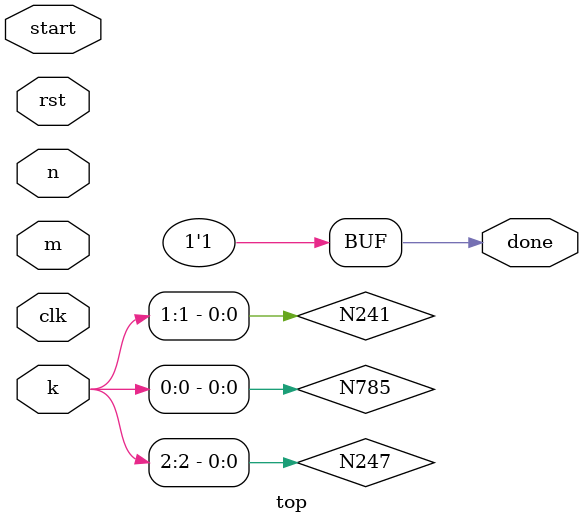
<source format=v>

module global_buffer_0 ( clk, rst, wr_en, index, data_in, data_out );
  input [7:0] index;
  input [31:0] data_in;
  output [31:0] data_out;
  input clk, rst, wr_en;
  wire   N10, N11, N12, N13, N14, \gbuff[1][31] , \gbuff[1][30] ,
         \gbuff[1][29] , \gbuff[1][28] , \gbuff[1][27] , \gbuff[1][26] ,
         \gbuff[1][25] , \gbuff[1][24] , \gbuff[1][23] , \gbuff[1][22] ,
         \gbuff[1][21] , \gbuff[1][20] , \gbuff[1][19] , \gbuff[1][18] ,
         \gbuff[1][17] , \gbuff[1][16] , \gbuff[1][15] , \gbuff[1][14] ,
         \gbuff[1][13] , \gbuff[1][12] , \gbuff[1][11] , \gbuff[1][10] ,
         \gbuff[1][9] , \gbuff[1][8] , \gbuff[1][7] , \gbuff[1][6] ,
         \gbuff[1][5] , \gbuff[1][4] , \gbuff[1][3] , \gbuff[1][2] ,
         \gbuff[1][1] , \gbuff[1][0] , \gbuff[0][31] , \gbuff[0][30] ,
         \gbuff[0][29] , \gbuff[0][28] , \gbuff[0][27] , \gbuff[0][26] ,
         \gbuff[0][25] , \gbuff[0][24] , \gbuff[0][23] , \gbuff[0][22] ,
         \gbuff[0][21] , \gbuff[0][20] , \gbuff[0][19] , \gbuff[0][18] ,
         \gbuff[0][17] , \gbuff[0][16] , \gbuff[0][15] , \gbuff[0][14] ,
         \gbuff[0][13] , \gbuff[0][12] , \gbuff[0][11] , \gbuff[0][10] ,
         \gbuff[0][9] , \gbuff[0][8] , \gbuff[0][7] , \gbuff[0][6] ,
         \gbuff[0][5] , \gbuff[0][4] , \gbuff[0][3] , \gbuff[0][2] ,
         \gbuff[0][1] , \gbuff[0][0] , \gbuff[3][31] , \gbuff[3][30] ,
         \gbuff[3][29] , \gbuff[3][28] , \gbuff[3][27] , \gbuff[3][26] ,
         \gbuff[3][25] , \gbuff[3][24] , \gbuff[3][23] , \gbuff[3][22] ,
         \gbuff[3][21] , \gbuff[3][20] , \gbuff[3][19] , \gbuff[3][18] ,
         \gbuff[3][17] , \gbuff[3][16] , \gbuff[3][15] , \gbuff[3][14] ,
         \gbuff[3][13] , \gbuff[3][12] , \gbuff[3][11] , \gbuff[3][10] ,
         \gbuff[3][9] , \gbuff[3][8] , \gbuff[3][7] , \gbuff[3][6] ,
         \gbuff[3][5] , \gbuff[3][4] , \gbuff[3][3] , \gbuff[3][2] ,
         \gbuff[3][1] , \gbuff[3][0] , \gbuff[2][31] , \gbuff[2][30] ,
         \gbuff[2][29] , \gbuff[2][28] , \gbuff[2][27] , \gbuff[2][26] ,
         \gbuff[2][25] , \gbuff[2][24] , \gbuff[2][23] , \gbuff[2][22] ,
         \gbuff[2][21] , \gbuff[2][20] , \gbuff[2][19] , \gbuff[2][18] ,
         \gbuff[2][17] , \gbuff[2][16] , \gbuff[2][15] , \gbuff[2][14] ,
         \gbuff[2][13] , \gbuff[2][12] , \gbuff[2][11] , \gbuff[2][10] ,
         \gbuff[2][9] , \gbuff[2][8] , \gbuff[2][7] , \gbuff[2][6] ,
         \gbuff[2][5] , \gbuff[2][4] , \gbuff[2][3] , \gbuff[2][2] ,
         \gbuff[2][1] , \gbuff[2][0] , \gbuff[5][31] , \gbuff[5][30] ,
         \gbuff[5][29] , \gbuff[5][28] , \gbuff[5][27] , \gbuff[5][26] ,
         \gbuff[5][25] , \gbuff[5][24] , \gbuff[5][23] , \gbuff[5][22] ,
         \gbuff[5][21] , \gbuff[5][20] , \gbuff[5][19] , \gbuff[5][18] ,
         \gbuff[5][17] , \gbuff[5][16] , \gbuff[5][15] , \gbuff[5][14] ,
         \gbuff[5][13] , \gbuff[5][12] , \gbuff[5][11] , \gbuff[5][10] ,
         \gbuff[5][9] , \gbuff[5][8] , \gbuff[5][7] , \gbuff[5][6] ,
         \gbuff[5][5] , \gbuff[5][4] , \gbuff[5][3] , \gbuff[5][2] ,
         \gbuff[5][1] , \gbuff[5][0] , \gbuff[4][31] , \gbuff[4][30] ,
         \gbuff[4][29] , \gbuff[4][28] , \gbuff[4][27] , \gbuff[4][26] ,
         \gbuff[4][25] , \gbuff[4][24] , \gbuff[4][23] , \gbuff[4][22] ,
         \gbuff[4][21] , \gbuff[4][20] , \gbuff[4][19] , \gbuff[4][18] ,
         \gbuff[4][17] , \gbuff[4][16] , \gbuff[4][15] , \gbuff[4][14] ,
         \gbuff[4][13] , \gbuff[4][12] , \gbuff[4][11] , \gbuff[4][10] ,
         \gbuff[4][9] , \gbuff[4][8] , \gbuff[4][7] , \gbuff[4][6] ,
         \gbuff[4][5] , \gbuff[4][4] , \gbuff[4][3] , \gbuff[4][2] ,
         \gbuff[4][1] , \gbuff[4][0] , \gbuff[7][31] , \gbuff[7][30] ,
         \gbuff[7][29] , \gbuff[7][28] , \gbuff[7][27] , \gbuff[7][26] ,
         \gbuff[7][25] , \gbuff[7][24] , \gbuff[7][23] , \gbuff[7][22] ,
         \gbuff[7][21] , \gbuff[7][20] , \gbuff[7][19] , \gbuff[7][18] ,
         \gbuff[7][17] , \gbuff[7][16] , \gbuff[7][15] , \gbuff[7][14] ,
         \gbuff[7][13] , \gbuff[7][12] , \gbuff[7][11] , \gbuff[7][10] ,
         \gbuff[7][9] , \gbuff[7][8] , \gbuff[7][7] , \gbuff[7][6] ,
         \gbuff[7][5] , \gbuff[7][4] , \gbuff[7][3] , \gbuff[7][2] ,
         \gbuff[7][1] , \gbuff[7][0] , \gbuff[6][31] , \gbuff[6][30] ,
         \gbuff[6][29] , \gbuff[6][28] , \gbuff[6][27] , \gbuff[6][26] ,
         \gbuff[6][25] , \gbuff[6][24] , \gbuff[6][23] , \gbuff[6][22] ,
         \gbuff[6][21] , \gbuff[6][20] , \gbuff[6][19] , \gbuff[6][18] ,
         \gbuff[6][17] , \gbuff[6][16] , \gbuff[6][15] , \gbuff[6][14] ,
         \gbuff[6][13] , \gbuff[6][12] , \gbuff[6][11] , \gbuff[6][10] ,
         \gbuff[6][9] , \gbuff[6][8] , \gbuff[6][7] , \gbuff[6][6] ,
         \gbuff[6][5] , \gbuff[6][4] , \gbuff[6][3] , \gbuff[6][2] ,
         \gbuff[6][1] , \gbuff[6][0] , \gbuff[9][31] , \gbuff[9][30] ,
         \gbuff[9][29] , \gbuff[9][28] , \gbuff[9][27] , \gbuff[9][26] ,
         \gbuff[9][25] , \gbuff[9][24] , \gbuff[9][23] , \gbuff[9][22] ,
         \gbuff[9][21] , \gbuff[9][20] , \gbuff[9][19] , \gbuff[9][18] ,
         \gbuff[9][17] , \gbuff[9][16] , \gbuff[9][15] , \gbuff[9][14] ,
         \gbuff[9][13] , \gbuff[9][12] , \gbuff[9][11] , \gbuff[9][10] ,
         \gbuff[9][9] , \gbuff[9][8] , \gbuff[9][7] , \gbuff[9][6] ,
         \gbuff[9][5] , \gbuff[9][4] , \gbuff[9][3] , \gbuff[9][2] ,
         \gbuff[9][1] , \gbuff[9][0] , \gbuff[8][31] , \gbuff[8][30] ,
         \gbuff[8][29] , \gbuff[8][28] , \gbuff[8][27] , \gbuff[8][26] ,
         \gbuff[8][25] , \gbuff[8][24] , \gbuff[8][23] , \gbuff[8][22] ,
         \gbuff[8][21] , \gbuff[8][20] , \gbuff[8][19] , \gbuff[8][18] ,
         \gbuff[8][17] , \gbuff[8][16] , \gbuff[8][15] , \gbuff[8][14] ,
         \gbuff[8][13] , \gbuff[8][12] , \gbuff[8][11] , \gbuff[8][10] ,
         \gbuff[8][9] , \gbuff[8][8] , \gbuff[8][7] , \gbuff[8][6] ,
         \gbuff[8][5] , \gbuff[8][4] , \gbuff[8][3] , \gbuff[8][2] ,
         \gbuff[8][1] , \gbuff[8][0] , \gbuff[11][31] , \gbuff[11][30] ,
         \gbuff[11][29] , \gbuff[11][28] , \gbuff[11][27] , \gbuff[11][26] ,
         \gbuff[11][25] , \gbuff[11][24] , \gbuff[11][23] , \gbuff[11][22] ,
         \gbuff[11][21] , \gbuff[11][20] , \gbuff[11][19] , \gbuff[11][18] ,
         \gbuff[11][17] , \gbuff[11][16] , \gbuff[11][15] , \gbuff[11][14] ,
         \gbuff[11][13] , \gbuff[11][12] , \gbuff[11][11] , \gbuff[11][10] ,
         \gbuff[11][9] , \gbuff[11][8] , \gbuff[11][7] , \gbuff[11][6] ,
         \gbuff[11][5] , \gbuff[11][4] , \gbuff[11][3] , \gbuff[11][2] ,
         \gbuff[11][1] , \gbuff[11][0] , \gbuff[10][31] , \gbuff[10][30] ,
         \gbuff[10][29] , \gbuff[10][28] , \gbuff[10][27] , \gbuff[10][26] ,
         \gbuff[10][25] , \gbuff[10][24] , \gbuff[10][23] , \gbuff[10][22] ,
         \gbuff[10][21] , \gbuff[10][20] , \gbuff[10][19] , \gbuff[10][18] ,
         \gbuff[10][17] , \gbuff[10][16] , \gbuff[10][15] , \gbuff[10][14] ,
         \gbuff[10][13] , \gbuff[10][12] , \gbuff[10][11] , \gbuff[10][10] ,
         \gbuff[10][9] , \gbuff[10][8] , \gbuff[10][7] , \gbuff[10][6] ,
         \gbuff[10][5] , \gbuff[10][4] , \gbuff[10][3] , \gbuff[10][2] ,
         \gbuff[10][1] , \gbuff[10][0] , \gbuff[13][31] , \gbuff[13][30] ,
         \gbuff[13][29] , \gbuff[13][28] , \gbuff[13][27] , \gbuff[13][26] ,
         \gbuff[13][25] , \gbuff[13][24] , \gbuff[13][23] , \gbuff[13][22] ,
         \gbuff[13][21] , \gbuff[13][20] , \gbuff[13][19] , \gbuff[13][18] ,
         \gbuff[13][17] , \gbuff[13][16] , \gbuff[13][15] , \gbuff[13][14] ,
         \gbuff[13][13] , \gbuff[13][12] , \gbuff[13][11] , \gbuff[13][10] ,
         \gbuff[13][9] , \gbuff[13][8] , \gbuff[13][7] , \gbuff[13][6] ,
         \gbuff[13][5] , \gbuff[13][4] , \gbuff[13][3] , \gbuff[13][2] ,
         \gbuff[13][1] , \gbuff[13][0] , \gbuff[12][31] , \gbuff[12][30] ,
         \gbuff[12][29] , \gbuff[12][28] , \gbuff[12][27] , \gbuff[12][26] ,
         \gbuff[12][25] , \gbuff[12][24] , \gbuff[12][23] , \gbuff[12][22] ,
         \gbuff[12][21] , \gbuff[12][20] , \gbuff[12][19] , \gbuff[12][18] ,
         \gbuff[12][17] , \gbuff[12][16] , \gbuff[12][15] , \gbuff[12][14] ,
         \gbuff[12][13] , \gbuff[12][12] , \gbuff[12][11] , \gbuff[12][10] ,
         \gbuff[12][9] , \gbuff[12][8] , \gbuff[12][7] , \gbuff[12][6] ,
         \gbuff[12][5] , \gbuff[12][4] , \gbuff[12][3] , \gbuff[12][2] ,
         \gbuff[12][1] , \gbuff[12][0] , \gbuff[15][31] , \gbuff[15][30] ,
         \gbuff[15][29] , \gbuff[15][28] , \gbuff[15][27] , \gbuff[15][26] ,
         \gbuff[15][25] , \gbuff[15][24] , \gbuff[15][23] , \gbuff[15][22] ,
         \gbuff[15][21] , \gbuff[15][20] , \gbuff[15][19] , \gbuff[15][18] ,
         \gbuff[15][17] , \gbuff[15][16] , \gbuff[15][15] , \gbuff[15][14] ,
         \gbuff[15][13] , \gbuff[15][12] , \gbuff[15][11] , \gbuff[15][10] ,
         \gbuff[15][9] , \gbuff[15][8] , \gbuff[15][7] , \gbuff[15][6] ,
         \gbuff[15][5] , \gbuff[15][4] , \gbuff[15][3] , \gbuff[15][2] ,
         \gbuff[15][1] , \gbuff[15][0] , \gbuff[14][31] , \gbuff[14][30] ,
         \gbuff[14][29] , \gbuff[14][28] , \gbuff[14][27] , \gbuff[14][26] ,
         \gbuff[14][25] , \gbuff[14][24] , \gbuff[14][23] , \gbuff[14][22] ,
         \gbuff[14][21] , \gbuff[14][20] , \gbuff[14][19] , \gbuff[14][18] ,
         \gbuff[14][17] , \gbuff[14][16] , \gbuff[14][15] , \gbuff[14][14] ,
         \gbuff[14][13] , \gbuff[14][12] , \gbuff[14][11] , \gbuff[14][10] ,
         \gbuff[14][9] , \gbuff[14][8] , \gbuff[14][7] , \gbuff[14][6] ,
         \gbuff[14][5] , \gbuff[14][4] , \gbuff[14][3] , \gbuff[14][2] ,
         \gbuff[14][1] , \gbuff[14][0] , \gbuff[17][31] , \gbuff[17][30] ,
         \gbuff[17][29] , \gbuff[17][28] , \gbuff[17][27] , \gbuff[17][26] ,
         \gbuff[17][25] , \gbuff[17][24] , \gbuff[17][23] , \gbuff[17][22] ,
         \gbuff[17][21] , \gbuff[17][20] , \gbuff[17][19] , \gbuff[17][18] ,
         \gbuff[17][17] , \gbuff[17][16] , \gbuff[17][15] , \gbuff[17][14] ,
         \gbuff[17][13] , \gbuff[17][12] , \gbuff[17][11] , \gbuff[17][10] ,
         \gbuff[17][9] , \gbuff[17][8] , \gbuff[17][7] , \gbuff[17][6] ,
         \gbuff[17][5] , \gbuff[17][4] , \gbuff[17][3] , \gbuff[17][2] ,
         \gbuff[17][1] , \gbuff[17][0] , \gbuff[16][31] , \gbuff[16][30] ,
         \gbuff[16][29] , \gbuff[16][28] , \gbuff[16][27] , \gbuff[16][26] ,
         \gbuff[16][25] , \gbuff[16][24] , \gbuff[16][23] , \gbuff[16][22] ,
         \gbuff[16][21] , \gbuff[16][20] , \gbuff[16][19] , \gbuff[16][18] ,
         \gbuff[16][17] , \gbuff[16][16] , \gbuff[16][15] , \gbuff[16][14] ,
         \gbuff[16][13] , \gbuff[16][12] , \gbuff[16][11] , \gbuff[16][10] ,
         \gbuff[16][9] , \gbuff[16][8] , \gbuff[16][7] , \gbuff[16][6] ,
         \gbuff[16][5] , \gbuff[16][4] , \gbuff[16][3] , \gbuff[16][2] ,
         \gbuff[16][1] , \gbuff[16][0] , \gbuff[19][31] , \gbuff[19][30] ,
         \gbuff[19][29] , \gbuff[19][28] , \gbuff[19][27] , \gbuff[19][26] ,
         \gbuff[19][25] , \gbuff[19][24] , \gbuff[19][23] , \gbuff[19][22] ,
         \gbuff[19][21] , \gbuff[19][20] , \gbuff[19][19] , \gbuff[19][18] ,
         \gbuff[19][17] , \gbuff[19][16] , \gbuff[19][15] , \gbuff[19][14] ,
         \gbuff[19][13] , \gbuff[19][12] , \gbuff[19][11] , \gbuff[19][10] ,
         \gbuff[19][9] , \gbuff[19][8] , \gbuff[19][7] , \gbuff[19][6] ,
         \gbuff[19][5] , \gbuff[19][4] , \gbuff[19][3] , \gbuff[19][2] ,
         \gbuff[19][1] , \gbuff[19][0] , \gbuff[18][31] , \gbuff[18][30] ,
         \gbuff[18][29] , \gbuff[18][28] , \gbuff[18][27] , \gbuff[18][26] ,
         \gbuff[18][25] , \gbuff[18][24] , \gbuff[18][23] , \gbuff[18][22] ,
         \gbuff[18][21] , \gbuff[18][20] , \gbuff[18][19] , \gbuff[18][18] ,
         \gbuff[18][17] , \gbuff[18][16] , \gbuff[18][15] , \gbuff[18][14] ,
         \gbuff[18][13] , \gbuff[18][12] , \gbuff[18][11] , \gbuff[18][10] ,
         \gbuff[18][9] , \gbuff[18][8] , \gbuff[18][7] , \gbuff[18][6] ,
         \gbuff[18][5] , \gbuff[18][4] , \gbuff[18][3] , \gbuff[18][2] ,
         \gbuff[18][1] , \gbuff[18][0] , \gbuff[21][31] , \gbuff[21][30] ,
         \gbuff[21][29] , \gbuff[21][28] , \gbuff[21][27] , \gbuff[21][26] ,
         \gbuff[21][25] , \gbuff[21][24] , \gbuff[21][23] , \gbuff[21][22] ,
         \gbuff[21][21] , \gbuff[21][20] , \gbuff[21][19] , \gbuff[21][18] ,
         \gbuff[21][17] , \gbuff[21][16] , \gbuff[21][15] , \gbuff[21][14] ,
         \gbuff[21][13] , \gbuff[21][12] , \gbuff[21][11] , \gbuff[21][10] ,
         \gbuff[21][9] , \gbuff[21][8] , \gbuff[21][7] , \gbuff[21][6] ,
         \gbuff[21][5] , \gbuff[21][4] , \gbuff[21][3] , \gbuff[21][2] ,
         \gbuff[21][1] , \gbuff[21][0] , \gbuff[20][31] , \gbuff[20][30] ,
         \gbuff[20][29] , \gbuff[20][28] , \gbuff[20][27] , \gbuff[20][26] ,
         \gbuff[20][25] , \gbuff[20][24] , \gbuff[20][23] , \gbuff[20][22] ,
         \gbuff[20][21] , \gbuff[20][20] , \gbuff[20][19] , \gbuff[20][18] ,
         \gbuff[20][17] , \gbuff[20][16] , \gbuff[20][15] , \gbuff[20][14] ,
         \gbuff[20][13] , \gbuff[20][12] , \gbuff[20][11] , \gbuff[20][10] ,
         \gbuff[20][9] , \gbuff[20][8] , \gbuff[20][7] , \gbuff[20][6] ,
         \gbuff[20][5] , \gbuff[20][4] , \gbuff[20][3] , \gbuff[20][2] ,
         \gbuff[20][1] , \gbuff[20][0] , \gbuff[23][31] , \gbuff[23][30] ,
         \gbuff[23][29] , \gbuff[23][28] , \gbuff[23][27] , \gbuff[23][26] ,
         \gbuff[23][25] , \gbuff[23][24] , \gbuff[23][23] , \gbuff[23][22] ,
         \gbuff[23][21] , \gbuff[23][20] , \gbuff[23][19] , \gbuff[23][18] ,
         \gbuff[23][17] , \gbuff[23][16] , \gbuff[23][15] , \gbuff[23][14] ,
         \gbuff[23][13] , \gbuff[23][12] , \gbuff[23][11] , \gbuff[23][10] ,
         \gbuff[23][9] , \gbuff[23][8] , \gbuff[23][7] , \gbuff[23][6] ,
         \gbuff[23][5] , \gbuff[23][4] , \gbuff[23][3] , \gbuff[23][2] ,
         \gbuff[23][1] , \gbuff[23][0] , \gbuff[22][31] , \gbuff[22][30] ,
         \gbuff[22][29] , \gbuff[22][28] , \gbuff[22][27] , \gbuff[22][26] ,
         \gbuff[22][25] , \gbuff[22][24] , \gbuff[22][23] , \gbuff[22][22] ,
         \gbuff[22][21] , \gbuff[22][20] , \gbuff[22][19] , \gbuff[22][18] ,
         \gbuff[22][17] , \gbuff[22][16] , \gbuff[22][15] , \gbuff[22][14] ,
         \gbuff[22][13] , \gbuff[22][12] , \gbuff[22][11] , \gbuff[22][10] ,
         \gbuff[22][9] , \gbuff[22][8] , \gbuff[22][7] , \gbuff[22][6] ,
         \gbuff[22][5] , \gbuff[22][4] , \gbuff[22][3] , \gbuff[22][2] ,
         \gbuff[22][1] , \gbuff[22][0] , \gbuff[25][31] , \gbuff[25][30] ,
         \gbuff[25][29] , \gbuff[25][28] , \gbuff[25][27] , \gbuff[25][26] ,
         \gbuff[25][25] , \gbuff[25][24] , \gbuff[25][23] , \gbuff[25][22] ,
         \gbuff[25][21] , \gbuff[25][20] , \gbuff[25][19] , \gbuff[25][18] ,
         \gbuff[25][17] , \gbuff[25][16] , \gbuff[25][15] , \gbuff[25][14] ,
         \gbuff[25][13] , \gbuff[25][12] , \gbuff[25][11] , \gbuff[25][10] ,
         \gbuff[25][9] , \gbuff[25][8] , \gbuff[25][7] , \gbuff[25][6] ,
         \gbuff[25][5] , \gbuff[25][4] , \gbuff[25][3] , \gbuff[25][2] ,
         \gbuff[25][1] , \gbuff[25][0] , \gbuff[24][31] , \gbuff[24][30] ,
         \gbuff[24][29] , \gbuff[24][28] , \gbuff[24][27] , \gbuff[24][26] ,
         \gbuff[24][25] , \gbuff[24][24] , \gbuff[24][23] , \gbuff[24][22] ,
         \gbuff[24][21] , \gbuff[24][20] , \gbuff[24][19] , \gbuff[24][18] ,
         \gbuff[24][17] , \gbuff[24][16] , \gbuff[24][15] , \gbuff[24][14] ,
         \gbuff[24][13] , \gbuff[24][12] , \gbuff[24][11] , \gbuff[24][10] ,
         \gbuff[24][9] , \gbuff[24][8] , \gbuff[24][7] , \gbuff[24][6] ,
         \gbuff[24][5] , \gbuff[24][4] , \gbuff[24][3] , \gbuff[24][2] ,
         \gbuff[24][1] , \gbuff[24][0] , \gbuff[27][31] , \gbuff[27][30] ,
         \gbuff[27][29] , \gbuff[27][28] , \gbuff[27][27] , \gbuff[27][26] ,
         \gbuff[27][25] , \gbuff[27][24] , \gbuff[27][23] , \gbuff[27][22] ,
         \gbuff[27][21] , \gbuff[27][20] , \gbuff[27][19] , \gbuff[27][18] ,
         \gbuff[27][17] , \gbuff[27][16] , \gbuff[27][15] , \gbuff[27][14] ,
         \gbuff[27][13] , \gbuff[27][12] , \gbuff[27][11] , \gbuff[27][10] ,
         \gbuff[27][9] , \gbuff[27][8] , \gbuff[27][7] , \gbuff[27][6] ,
         \gbuff[27][5] , \gbuff[27][4] , \gbuff[27][3] , \gbuff[27][2] ,
         \gbuff[27][1] , \gbuff[27][0] , \gbuff[26][31] , \gbuff[26][30] ,
         \gbuff[26][29] , \gbuff[26][28] , \gbuff[26][27] , \gbuff[26][26] ,
         \gbuff[26][25] , \gbuff[26][24] , \gbuff[26][23] , \gbuff[26][22] ,
         \gbuff[26][21] , \gbuff[26][20] , \gbuff[26][19] , \gbuff[26][18] ,
         \gbuff[26][17] , \gbuff[26][16] , \gbuff[26][15] , \gbuff[26][14] ,
         \gbuff[26][13] , \gbuff[26][12] , \gbuff[26][11] , \gbuff[26][10] ,
         \gbuff[26][9] , \gbuff[26][8] , \gbuff[26][7] , \gbuff[26][6] ,
         \gbuff[26][5] , \gbuff[26][4] , \gbuff[26][3] , \gbuff[26][2] ,
         \gbuff[26][1] , \gbuff[26][0] , \gbuff[29][31] , \gbuff[29][30] ,
         \gbuff[29][29] , \gbuff[29][28] , \gbuff[29][27] , \gbuff[29][26] ,
         \gbuff[29][25] , \gbuff[29][24] , \gbuff[29][23] , \gbuff[29][22] ,
         \gbuff[29][21] , \gbuff[29][20] , \gbuff[29][19] , \gbuff[29][18] ,
         \gbuff[29][17] , \gbuff[29][16] , \gbuff[29][15] , \gbuff[29][14] ,
         \gbuff[29][13] , \gbuff[29][12] , \gbuff[29][11] , \gbuff[29][10] ,
         \gbuff[29][9] , \gbuff[29][8] , \gbuff[29][7] , \gbuff[29][6] ,
         \gbuff[29][5] , \gbuff[29][4] , \gbuff[29][3] , \gbuff[29][2] ,
         \gbuff[29][1] , \gbuff[29][0] , \gbuff[28][31] , \gbuff[28][30] ,
         \gbuff[28][29] , \gbuff[28][28] , \gbuff[28][27] , \gbuff[28][26] ,
         \gbuff[28][25] , \gbuff[28][24] , \gbuff[28][23] , \gbuff[28][22] ,
         \gbuff[28][21] , \gbuff[28][20] , \gbuff[28][19] , \gbuff[28][18] ,
         \gbuff[28][17] , \gbuff[28][16] , \gbuff[28][15] , \gbuff[28][14] ,
         \gbuff[28][13] , \gbuff[28][12] , \gbuff[28][11] , \gbuff[28][10] ,
         \gbuff[28][9] , \gbuff[28][8] , \gbuff[28][7] , \gbuff[28][6] ,
         \gbuff[28][5] , \gbuff[28][4] , \gbuff[28][3] , \gbuff[28][2] ,
         \gbuff[28][1] , \gbuff[28][0] , \gbuff[31][31] , \gbuff[31][30] ,
         \gbuff[31][29] , \gbuff[31][28] , \gbuff[31][27] , \gbuff[31][26] ,
         \gbuff[31][25] , \gbuff[31][24] , \gbuff[31][23] , \gbuff[31][22] ,
         \gbuff[31][21] , \gbuff[31][20] , \gbuff[31][19] , \gbuff[31][18] ,
         \gbuff[31][17] , \gbuff[31][16] , \gbuff[31][15] , \gbuff[31][14] ,
         \gbuff[31][13] , \gbuff[31][12] , \gbuff[31][11] , \gbuff[31][10] ,
         \gbuff[31][9] , \gbuff[31][8] , \gbuff[31][7] , \gbuff[31][6] ,
         \gbuff[31][5] , \gbuff[31][4] , \gbuff[31][3] , \gbuff[31][2] ,
         \gbuff[31][1] , \gbuff[31][0] , \gbuff[30][31] , \gbuff[30][30] ,
         \gbuff[30][29] , \gbuff[30][28] , \gbuff[30][27] , \gbuff[30][26] ,
         \gbuff[30][25] , \gbuff[30][24] , \gbuff[30][23] , \gbuff[30][22] ,
         \gbuff[30][21] , \gbuff[30][20] , \gbuff[30][19] , \gbuff[30][18] ,
         \gbuff[30][17] , \gbuff[30][16] , \gbuff[30][15] , \gbuff[30][14] ,
         \gbuff[30][13] , \gbuff[30][12] , \gbuff[30][11] , \gbuff[30][10] ,
         \gbuff[30][9] , \gbuff[30][8] , \gbuff[30][7] , \gbuff[30][6] ,
         \gbuff[30][5] , \gbuff[30][4] , \gbuff[30][3] , \gbuff[30][2] ,
         \gbuff[30][1] , \gbuff[30][0] , N16, N17, N18, N19, N20, N21, N22,
         N23, N24, N25, N26, N27, N28, N29, N30, N31, N32, N33, N34, N35, N36,
         N37, N38, N39, N40, N41, N42, N43, N44, N45, N46, N47, N81, n102,
         n103, n105, n107, n109, n111, n113, n115, n117, n118, n120, n128,
         n129, n130, n131, n132, n133, n134, n135, n136, n137, n138, n139,
         n140, n141, n142, n143, n144, n145, n146, n147, n148, n149, n150,
         n151, n152, n153, n154, n155, n156, n157, n158, n159, n160, n161,
         n162, n163, n164, n165, n166, n167, n168, n169, n170, n171, n172,
         n173, n174, n175, n176, n177, n178, n179, n180, n181, n182, n183,
         n184, n185, n186, n187, n188, n189, n190, n191, n192, n193, n194,
         n195, n196, n197, n198, n199, n200, n201, n202, n203, n204, n205,
         n206, n207, n208, n209, n210, n211, n212, n213, n214, n215, n216,
         n217, n218, n219, n220, n221, n222, n223, n224, n225, n226, n227,
         n228, n229, n230, n231, n232, n233, n234, n235, n236, n237, n238,
         n239, n240, n241, n242, n243, n244, n245, n246, n247, n248, n249,
         n250, n251, n252, n253, n254, n255, n256, n257, n258, n259, n260,
         n261, n262, n263, n264, n265, n266, n267, n268, n269, n270, n271,
         n272, n273, n274, n275, n276, n277, n278, n279, n280, n281, n282,
         n283, n284, n285, n286, n287, n288, n289, n290, n291, n292, n293,
         n294, n295, n296, n297, n298, n299, n300, n301, n302, n303, n304,
         n305, n306, n307, n308, n309, n310, n311, n312, n313, n314, n315,
         n316, n317, n318, n319, n320, n321, n322, n323, n324, n325, n326,
         n327, n328, n329, n330, n331, n332, n333, n334, n335, n336, n337,
         n338, n339, n340, n341, n342, n343, n344, n345, n346, n347, n348,
         n349, n350, n351, n352, n353, n354, n355, n356, n357, n358, n359,
         n360, n361, n362, n363, n364, n365, n366, n367, n368, n369, n370,
         n371, n372, n373, n374, n375, n376, n377, n378, n379, n380, n381,
         n382, n383, n384, n385, n386, n387, n388, n389, n390, n391, n392,
         n393, n394, n395, n396, n397, n398, n399, n400, n401, n402, n403,
         n404, n405, n406, n407, n408, n409, n410, n411, n412, n413, n414,
         n415, n416, n417, n418, n419, n420, n421, n422, n423, n424, n425,
         n426, n427, n428, n429, n430, n431, n432, n433, n434, n435, n436,
         n437, n438, n439, n440, n441, n442, n443, n444, n445, n446, n447,
         n448, n449, n450, n451, n452, n453, n454, n455, n456, n457, n458,
         n459, n460, n461, n462, n463, n464, n465, n466, n467, n468, n469,
         n470, n471, n472, n473, n474, n475, n476, n477, n478, n479, n480,
         n481, n482, n483, n484, n485, n486, n487, n488, n489, n490, n491,
         n492, n493, n494, n495, n496, n497, n498, n499, n500, n501, n502,
         n503, n504, n505, n506, n507, n508, n509, n510, n511, n512, n513,
         n514, n515, n516, n517, n518, n519, n520, n521, n522, n523, n524,
         n525, n526, n527, n528, n529, n530, n531, n532, n533, n534, n535,
         n536, n537, n538, n539, n540, n541, n542, n543, n544, n545, n546,
         n547, n548, n549, n550, n551, n552, n553, n554, n555, n556, n557,
         n558, n559, n560, n561, n562, n563, n564, n565, n566, n567, n568,
         n569, n570, n571, n572, n573, n574, n575, n576, n577, n578, n579,
         n580, n581, n582, n583, n584, n585, n586, n587, n588, n589, n590,
         n591, n592, n593, n594, n595, n596, n597, n598, n599, n600, n601,
         n602, n603, n604, n605, n606, n607, n608, n609, n610, n611, n612,
         n613, n614, n615, n616, n617, n618, n619, n620, n621, n622, n623,
         n624, n625, n626, n627, n628, n629, n630, n631, n632, n633, n634,
         n635, n636, n637, n638, n639, n640, n641, n642, n643, n644, n645,
         n646, n647, n648, n649, n650, n651, n652, n653, n654, n655, n656,
         n657, n658, n659, n660, n661, n662, n663, n664, n665, n666, n667,
         n668, n669, n670, n671, n672, n673, n674, n675, n676, n677, n678,
         n679, n680, n681, n682, n683, n684, n685, n686, n687, n688, n689,
         n690, n691, n692, n693, n694, n695, n696, n697, n698, n699, n700,
         n701, n702, n703, n704, n705, n706, n707, n708, n709, n710, n711,
         n712, n713, n714, n715, n716, n717, n718, n719, n720, n721, n722,
         n723, n724, n725, n726, n727, n728, n729, n730, n731, n732, n733,
         n734, n735, n736, n737, n738, n739, n740, n741, n742, n743, n744,
         n745, n746, n747, n748, n749, n750, n751, n752, n753, n754, n755,
         n756, n757, n758, n759, n760, n761, n762, n763, n764, n765, n766,
         n767, n768, n769, n770, n771, n772, n773, n774, n775, n776, n777,
         n778, n779, n780, n781, n782, n783, n784, n785, n786, n787, n788,
         n789, n790, n791, n792, n793, n794, n795, n796, n797, n798, n799,
         n800, n801, n802, n803, n804, n805, n806, n807, n808, n809, n810,
         n811, n812, n813, n814, n815, n816, n817, n818, n819, n820, n821,
         n822, n823, n824, n825, n826, n827, n828, n829, n830, n831, n832,
         n833, n834, n835, n836, n837, n838, n839, n840, n841, n842, n843,
         n844, n845, n846, n847, n848, n849, n850, n851, n852, n853, n854,
         n855, n856, n857, n858, n859, n860, n861, n862, n863, n864, n865,
         n866, n867, n868, n869, n870, n871, n872, n873, n874, n875, n876,
         n877, n878, n879, n880, n881, n882, n883, n884, n885, n886, n887,
         n888, n889, n890, n891, n892, n893, n894, n895, n896, n897, n898,
         n899, n900, n901, n902, n903, n904, n905, n906, n907, n908, n909,
         n910, n911, n912, n913, n914, n915, n916, n917, n918, n919, n920,
         n921, n922, n923, n924, n925, n926, n927, n928, n929, n930, n931,
         n932, n933, n934, n935, n936, n937, n938, n939, n940, n941, n942,
         n943, n944, n945, n946, n947, n948, n949, n950, n951, n952, n953,
         n954, n955, n956, n957, n958, n959, n960, n961, n962, n963, n964,
         n965, n966, n967, n968, n969, n970, n971, n972, n973, n974, n975,
         n976, n977, n978, n979, n980, n981, n982, n983, n984, n985, n986,
         n987, n988, n989, n990, n991, n992, n993, n994, n995, n996, n997,
         n998, n999, n1000, n1001, n1002, n1003, n1004, n1005, n1006, n1007,
         n1008, n1009, n1010, n1011, n1012, n1013, n1014, n1015, n1016, n1017,
         n1018, n1019, n1020, n1021, n1022, n1023, n1024, n1025, n1026, n1027,
         n1028, n1029, n1030, n1031, n1032, n1033, n1034, n1035, n1036, n1037,
         n1038, n1039, n1040, n1041, n1042, n1043, n1044, n1045, n1046, n1047,
         n1048, n1049, n1050, n1051, n1052, n1053, n1054, n1055, n1056, n1057,
         n1058, n1059, n1060, n1061, n1062, n1063, n1064, n1065, n1066, n1067,
         n1068, n1069, n1070, n1071, n1072, n1073, n1074, n1075, n1076, n1077,
         n1078, n1079, n1080, n1081, n1082, n1083, n1084, n1085, n1086, n1087,
         n1088, n1089, n1090, n1091, n1092, n1093, n1094, n1095, n1096, n1097,
         n1098, n1099, n1100, n1101, n1102, n1103, n1104, n1105, n1106, n1107,
         n1108, n1109, n1110, n1111, n1112, n1113, n1114, n1115, n1116, n1117,
         n1118, n1119, n1120, n1121, n1122, n1123, n1124, n1125, n1126, n1127,
         n1128, n1129, n1130, n1131, n1132, n1133, n1134, n1135, n1136, n1137,
         n1138, n1139, n1140, n1141, n1142, n1143, n1144, n1145, n1146, n1147,
         n1148, n1149, n1150, n1151, n1152, n1153, n1154, n1155, n1156, n1157,
         n1158, n1159, n1160, n1161, n1162, n1163, n1164, n1165, n1166, n1167,
         n1168, n1169, n1, n2, n3, n4, n5, n6, n7, n8, n9, n10, n11, n12, n13,
         n14, n15, n16, n17, n18, n19, n20, n21, n22, n23, n24, n25, n26, n27,
         n28, n29, n30, n31, n32, n33, n34, n35, n36, n37, n38, n39, n40, n41,
         n42, n43, n44, n45, n46, n47, n48, n49, n50, n51, n52, n53, n54, n55,
         n56, n57, n58, n59, n60, n61, n62, n63, n64, n65, n66, n67, n68, n69,
         n70, n71, n72, n73, n74, n75, n76, n77, n78, n79, n80, n81, n82, n83,
         n84, n85, n86, n87, n88, n89, n90, n91, n92, n93, n94, n95, n96, n97,
         n98, n99, n100, n101, n104, n106, n108, n110, n112, n114, n116, n119,
         n121, n122, n123, n124, n125, n126, n127, n1170, n1171, n1172, n1173,
         n1174, n1175, n1176, n1177, n1178, n1179, n1180, n1181, n1182, n1183,
         n1184, n1185, n1186, n1187, n1188, n1189, n1190, n1191, n1192, n1193,
         n1194, n1195, n1196, n1197, n1198, n1199, n1200, n1201, n1202, n1203,
         n1204, n1205, n1206, n1207, n1208, n1209, n1210, n1211, n1212, n1213,
         n1214, n1215, n1216, n1217, n1218, n1219, n1220, n1221, n1222, n1223,
         n1224, n1225, n1226, n1227, n1228, n1229, n1230, n1231, n1232, n1233,
         n1234, n1235, n1236, n1237, n1238, n1239, n1240, n1241, n1242, n1243,
         n1244, n1245, n1246, n1247, n1248, n1249, n1250, n1251, n1252, n1253,
         n1254, n1255, n1256, n1257, n1258, n1259, n1260, n1261, n1262, n1263,
         n1264, n1265, n1266, n1267, n1268, n1269, n1270, n1271, n1272, n1273,
         n1274, n1275, n1276, n1277, n1278, n1279, n1280, n1281, n1282, n1283,
         n1284, n1285, n1286, n1287, n1288, n1289, n1290, n1291, n1292, n1293,
         n1294, n1295, n1296, n1297, n1298, n1299, n1300, n1301, n1302, n1303,
         n1304, n1305, n1306, n1307, n1308, n1309, n1310, n1311, n1312, n1313,
         n1314, n1315, n1316, n1317, n1318, n1319, n1320, n1321, n1322, n1323,
         n1324, n1325, n1326, n1327, n1328, n1329, n1330, n1331, n1332, n1333,
         n1334, n1335, n1336, n1337, n1338, n1339, n1340, n1341, n1342, n1343,
         n1344, n1345, n1346, n1347, n1348, n1349, n1350, n1351, n1352, n1353,
         n1354, n1355, n1356, n1357, n1358, n1359, n1360, n1361, n1362, n1363,
         n1364, n1365, n1366, n1367, n1368, n1369, n1370, n1371, n1372, n1373,
         n1374, n1375, n1376, n1377, n1378, n1379, n1380, n1381, n1382, n1383,
         n1384, n1385, n1386, n1387, n1388, n1389, n1390, n1391, n1392, n1393,
         n1394, n1395, n1396, n1397, n1398, n1399, n1400, n1401, n1402, n1403,
         n1404, n1405, n1406, n1407, n1408, n1409, n1410, n1411, n1412, n1413,
         n1414, n1415, n1416, n1417, n1418, n1419, n1420, n1421, n1422, n1423,
         n1424, n1425, n1426, n1427, n1428, n1429, n1430, n1431, n1432, n1433,
         n1434, n1435, n1436, n1437, n1438, n1439, n1440, n1441, n1442, n1443,
         n1444, n1445, n1446, n1447, n1448, n1449, n1450, n1451, n1452, n1453,
         n1454, n1455, n1456, n1457, n1458, n1459, n1460, n1461, n1462, n1463,
         n1464, n1465, n1466, n1467, n1468, n1469, n1470, n1471, n1472, n1473,
         n1474, n1475, n1476, n1477, n1478, n1479, n1480, n1481, n1482, n1483,
         n1484, n1485, n1486, n1487, n1488, n1489, n1490, n1491, n1492, n1493,
         n1494, n1495, n1496, n1497, n1498, n1499, n1500, n1501, n1502, n1503,
         n1504, n1505, n1506, n1507, n1508, n1509, n1510, n1511, n1512, n1513,
         n1514, n1515, n1516, n1517, n1518, n1519, n1520, n1521, n1522, n1523,
         n1524, n1525, n1526, n1527, n1528, n1529, n1530, n1531, n1532, n1533,
         n1534, n1535, n1536, n1537, n1538, n1539, n1540, n1541, n1542, n1543,
         n1544, n1545, n1546, n1547, n1548, n1549, n1550, n1551, n1552, n1553,
         n1554, n1555, n1556, n1557, n1558, n1559, n1560, n1561, n1562, n1563,
         n1564, n1565, n1566, n1567, n1568, n1569, n1570, n1571, n1572, n1573,
         n1574, n1575, n1576, n1577, n1578, n1579, n1580, n1581, n1582, n1583,
         n1584, n1585, n1586, n1587, n1588, n1589, n1590, n1591, n1592, n1593,
         n1594, n1595, n1596, n1597, n1598, n1599, n1600, n1601, n1602, n1603,
         n1604, n1605, n1606, n1607, n1608, n1609, n1610, n1611, n1612, n1613,
         n1614, n1615, n1616, n1617, n1618, n1619, n1620, n1621, n1622, n1623,
         n1624, n1625, n1626, n1627, n1628, n1629, n1630, n1631, n1632, n1633,
         n1634, n1635, n1636, n1637, n1638, n1639, n1640, n1641, n1642, n1643,
         n1644, n1645, n1646;
  assign N10 = index[0];
  assign N11 = index[1];
  assign N12 = index[2];
  assign N13 = index[3];
  assign N14 = index[4];

  DFFRX1 \gbuff_reg[29][31]  ( .D(n1105), .CK(clk), .RN(n23), .Q(
        \gbuff[29][31] ) );
  DFFRX1 \gbuff_reg[29][30]  ( .D(n1104), .CK(clk), .RN(n21), .Q(
        \gbuff[29][30] ) );
  DFFRX1 \gbuff_reg[29][29]  ( .D(n1103), .CK(clk), .RN(n24), .Q(
        \gbuff[29][29] ) );
  DFFRX1 \gbuff_reg[29][28]  ( .D(n1102), .CK(clk), .RN(n20), .Q(
        \gbuff[29][28] ) );
  DFFRX1 \gbuff_reg[29][27]  ( .D(n1101), .CK(clk), .RN(n19), .Q(
        \gbuff[29][27] ) );
  DFFRX1 \gbuff_reg[29][26]  ( .D(n1100), .CK(clk), .RN(n24), .Q(
        \gbuff[29][26] ) );
  DFFRX1 \gbuff_reg[29][25]  ( .D(n1099), .CK(clk), .RN(n20), .Q(
        \gbuff[29][25] ) );
  DFFRX1 \gbuff_reg[29][24]  ( .D(n1098), .CK(clk), .RN(n26), .Q(
        \gbuff[29][24] ) );
  DFFRX1 \gbuff_reg[29][23]  ( .D(n1097), .CK(clk), .RN(n17), .Q(
        \gbuff[29][23] ) );
  DFFRX1 \gbuff_reg[29][22]  ( .D(n1096), .CK(clk), .RN(n25), .Q(
        \gbuff[29][22] ) );
  DFFRX1 \gbuff_reg[29][21]  ( .D(n1095), .CK(clk), .RN(n25), .Q(
        \gbuff[29][21] ) );
  DFFRX1 \gbuff_reg[29][20]  ( .D(n1094), .CK(clk), .RN(n23), .Q(
        \gbuff[29][20] ) );
  DFFRX1 \gbuff_reg[29][19]  ( .D(n1093), .CK(clk), .RN(n19), .Q(
        \gbuff[29][19] ) );
  DFFRX1 \gbuff_reg[29][18]  ( .D(n1092), .CK(clk), .RN(n18), .Q(
        \gbuff[29][18] ) );
  DFFRX1 \gbuff_reg[29][17]  ( .D(n1091), .CK(clk), .RN(n25), .Q(
        \gbuff[29][17] ) );
  DFFRX1 \gbuff_reg[29][16]  ( .D(n1090), .CK(clk), .RN(n26), .Q(
        \gbuff[29][16] ) );
  DFFRX1 \gbuff_reg[29][15]  ( .D(n1089), .CK(clk), .RN(n21), .Q(
        \gbuff[29][15] ) );
  DFFRX1 \gbuff_reg[29][14]  ( .D(n1088), .CK(clk), .RN(n19), .Q(
        \gbuff[29][14] ) );
  DFFRX1 \gbuff_reg[29][13]  ( .D(n1087), .CK(clk), .RN(n25), .Q(
        \gbuff[29][13] ) );
  DFFRX1 \gbuff_reg[29][12]  ( .D(n1086), .CK(clk), .RN(n23), .Q(
        \gbuff[29][12] ) );
  DFFRX1 \gbuff_reg[29][11]  ( .D(n1085), .CK(clk), .RN(n24), .Q(
        \gbuff[29][11] ) );
  DFFRX1 \gbuff_reg[29][10]  ( .D(n1084), .CK(clk), .RN(n23), .Q(
        \gbuff[29][10] ) );
  DFFRX1 \gbuff_reg[29][9]  ( .D(n1083), .CK(clk), .RN(n21), .Q(\gbuff[29][9] ) );
  DFFRX1 \gbuff_reg[29][8]  ( .D(n1082), .CK(clk), .RN(n20), .Q(\gbuff[29][8] ) );
  DFFRX1 \gbuff_reg[29][7]  ( .D(n1081), .CK(clk), .RN(n21), .Q(\gbuff[29][7] ) );
  DFFRX1 \gbuff_reg[29][6]  ( .D(n1080), .CK(clk), .RN(n19), .Q(\gbuff[29][6] ) );
  DFFRX1 \gbuff_reg[29][5]  ( .D(n1079), .CK(clk), .RN(n17), .Q(\gbuff[29][5] ) );
  DFFRX1 \gbuff_reg[29][4]  ( .D(n1078), .CK(clk), .RN(n18), .Q(\gbuff[29][4] ) );
  DFFRX1 \gbuff_reg[29][3]  ( .D(n1077), .CK(clk), .RN(n20), .Q(\gbuff[29][3] ) );
  DFFRX1 \gbuff_reg[29][2]  ( .D(n1076), .CK(clk), .RN(n25), .Q(\gbuff[29][2] ) );
  DFFRX1 \gbuff_reg[29][1]  ( .D(n1075), .CK(clk), .RN(n24), .Q(\gbuff[29][1] ) );
  DFFRX1 \gbuff_reg[29][0]  ( .D(n1074), .CK(clk), .RN(n24), .Q(\gbuff[29][0] ) );
  DFFRX1 \gbuff_reg[25][31]  ( .D(n977), .CK(clk), .RN(n26), .Q(
        \gbuff[25][31] ) );
  DFFRX1 \gbuff_reg[25][30]  ( .D(n976), .CK(clk), .RN(n26), .Q(
        \gbuff[25][30] ) );
  DFFRX1 \gbuff_reg[25][29]  ( .D(n975), .CK(clk), .RN(n26), .Q(
        \gbuff[25][29] ) );
  DFFRX1 \gbuff_reg[25][28]  ( .D(n974), .CK(clk), .RN(n19), .Q(
        \gbuff[25][28] ) );
  DFFRX1 \gbuff_reg[25][27]  ( .D(n973), .CK(clk), .RN(n20), .Q(
        \gbuff[25][27] ) );
  DFFRX1 \gbuff_reg[25][26]  ( .D(n972), .CK(clk), .RN(n17), .Q(
        \gbuff[25][26] ) );
  DFFRX1 \gbuff_reg[25][25]  ( .D(n971), .CK(clk), .RN(n23), .Q(
        \gbuff[25][25] ) );
  DFFRX1 \gbuff_reg[25][24]  ( .D(n970), .CK(clk), .RN(n24), .Q(
        \gbuff[25][24] ) );
  DFFRX1 \gbuff_reg[25][23]  ( .D(n969), .CK(clk), .RN(n18), .Q(
        \gbuff[25][23] ) );
  DFFRX1 \gbuff_reg[25][22]  ( .D(n968), .CK(clk), .RN(n23), .Q(
        \gbuff[25][22] ) );
  DFFRX1 \gbuff_reg[25][21]  ( .D(n967), .CK(clk), .RN(n26), .Q(
        \gbuff[25][21] ) );
  DFFRX1 \gbuff_reg[25][20]  ( .D(n966), .CK(clk), .RN(n19), .Q(
        \gbuff[25][20] ) );
  DFFRX1 \gbuff_reg[25][19]  ( .D(n965), .CK(clk), .RN(n25), .Q(
        \gbuff[25][19] ) );
  DFFRX1 \gbuff_reg[25][18]  ( .D(n964), .CK(clk), .RN(n24), .Q(
        \gbuff[25][18] ) );
  DFFRX1 \gbuff_reg[25][17]  ( .D(n963), .CK(clk), .RN(n23), .Q(
        \gbuff[25][17] ) );
  DFFRX1 \gbuff_reg[25][16]  ( .D(n962), .CK(clk), .RN(n21), .Q(
        \gbuff[25][16] ) );
  DFFRX1 \gbuff_reg[25][15]  ( .D(n961), .CK(clk), .RN(n18), .Q(
        \gbuff[25][15] ) );
  DFFRX1 \gbuff_reg[25][14]  ( .D(n960), .CK(clk), .RN(n23), .Q(
        \gbuff[25][14] ) );
  DFFRX1 \gbuff_reg[25][13]  ( .D(n959), .CK(clk), .RN(n18), .Q(
        \gbuff[25][13] ) );
  DFFRX1 \gbuff_reg[25][12]  ( .D(n958), .CK(clk), .RN(n21), .Q(
        \gbuff[25][12] ) );
  DFFRX1 \gbuff_reg[25][11]  ( .D(n957), .CK(clk), .RN(n17), .Q(
        \gbuff[25][11] ) );
  DFFRX1 \gbuff_reg[25][10]  ( .D(n956), .CK(clk), .RN(n17), .Q(
        \gbuff[25][10] ) );
  DFFRX1 \gbuff_reg[25][9]  ( .D(n955), .CK(clk), .RN(n21), .Q(\gbuff[25][9] )
         );
  DFFRX1 \gbuff_reg[25][8]  ( .D(n954), .CK(clk), .RN(n17), .Q(\gbuff[25][8] )
         );
  DFFRX1 \gbuff_reg[25][7]  ( .D(n953), .CK(clk), .RN(n23), .Q(\gbuff[25][7] )
         );
  DFFRX1 \gbuff_reg[25][6]  ( .D(n952), .CK(clk), .RN(n24), .Q(\gbuff[25][6] )
         );
  DFFRX1 \gbuff_reg[25][5]  ( .D(n951), .CK(clk), .RN(n24), .Q(\gbuff[25][5] )
         );
  DFFRX1 \gbuff_reg[25][4]  ( .D(n950), .CK(clk), .RN(n21), .Q(\gbuff[25][4] )
         );
  DFFRX1 \gbuff_reg[25][3]  ( .D(n949), .CK(clk), .RN(n17), .Q(\gbuff[25][3] )
         );
  DFFRX1 \gbuff_reg[25][2]  ( .D(n948), .CK(clk), .RN(n24), .Q(\gbuff[25][2] )
         );
  DFFRX1 \gbuff_reg[25][1]  ( .D(n947), .CK(clk), .RN(n19), .Q(\gbuff[25][1] )
         );
  DFFRX1 \gbuff_reg[25][0]  ( .D(n946), .CK(clk), .RN(n17), .Q(\gbuff[25][0] )
         );
  DFFRX1 \gbuff_reg[21][31]  ( .D(n849), .CK(clk), .RN(n24), .Q(
        \gbuff[21][31] ) );
  DFFRX1 \gbuff_reg[21][30]  ( .D(n848), .CK(clk), .RN(n25), .Q(
        \gbuff[21][30] ) );
  DFFRX1 \gbuff_reg[21][29]  ( .D(n847), .CK(clk), .RN(n24), .Q(
        \gbuff[21][29] ) );
  DFFRX1 \gbuff_reg[21][28]  ( .D(n846), .CK(clk), .RN(n25), .Q(
        \gbuff[21][28] ) );
  DFFRX1 \gbuff_reg[21][27]  ( .D(n845), .CK(clk), .RN(n19), .Q(
        \gbuff[21][27] ) );
  DFFRX1 \gbuff_reg[21][26]  ( .D(n844), .CK(clk), .RN(n25), .Q(
        \gbuff[21][26] ) );
  DFFRX1 \gbuff_reg[21][25]  ( .D(n843), .CK(clk), .RN(n19), .Q(
        \gbuff[21][25] ) );
  DFFRX1 \gbuff_reg[21][24]  ( .D(n842), .CK(clk), .RN(n19), .Q(
        \gbuff[21][24] ) );
  DFFRX1 \gbuff_reg[21][23]  ( .D(n841), .CK(clk), .RN(n24), .Q(
        \gbuff[21][23] ) );
  DFFRX1 \gbuff_reg[21][22]  ( .D(n840), .CK(clk), .RN(n25), .Q(
        \gbuff[21][22] ) );
  DFFRX1 \gbuff_reg[21][21]  ( .D(n839), .CK(clk), .RN(n20), .Q(
        \gbuff[21][21] ) );
  DFFRX1 \gbuff_reg[21][20]  ( .D(n838), .CK(clk), .RN(n20), .Q(
        \gbuff[21][20] ) );
  DFFRX1 \gbuff_reg[21][19]  ( .D(n837), .CK(clk), .RN(n26), .Q(
        \gbuff[21][19] ) );
  DFFRX1 \gbuff_reg[21][18]  ( .D(n836), .CK(clk), .RN(n26), .Q(
        \gbuff[21][18] ) );
  DFFRX1 \gbuff_reg[21][17]  ( .D(n835), .CK(clk), .RN(n17), .Q(
        \gbuff[21][17] ) );
  DFFRX1 \gbuff_reg[21][16]  ( .D(n834), .CK(clk), .RN(n18), .Q(
        \gbuff[21][16] ) );
  DFFRX1 \gbuff_reg[21][15]  ( .D(n833), .CK(clk), .RN(n21), .Q(
        \gbuff[21][15] ) );
  DFFRX1 \gbuff_reg[21][14]  ( .D(n832), .CK(clk), .RN(n17), .Q(
        \gbuff[21][14] ) );
  DFFRX1 \gbuff_reg[21][13]  ( .D(n831), .CK(clk), .RN(n17), .Q(
        \gbuff[21][13] ) );
  DFFRX1 \gbuff_reg[21][12]  ( .D(n830), .CK(clk), .RN(n20), .Q(
        \gbuff[21][12] ) );
  DFFRX1 \gbuff_reg[21][11]  ( .D(n829), .CK(clk), .RN(n26), .Q(
        \gbuff[21][11] ) );
  DFFRX1 \gbuff_reg[21][10]  ( .D(n828), .CK(clk), .RN(n26), .Q(
        \gbuff[21][10] ) );
  DFFRX1 \gbuff_reg[21][9]  ( .D(n827), .CK(clk), .RN(n21), .Q(\gbuff[21][9] )
         );
  DFFRX1 \gbuff_reg[21][8]  ( .D(n826), .CK(clk), .RN(n18), .Q(\gbuff[21][8] )
         );
  DFFRX1 \gbuff_reg[21][7]  ( .D(n825), .CK(clk), .RN(n25), .Q(\gbuff[21][7] )
         );
  DFFRX1 \gbuff_reg[21][6]  ( .D(n824), .CK(clk), .RN(n26), .Q(\gbuff[21][6] )
         );
  DFFRX1 \gbuff_reg[21][5]  ( .D(n823), .CK(clk), .RN(n17), .Q(\gbuff[21][5] )
         );
  DFFRX1 \gbuff_reg[21][4]  ( .D(n822), .CK(clk), .RN(n23), .Q(\gbuff[21][4] )
         );
  DFFRX1 \gbuff_reg[21][3]  ( .D(n821), .CK(clk), .RN(n20), .Q(\gbuff[21][3] )
         );
  DFFRX1 \gbuff_reg[21][2]  ( .D(n820), .CK(clk), .RN(n17), .Q(\gbuff[21][2] )
         );
  DFFRX1 \gbuff_reg[21][1]  ( .D(n819), .CK(clk), .RN(n25), .Q(\gbuff[21][1] )
         );
  DFFRX1 \gbuff_reg[21][0]  ( .D(n818), .CK(clk), .RN(n23), .Q(\gbuff[21][0] )
         );
  DFFRX1 \gbuff_reg[17][31]  ( .D(n721), .CK(clk), .RN(n25), .Q(
        \gbuff[17][31] ) );
  DFFRX1 \gbuff_reg[17][30]  ( .D(n720), .CK(clk), .RN(n26), .Q(
        \gbuff[17][30] ) );
  DFFRX1 \gbuff_reg[17][29]  ( .D(n719), .CK(clk), .RN(n21), .Q(
        \gbuff[17][29] ) );
  DFFRX1 \gbuff_reg[17][28]  ( .D(n718), .CK(clk), .RN(n19), .Q(
        \gbuff[17][28] ) );
  DFFRX1 \gbuff_reg[17][27]  ( .D(n717), .CK(clk), .RN(n23), .Q(
        \gbuff[17][27] ) );
  DFFRX1 \gbuff_reg[17][26]  ( .D(n716), .CK(clk), .RN(n18), .Q(
        \gbuff[17][26] ) );
  DFFRX1 \gbuff_reg[17][25]  ( .D(n715), .CK(clk), .RN(n19), .Q(
        \gbuff[17][25] ) );
  DFFRX1 \gbuff_reg[17][24]  ( .D(n714), .CK(clk), .RN(n20), .Q(
        \gbuff[17][24] ) );
  DFFRX1 \gbuff_reg[17][23]  ( .D(n713), .CK(clk), .RN(n18), .Q(
        \gbuff[17][23] ) );
  DFFRX1 \gbuff_reg[17][22]  ( .D(n712), .CK(clk), .RN(n18), .Q(
        \gbuff[17][22] ) );
  DFFRX1 \gbuff_reg[17][21]  ( .D(n711), .CK(clk), .RN(n18), .Q(
        \gbuff[17][21] ) );
  DFFRX1 \gbuff_reg[17][20]  ( .D(n710), .CK(clk), .RN(n18), .Q(
        \gbuff[17][20] ) );
  DFFRX1 \gbuff_reg[17][19]  ( .D(n709), .CK(clk), .RN(n23), .Q(
        \gbuff[17][19] ) );
  DFFRX1 \gbuff_reg[17][18]  ( .D(n708), .CK(clk), .RN(n25), .Q(
        \gbuff[17][18] ) );
  DFFRX1 \gbuff_reg[17][17]  ( .D(n707), .CK(clk), .RN(n20), .Q(
        \gbuff[17][17] ) );
  DFFRX1 \gbuff_reg[17][16]  ( .D(n706), .CK(clk), .RN(n20), .Q(
        \gbuff[17][16] ) );
  DFFRX1 \gbuff_reg[17][15]  ( .D(n705), .CK(clk), .RN(n19), .Q(
        \gbuff[17][15] ) );
  DFFRX1 \gbuff_reg[17][14]  ( .D(n704), .CK(clk), .RN(n24), .Q(
        \gbuff[17][14] ) );
  DFFRX1 \gbuff_reg[17][13]  ( .D(n703), .CK(clk), .RN(n18), .Q(
        \gbuff[17][13] ) );
  DFFRX1 \gbuff_reg[17][12]  ( .D(n702), .CK(clk), .RN(n26), .Q(
        \gbuff[17][12] ) );
  DFFRX1 \gbuff_reg[17][11]  ( .D(n701), .CK(clk), .RN(n17), .Q(
        \gbuff[17][11] ) );
  DFFRX1 \gbuff_reg[17][10]  ( .D(n700), .CK(clk), .RN(n26), .Q(
        \gbuff[17][10] ) );
  DFFRX1 \gbuff_reg[17][9]  ( .D(n699), .CK(clk), .RN(n23), .Q(\gbuff[17][9] )
         );
  DFFRX1 \gbuff_reg[17][8]  ( .D(n698), .CK(clk), .RN(n25), .Q(\gbuff[17][8] )
         );
  DFFRX1 \gbuff_reg[17][7]  ( .D(n697), .CK(clk), .RN(n19), .Q(\gbuff[17][7] )
         );
  DFFRX1 \gbuff_reg[17][6]  ( .D(n696), .CK(clk), .RN(n24), .Q(\gbuff[17][6] )
         );
  DFFRX1 \gbuff_reg[17][5]  ( .D(n695), .CK(clk), .RN(n19), .Q(\gbuff[17][5] )
         );
  DFFRX1 \gbuff_reg[17][4]  ( .D(n694), .CK(clk), .RN(n21), .Q(\gbuff[17][4] )
         );
  DFFRX1 \gbuff_reg[17][3]  ( .D(n693), .CK(clk), .RN(n21), .Q(\gbuff[17][3] )
         );
  DFFRX1 \gbuff_reg[17][2]  ( .D(n692), .CK(clk), .RN(n24), .Q(\gbuff[17][2] )
         );
  DFFRX1 \gbuff_reg[17][1]  ( .D(n691), .CK(clk), .RN(n18), .Q(\gbuff[17][1] )
         );
  DFFRX1 \gbuff_reg[17][0]  ( .D(n690), .CK(clk), .RN(n21), .Q(\gbuff[17][0] )
         );
  DFFRX1 \gbuff_reg[13][31]  ( .D(n593), .CK(clk), .RN(n24), .Q(
        \gbuff[13][31] ) );
  DFFRX1 \gbuff_reg[13][30]  ( .D(n592), .CK(clk), .RN(n20), .Q(
        \gbuff[13][30] ) );
  DFFRX1 \gbuff_reg[13][29]  ( .D(n591), .CK(clk), .RN(n20), .Q(
        \gbuff[13][29] ) );
  DFFRX1 \gbuff_reg[13][28]  ( .D(n590), .CK(clk), .RN(n17), .Q(
        \gbuff[13][28] ) );
  DFFRX1 \gbuff_reg[13][27]  ( .D(n589), .CK(clk), .RN(n21), .Q(
        \gbuff[13][27] ) );
  DFFRX1 \gbuff_reg[13][26]  ( .D(n588), .CK(clk), .RN(n23), .Q(
        \gbuff[13][26] ) );
  DFFRX1 \gbuff_reg[13][25]  ( .D(n587), .CK(clk), .RN(n18), .Q(
        \gbuff[13][25] ) );
  DFFRX1 \gbuff_reg[13][24]  ( .D(n586), .CK(clk), .RN(n21), .Q(
        \gbuff[13][24] ) );
  DFFRX1 \gbuff_reg[13][23]  ( .D(n585), .CK(clk), .RN(n20), .Q(
        \gbuff[13][23] ) );
  DFFRX1 \gbuff_reg[13][22]  ( .D(n584), .CK(clk), .RN(n17), .Q(
        \gbuff[13][22] ) );
  DFFRX1 \gbuff_reg[13][21]  ( .D(n583), .CK(clk), .RN(n20), .Q(
        \gbuff[13][21] ) );
  DFFRX1 \gbuff_reg[13][20]  ( .D(n582), .CK(clk), .RN(n25), .Q(
        \gbuff[13][20] ) );
  DFFRX1 \gbuff_reg[13][19]  ( .D(n581), .CK(clk), .RN(n26), .Q(
        \gbuff[13][19] ) );
  DFFRX1 \gbuff_reg[13][18]  ( .D(n580), .CK(clk), .RN(n18), .Q(
        \gbuff[13][18] ) );
  DFFRX1 \gbuff_reg[13][17]  ( .D(n579), .CK(clk), .RN(n26), .Q(
        \gbuff[13][17] ) );
  DFFRX1 \gbuff_reg[13][16]  ( .D(n578), .CK(clk), .RN(n26), .Q(
        \gbuff[13][16] ) );
  DFFRX1 \gbuff_reg[13][15]  ( .D(n577), .CK(clk), .RN(n20), .Q(
        \gbuff[13][15] ) );
  DFFRX1 \gbuff_reg[13][14]  ( .D(n576), .CK(clk), .RN(n17), .Q(
        \gbuff[13][14] ) );
  DFFRX1 \gbuff_reg[13][13]  ( .D(n575), .CK(clk), .RN(n23), .Q(
        \gbuff[13][13] ) );
  DFFRX1 \gbuff_reg[13][12]  ( .D(n574), .CK(clk), .RN(n23), .Q(
        \gbuff[13][12] ) );
  DFFRX1 \gbuff_reg[13][11]  ( .D(n573), .CK(clk), .RN(n18), .Q(
        \gbuff[13][11] ) );
  DFFRX1 \gbuff_reg[13][10]  ( .D(n572), .CK(clk), .RN(n20), .Q(
        \gbuff[13][10] ) );
  DFFRX1 \gbuff_reg[13][9]  ( .D(n571), .CK(clk), .RN(n23), .Q(\gbuff[13][9] )
         );
  DFFRX1 \gbuff_reg[13][8]  ( .D(n570), .CK(clk), .RN(n19), .Q(\gbuff[13][8] )
         );
  DFFRX1 \gbuff_reg[13][7]  ( .D(n569), .CK(clk), .RN(n25), .Q(\gbuff[13][7] )
         );
  DFFRX1 \gbuff_reg[13][6]  ( .D(n568), .CK(clk), .RN(n21), .Q(\gbuff[13][6] )
         );
  DFFRX1 \gbuff_reg[13][5]  ( .D(n567), .CK(clk), .RN(n21), .Q(\gbuff[13][5] )
         );
  DFFRX1 \gbuff_reg[13][4]  ( .D(n566), .CK(clk), .RN(n24), .Q(\gbuff[13][4] )
         );
  DFFRX1 \gbuff_reg[13][3]  ( .D(n565), .CK(clk), .RN(n18), .Q(\gbuff[13][3] )
         );
  DFFRX1 \gbuff_reg[13][2]  ( .D(n564), .CK(clk), .RN(n19), .Q(\gbuff[13][2] )
         );
  DFFRX1 \gbuff_reg[13][1]  ( .D(n563), .CK(clk), .RN(n17), .Q(\gbuff[13][1] )
         );
  DFFRX1 \gbuff_reg[13][0]  ( .D(n562), .CK(clk), .RN(n19), .Q(\gbuff[13][0] )
         );
  DFFRX1 \gbuff_reg[9][31]  ( .D(n465), .CK(clk), .RN(n17), .Q(\gbuff[9][31] )
         );
  DFFRX1 \gbuff_reg[9][30]  ( .D(n464), .CK(clk), .RN(n18), .Q(\gbuff[9][30] )
         );
  DFFRX1 \gbuff_reg[9][29]  ( .D(n463), .CK(clk), .RN(n21), .Q(\gbuff[9][29] )
         );
  DFFRX1 \gbuff_reg[9][28]  ( .D(n462), .CK(clk), .RN(n24), .Q(\gbuff[9][28] )
         );
  DFFRX1 \gbuff_reg[9][27]  ( .D(n461), .CK(clk), .RN(n23), .Q(\gbuff[9][27] )
         );
  DFFRX1 \gbuff_reg[9][26]  ( .D(n460), .CK(clk), .RN(n24), .Q(\gbuff[9][26] )
         );
  DFFRX1 \gbuff_reg[9][25]  ( .D(n459), .CK(clk), .RN(n25), .Q(\gbuff[9][25] )
         );
  DFFRX1 \gbuff_reg[9][24]  ( .D(n458), .CK(clk), .RN(n24), .Q(\gbuff[9][24] )
         );
  DFFRX1 \gbuff_reg[9][23]  ( .D(n457), .CK(clk), .RN(n17), .Q(\gbuff[9][23] )
         );
  DFFRX1 \gbuff_reg[9][22]  ( .D(n456), .CK(clk), .RN(n18), .Q(\gbuff[9][22] )
         );
  DFFRX1 \gbuff_reg[9][21]  ( .D(n455), .CK(clk), .RN(n25), .Q(\gbuff[9][21] )
         );
  DFFRX1 \gbuff_reg[9][20]  ( .D(n454), .CK(clk), .RN(n19), .Q(\gbuff[9][20] )
         );
  DFFRX1 \gbuff_reg[9][19]  ( .D(n453), .CK(clk), .RN(n24), .Q(\gbuff[9][19] )
         );
  DFFRX1 \gbuff_reg[9][18]  ( .D(n452), .CK(clk), .RN(n17), .Q(\gbuff[9][18] )
         );
  DFFRX1 \gbuff_reg[9][17]  ( .D(n451), .CK(clk), .RN(n20), .Q(\gbuff[9][17] )
         );
  DFFRX1 \gbuff_reg[9][16]  ( .D(n450), .CK(clk), .RN(n23), .Q(\gbuff[9][16] )
         );
  DFFRX1 \gbuff_reg[9][15]  ( .D(n449), .CK(clk), .RN(n19), .Q(\gbuff[9][15] )
         );
  DFFRX1 \gbuff_reg[9][14]  ( .D(n448), .CK(clk), .RN(n19), .Q(\gbuff[9][14] )
         );
  DFFRX1 \gbuff_reg[9][13]  ( .D(n447), .CK(clk), .RN(n19), .Q(\gbuff[9][13] )
         );
  DFFRX1 \gbuff_reg[9][12]  ( .D(n446), .CK(clk), .RN(n26), .Q(\gbuff[9][12] )
         );
  DFFRX1 \gbuff_reg[9][11]  ( .D(n445), .CK(clk), .RN(n24), .Q(\gbuff[9][11] )
         );
  DFFRX1 \gbuff_reg[9][10]  ( .D(n444), .CK(clk), .RN(n21), .Q(\gbuff[9][10] )
         );
  DFFRX1 \gbuff_reg[9][9]  ( .D(n443), .CK(clk), .RN(n24), .Q(\gbuff[9][9] )
         );
  DFFRX1 \gbuff_reg[9][8]  ( .D(n442), .CK(clk), .RN(n23), .Q(\gbuff[9][8] )
         );
  DFFRX1 \gbuff_reg[9][7]  ( .D(n441), .CK(clk), .RN(n26), .Q(\gbuff[9][7] )
         );
  DFFRX1 \gbuff_reg[9][6]  ( .D(n440), .CK(clk), .RN(n20), .Q(\gbuff[9][6] )
         );
  DFFRX1 \gbuff_reg[9][5]  ( .D(n439), .CK(clk), .RN(n19), .Q(\gbuff[9][5] )
         );
  DFFRX1 \gbuff_reg[9][4]  ( .D(n438), .CK(clk), .RN(n26), .Q(\gbuff[9][4] )
         );
  DFFRX1 \gbuff_reg[9][3]  ( .D(n437), .CK(clk), .RN(n21), .Q(\gbuff[9][3] )
         );
  DFFRX1 \gbuff_reg[9][2]  ( .D(n436), .CK(clk), .RN(n20), .Q(\gbuff[9][2] )
         );
  DFFRX1 \gbuff_reg[9][1]  ( .D(n435), .CK(clk), .RN(n24), .Q(\gbuff[9][1] )
         );
  DFFRX1 \gbuff_reg[9][0]  ( .D(n434), .CK(clk), .RN(n17), .Q(\gbuff[9][0] )
         );
  DFFRX1 \gbuff_reg[5][31]  ( .D(n337), .CK(clk), .RN(n26), .Q(\gbuff[5][31] )
         );
  DFFRX1 \gbuff_reg[5][30]  ( .D(n336), .CK(clk), .RN(n20), .Q(\gbuff[5][30] )
         );
  DFFRX1 \gbuff_reg[5][29]  ( .D(n335), .CK(clk), .RN(n26), .Q(\gbuff[5][29] )
         );
  DFFRX1 \gbuff_reg[5][28]  ( .D(n334), .CK(clk), .RN(n25), .Q(\gbuff[5][28] )
         );
  DFFRX1 \gbuff_reg[5][27]  ( .D(n333), .CK(clk), .RN(n25), .Q(\gbuff[5][27] )
         );
  DFFRX1 \gbuff_reg[5][26]  ( .D(n332), .CK(clk), .RN(n21), .Q(\gbuff[5][26] )
         );
  DFFRX1 \gbuff_reg[5][25]  ( .D(n331), .CK(clk), .RN(n25), .Q(\gbuff[5][25] )
         );
  DFFRX1 \gbuff_reg[5][24]  ( .D(n330), .CK(clk), .RN(n25), .Q(\gbuff[5][24] )
         );
  DFFRX1 \gbuff_reg[5][23]  ( .D(n329), .CK(clk), .RN(n20), .Q(\gbuff[5][23] )
         );
  DFFRX1 \gbuff_reg[5][22]  ( .D(n328), .CK(clk), .RN(n23), .Q(\gbuff[5][22] )
         );
  DFFRX1 \gbuff_reg[5][21]  ( .D(n327), .CK(clk), .RN(n23), .Q(\gbuff[5][21] )
         );
  DFFRX1 \gbuff_reg[5][20]  ( .D(n326), .CK(clk), .RN(n25), .Q(\gbuff[5][20] )
         );
  DFFRX1 \gbuff_reg[5][19]  ( .D(n325), .CK(clk), .RN(n25), .Q(\gbuff[5][19] )
         );
  DFFRX1 \gbuff_reg[5][18]  ( .D(n324), .CK(clk), .RN(n20), .Q(\gbuff[5][18] )
         );
  DFFRX1 \gbuff_reg[5][17]  ( .D(n323), .CK(clk), .RN(n26), .Q(\gbuff[5][17] )
         );
  DFFRX1 \gbuff_reg[5][16]  ( .D(n322), .CK(clk), .RN(n25), .Q(\gbuff[5][16] )
         );
  DFFRX1 \gbuff_reg[5][15]  ( .D(n321), .CK(clk), .RN(n23), .Q(\gbuff[5][15] )
         );
  DFFRX1 \gbuff_reg[5][14]  ( .D(n320), .CK(clk), .RN(n21), .Q(\gbuff[5][14] )
         );
  DFFRX1 \gbuff_reg[5][13]  ( .D(n319), .CK(clk), .RN(n23), .Q(\gbuff[5][13] )
         );
  DFFRX1 \gbuff_reg[5][12]  ( .D(n318), .CK(clk), .RN(n17), .Q(\gbuff[5][12] )
         );
  DFFRX1 \gbuff_reg[5][11]  ( .D(n317), .CK(clk), .RN(n18), .Q(\gbuff[5][11] )
         );
  DFFRX1 \gbuff_reg[5][10]  ( .D(n316), .CK(clk), .RN(n17), .Q(\gbuff[5][10] )
         );
  DFFRX1 \gbuff_reg[5][9]  ( .D(n315), .CK(clk), .RN(n26), .Q(\gbuff[5][9] )
         );
  DFFRX1 \gbuff_reg[5][8]  ( .D(n314), .CK(clk), .RN(n18), .Q(\gbuff[5][8] )
         );
  DFFRX1 \gbuff_reg[5][7]  ( .D(n313), .CK(clk), .RN(n23), .Q(\gbuff[5][7] )
         );
  DFFRX1 \gbuff_reg[5][6]  ( .D(n312), .CK(clk), .RN(n21), .Q(\gbuff[5][6] )
         );
  DFFRX1 \gbuff_reg[5][5]  ( .D(n311), .CK(clk), .RN(n24), .Q(\gbuff[5][5] )
         );
  DFFRX1 \gbuff_reg[5][4]  ( .D(n310), .CK(clk), .RN(n23), .Q(\gbuff[5][4] )
         );
  DFFRX1 \gbuff_reg[5][3]  ( .D(n309), .CK(clk), .RN(n19), .Q(\gbuff[5][3] )
         );
  DFFRX1 \gbuff_reg[5][2]  ( .D(n308), .CK(clk), .RN(n18), .Q(\gbuff[5][2] )
         );
  DFFRX1 \gbuff_reg[5][1]  ( .D(n307), .CK(clk), .RN(n21), .Q(\gbuff[5][1] )
         );
  DFFRX1 \gbuff_reg[5][0]  ( .D(n306), .CK(clk), .RN(n26), .Q(\gbuff[5][0] )
         );
  DFFRX1 \gbuff_reg[1][31]  ( .D(n209), .CK(clk), .RN(n17), .Q(\gbuff[1][31] )
         );
  DFFRX1 \gbuff_reg[1][30]  ( .D(n208), .CK(clk), .RN(n25), .Q(\gbuff[1][30] )
         );
  DFFRX1 \gbuff_reg[1][29]  ( .D(n207), .CK(clk), .RN(n25), .Q(\gbuff[1][29] )
         );
  DFFRX1 \gbuff_reg[1][28]  ( .D(n206), .CK(clk), .RN(n23), .Q(\gbuff[1][28] )
         );
  DFFRX1 \gbuff_reg[1][27]  ( .D(n205), .CK(clk), .RN(n19), .Q(\gbuff[1][27] )
         );
  DFFRX1 \gbuff_reg[1][26]  ( .D(n204), .CK(clk), .RN(n18), .Q(\gbuff[1][26] )
         );
  DFFRX1 \gbuff_reg[1][25]  ( .D(n203), .CK(clk), .RN(n25), .Q(\gbuff[1][25] )
         );
  DFFRX1 \gbuff_reg[1][24]  ( .D(n202), .CK(clk), .RN(n26), .Q(\gbuff[1][24] )
         );
  DFFRX1 \gbuff_reg[1][23]  ( .D(n201), .CK(clk), .RN(n21), .Q(\gbuff[1][23] )
         );
  DFFRX1 \gbuff_reg[1][22]  ( .D(n200), .CK(clk), .RN(n19), .Q(\gbuff[1][22] )
         );
  DFFRX1 \gbuff_reg[1][21]  ( .D(n199), .CK(clk), .RN(n25), .Q(\gbuff[1][21] )
         );
  DFFRX1 \gbuff_reg[1][20]  ( .D(n198), .CK(clk), .RN(n24), .Q(\gbuff[1][20] )
         );
  DFFRX1 \gbuff_reg[1][19]  ( .D(n197), .CK(clk), .RN(n24), .Q(\gbuff[1][19] )
         );
  DFFRX1 \gbuff_reg[1][18]  ( .D(n196), .CK(clk), .RN(n21), .Q(\gbuff[1][18] )
         );
  DFFRX1 \gbuff_reg[1][17]  ( .D(n195), .CK(clk), .RN(n17), .Q(\gbuff[1][17] )
         );
  DFFRX1 \gbuff_reg[1][16]  ( .D(n194), .CK(clk), .RN(n20), .Q(\gbuff[1][16] )
         );
  DFFRX1 \gbuff_reg[1][15]  ( .D(n193), .CK(clk), .RN(n21), .Q(\gbuff[1][15] )
         );
  DFFRX1 \gbuff_reg[1][14]  ( .D(n192), .CK(clk), .RN(n19), .Q(\gbuff[1][14] )
         );
  DFFRX1 \gbuff_reg[1][13]  ( .D(n191), .CK(clk), .RN(n17), .Q(\gbuff[1][13] )
         );
  DFFRX1 \gbuff_reg[1][12]  ( .D(n190), .CK(clk), .RN(n26), .Q(\gbuff[1][12] )
         );
  DFFRX1 \gbuff_reg[1][11]  ( .D(n189), .CK(clk), .RN(n20), .Q(\gbuff[1][11] )
         );
  DFFRX1 \gbuff_reg[1][10]  ( .D(n188), .CK(clk), .RN(n19), .Q(\gbuff[1][10] )
         );
  DFFRX1 \gbuff_reg[1][9]  ( .D(n187), .CK(clk), .RN(n26), .Q(\gbuff[1][9] )
         );
  DFFRX1 \gbuff_reg[1][8]  ( .D(n186), .CK(clk), .RN(n24), .Q(\gbuff[1][8] )
         );
  DFFRX1 \gbuff_reg[1][7]  ( .D(n185), .CK(clk), .RN(n26), .Q(\gbuff[1][7] )
         );
  DFFRX1 \gbuff_reg[1][6]  ( .D(n184), .CK(clk), .RN(n26), .Q(\gbuff[1][6] )
         );
  DFFRX1 \gbuff_reg[1][5]  ( .D(n183), .CK(clk), .RN(n26), .Q(\gbuff[1][5] )
         );
  DFFRX1 \gbuff_reg[1][4]  ( .D(n182), .CK(clk), .RN(n19), .Q(\gbuff[1][4] )
         );
  DFFRX1 \gbuff_reg[1][3]  ( .D(n181), .CK(clk), .RN(n20), .Q(\gbuff[1][3] )
         );
  DFFRX1 \gbuff_reg[1][2]  ( .D(n180), .CK(clk), .RN(n17), .Q(\gbuff[1][2] )
         );
  DFFRX1 \gbuff_reg[1][1]  ( .D(n179), .CK(clk), .RN(n23), .Q(\gbuff[1][1] )
         );
  DFFRX1 \gbuff_reg[1][0]  ( .D(n178), .CK(clk), .RN(n24), .Q(\gbuff[1][0] )
         );
  DFFRX1 \gbuff_reg[30][31]  ( .D(n1137), .CK(clk), .RN(n18), .Q(
        \gbuff[30][31] ) );
  DFFRX1 \gbuff_reg[30][30]  ( .D(n1136), .CK(clk), .RN(n23), .Q(
        \gbuff[30][30] ) );
  DFFRX1 \gbuff_reg[30][29]  ( .D(n1135), .CK(clk), .RN(n26), .Q(
        \gbuff[30][29] ) );
  DFFRX1 \gbuff_reg[30][28]  ( .D(n1134), .CK(clk), .RN(n18), .Q(
        \gbuff[30][28] ) );
  DFFRX1 \gbuff_reg[30][27]  ( .D(n1133), .CK(clk), .RN(n25), .Q(
        \gbuff[30][27] ) );
  DFFRX1 \gbuff_reg[30][26]  ( .D(n1132), .CK(clk), .RN(n18), .Q(
        \gbuff[30][26] ) );
  DFFRX1 \gbuff_reg[30][25]  ( .D(n1131), .CK(clk), .RN(n24), .Q(
        \gbuff[30][25] ) );
  DFFRX1 \gbuff_reg[30][24]  ( .D(n1130), .CK(clk), .RN(n21), .Q(
        \gbuff[30][24] ) );
  DFFRX1 \gbuff_reg[30][23]  ( .D(n1129), .CK(clk), .RN(n18), .Q(
        \gbuff[30][23] ) );
  DFFRX1 \gbuff_reg[30][22]  ( .D(n1128), .CK(clk), .RN(n23), .Q(
        \gbuff[30][22] ) );
  DFFRX1 \gbuff_reg[30][21]  ( .D(n1127), .CK(clk), .RN(n18), .Q(
        \gbuff[30][21] ) );
  DFFRX1 \gbuff_reg[30][20]  ( .D(n1126), .CK(clk), .RN(n25), .Q(
        \gbuff[30][20] ) );
  DFFRX1 \gbuff_reg[30][19]  ( .D(n1125), .CK(clk), .RN(n17), .Q(
        \gbuff[30][19] ) );
  DFFRX1 \gbuff_reg[30][18]  ( .D(n1124), .CK(clk), .RN(n20), .Q(
        \gbuff[30][18] ) );
  DFFRX1 \gbuff_reg[30][17]  ( .D(n1123), .CK(clk), .RN(n19), .Q(
        \gbuff[30][17] ) );
  DFFRX1 \gbuff_reg[30][16]  ( .D(n1122), .CK(clk), .RN(n17), .Q(
        \gbuff[30][16] ) );
  DFFRX1 \gbuff_reg[30][15]  ( .D(n1121), .CK(clk), .RN(n23), .Q(
        \gbuff[30][15] ) );
  DFFRX1 \gbuff_reg[30][14]  ( .D(n1120), .CK(clk), .RN(n24), .Q(
        \gbuff[30][14] ) );
  DFFRX1 \gbuff_reg[30][13]  ( .D(n1119), .CK(clk), .RN(n24), .Q(
        \gbuff[30][13] ) );
  DFFRX1 \gbuff_reg[30][12]  ( .D(n1118), .CK(clk), .RN(n21), .Q(
        \gbuff[30][12] ) );
  DFFRX1 \gbuff_reg[30][11]  ( .D(n1117), .CK(clk), .RN(n17), .Q(
        \gbuff[30][11] ) );
  DFFRX1 \gbuff_reg[30][10]  ( .D(n1116), .CK(clk), .RN(n24), .Q(
        \gbuff[30][10] ) );
  DFFRX1 \gbuff_reg[30][9]  ( .D(n1115), .CK(clk), .RN(n19), .Q(\gbuff[30][9] ) );
  DFFRX1 \gbuff_reg[30][8]  ( .D(n1114), .CK(clk), .RN(n17), .Q(\gbuff[30][8] ) );
  DFFRX1 \gbuff_reg[30][7]  ( .D(n1113), .CK(clk), .RN(n24), .Q(\gbuff[30][7] ) );
  DFFRX1 \gbuff_reg[30][6]  ( .D(n1112), .CK(clk), .RN(n25), .Q(\gbuff[30][6] ) );
  DFFRX1 \gbuff_reg[30][5]  ( .D(n1111), .CK(clk), .RN(n24), .Q(\gbuff[30][5] ) );
  DFFRX1 \gbuff_reg[30][4]  ( .D(n1110), .CK(clk), .RN(n17), .Q(\gbuff[30][4] ) );
  DFFRX1 \gbuff_reg[30][3]  ( .D(n1109), .CK(clk), .RN(n19), .Q(\gbuff[30][3] ) );
  DFFRX1 \gbuff_reg[30][2]  ( .D(n1108), .CK(clk), .RN(n19), .Q(\gbuff[30][2] ) );
  DFFRX1 \gbuff_reg[30][1]  ( .D(n1107), .CK(clk), .RN(n18), .Q(\gbuff[30][1] ) );
  DFFRX1 \gbuff_reg[30][0]  ( .D(n1106), .CK(clk), .RN(n19), .Q(\gbuff[30][0] ) );
  DFFRX1 \gbuff_reg[26][31]  ( .D(n1009), .CK(clk), .RN(n24), .Q(
        \gbuff[26][31] ) );
  DFFRX1 \gbuff_reg[26][30]  ( .D(n1008), .CK(clk), .RN(n25), .Q(
        \gbuff[26][30] ) );
  DFFRX1 \gbuff_reg[26][29]  ( .D(n1007), .CK(clk), .RN(n20), .Q(
        \gbuff[26][29] ) );
  DFFRX1 \gbuff_reg[26][28]  ( .D(n1006), .CK(clk), .RN(n24), .Q(
        \gbuff[26][28] ) );
  DFFRX1 \gbuff_reg[26][27]  ( .D(n1005), .CK(clk), .RN(n26), .Q(
        \gbuff[26][27] ) );
  DFFRX1 \gbuff_reg[26][26]  ( .D(n1004), .CK(clk), .RN(n23), .Q(
        \gbuff[26][26] ) );
  DFFRX1 \gbuff_reg[26][25]  ( .D(n1003), .CK(clk), .RN(n24), .Q(
        \gbuff[26][25] ) );
  DFFRX1 \gbuff_reg[26][24]  ( .D(n1002), .CK(clk), .RN(n18), .Q(
        \gbuff[26][24] ) );
  DFFRX1 \gbuff_reg[26][23]  ( .D(n1001), .CK(clk), .RN(n21), .Q(
        \gbuff[26][23] ) );
  DFFRX1 \gbuff_reg[26][22]  ( .D(n1000), .CK(clk), .RN(n17), .Q(
        \gbuff[26][22] ) );
  DFFRX1 \gbuff_reg[26][21]  ( .D(n999), .CK(clk), .RN(n17), .Q(
        \gbuff[26][21] ) );
  DFFRX1 \gbuff_reg[26][20]  ( .D(n998), .CK(clk), .RN(n20), .Q(
        \gbuff[26][20] ) );
  DFFRX1 \gbuff_reg[26][19]  ( .D(n997), .CK(clk), .RN(n26), .Q(
        \gbuff[26][19] ) );
  DFFRX1 \gbuff_reg[26][18]  ( .D(n996), .CK(clk), .RN(n26), .Q(
        \gbuff[26][18] ) );
  DFFRX1 \gbuff_reg[26][17]  ( .D(n995), .CK(clk), .RN(n21), .Q(
        \gbuff[26][17] ) );
  DFFRX1 \gbuff_reg[26][16]  ( .D(n994), .CK(clk), .RN(n18), .Q(
        \gbuff[26][16] ) );
  DFFRX1 \gbuff_reg[26][15]  ( .D(n993), .CK(clk), .RN(n25), .Q(
        \gbuff[26][15] ) );
  DFFRX1 \gbuff_reg[26][14]  ( .D(n992), .CK(clk), .RN(n26), .Q(
        \gbuff[26][14] ) );
  DFFRX1 \gbuff_reg[26][13]  ( .D(n991), .CK(clk), .RN(n17), .Q(
        \gbuff[26][13] ) );
  DFFRX1 \gbuff_reg[26][12]  ( .D(n990), .CK(clk), .RN(n20), .Q(
        \gbuff[26][12] ) );
  DFFRX1 \gbuff_reg[26][11]  ( .D(n989), .CK(clk), .RN(n20), .Q(
        \gbuff[26][11] ) );
  DFFRX1 \gbuff_reg[26][10]  ( .D(n988), .CK(clk), .RN(n20), .Q(
        \gbuff[26][10] ) );
  DFFRX1 \gbuff_reg[26][9]  ( .D(n987), .CK(clk), .RN(n17), .Q(\gbuff[26][9] )
         );
  DFFRX1 \gbuff_reg[26][8]  ( .D(n986), .CK(clk), .RN(n23), .Q(\gbuff[26][8] )
         );
  DFFRX1 \gbuff_reg[26][7]  ( .D(n985), .CK(clk), .RN(n25), .Q(\gbuff[26][7] )
         );
  DFFRX1 \gbuff_reg[26][6]  ( .D(n984), .CK(clk), .RN(n26), .Q(\gbuff[26][6] )
         );
  DFFRX1 \gbuff_reg[26][5]  ( .D(n983), .CK(clk), .RN(n21), .Q(\gbuff[26][5] )
         );
  DFFRX1 \gbuff_reg[26][4]  ( .D(n982), .CK(clk), .RN(n26), .Q(\gbuff[26][4] )
         );
  DFFRX1 \gbuff_reg[26][3]  ( .D(n981), .CK(clk), .RN(n23), .Q(\gbuff[26][3] )
         );
  DFFRX1 \gbuff_reg[26][2]  ( .D(n980), .CK(clk), .RN(n21), .Q(\gbuff[26][2] )
         );
  DFFRX1 \gbuff_reg[26][1]  ( .D(n979), .CK(clk), .RN(n23), .Q(\gbuff[26][1] )
         );
  DFFRX1 \gbuff_reg[26][0]  ( .D(n978), .CK(clk), .RN(n20), .Q(\gbuff[26][0] )
         );
  DFFRX1 \gbuff_reg[22][31]  ( .D(n881), .CK(clk), .RN(n18), .Q(
        \gbuff[22][31] ) );
  DFFRX1 \gbuff_reg[22][30]  ( .D(n880), .CK(clk), .RN(n18), .Q(
        \gbuff[22][30] ) );
  DFFRX1 \gbuff_reg[22][29]  ( .D(n879), .CK(clk), .RN(n18), .Q(
        \gbuff[22][29] ) );
  DFFRX1 \gbuff_reg[22][28]  ( .D(n878), .CK(clk), .RN(n18), .Q(
        \gbuff[22][28] ) );
  DFFRX1 \gbuff_reg[22][27]  ( .D(n877), .CK(clk), .RN(n23), .Q(
        \gbuff[22][27] ) );
  DFFRX1 \gbuff_reg[22][26]  ( .D(n876), .CK(clk), .RN(n25), .Q(
        \gbuff[22][26] ) );
  DFFRX1 \gbuff_reg[22][25]  ( .D(n875), .CK(clk), .RN(n20), .Q(
        \gbuff[22][25] ) );
  DFFRX1 \gbuff_reg[22][24]  ( .D(n874), .CK(clk), .RN(n20), .Q(
        \gbuff[22][24] ) );
  DFFRX1 \gbuff_reg[22][23]  ( .D(n873), .CK(clk), .RN(n19), .Q(
        \gbuff[22][23] ) );
  DFFRX1 \gbuff_reg[22][22]  ( .D(n872), .CK(clk), .RN(n24), .Q(
        \gbuff[22][22] ) );
  DFFRX1 \gbuff_reg[22][21]  ( .D(n871), .CK(clk), .RN(n18), .Q(
        \gbuff[22][21] ) );
  DFFRX1 \gbuff_reg[22][20]  ( .D(n870), .CK(clk), .RN(n18), .Q(
        \gbuff[22][20] ) );
  DFFRX1 \gbuff_reg[22][19]  ( .D(n869), .CK(clk), .RN(n17), .Q(
        \gbuff[22][19] ) );
  DFFRX1 \gbuff_reg[22][18]  ( .D(n868), .CK(clk), .RN(n23), .Q(
        \gbuff[22][18] ) );
  DFFRX1 \gbuff_reg[22][17]  ( .D(n867), .CK(clk), .RN(n20), .Q(
        \gbuff[22][17] ) );
  DFFRX1 \gbuff_reg[22][16]  ( .D(n866), .CK(clk), .RN(n25), .Q(
        \gbuff[22][16] ) );
  DFFRX1 \gbuff_reg[22][15]  ( .D(n865), .CK(clk), .RN(n19), .Q(
        \gbuff[22][15] ) );
  DFFRX1 \gbuff_reg[22][14]  ( .D(n864), .CK(clk), .RN(n24), .Q(
        \gbuff[22][14] ) );
  DFFRX1 \gbuff_reg[22][13]  ( .D(n863), .CK(clk), .RN(n19), .Q(
        \gbuff[22][13] ) );
  DFFRX1 \gbuff_reg[22][12]  ( .D(n862), .CK(clk), .RN(n17), .Q(
        \gbuff[22][12] ) );
  DFFRX1 \gbuff_reg[22][11]  ( .D(n861), .CK(clk), .RN(n21), .Q(
        \gbuff[22][11] ) );
  DFFRX1 \gbuff_reg[22][10]  ( .D(n860), .CK(clk), .RN(n25), .Q(
        \gbuff[22][10] ) );
  DFFRX1 \gbuff_reg[22][9]  ( .D(n859), .CK(clk), .RN(n17), .Q(\gbuff[22][9] )
         );
  DFFRX1 \gbuff_reg[22][8]  ( .D(n858), .CK(clk), .RN(n21), .Q(\gbuff[22][8] )
         );
  DFFRX1 \gbuff_reg[22][7]  ( .D(n857), .CK(clk), .RN(n24), .Q(\gbuff[22][7] )
         );
  DFFRX1 \gbuff_reg[22][6]  ( .D(n856), .CK(clk), .RN(n20), .Q(\gbuff[22][6] )
         );
  DFFRX1 \gbuff_reg[22][5]  ( .D(n855), .CK(clk), .RN(n20), .Q(\gbuff[22][5] )
         );
  DFFRX1 \gbuff_reg[22][4]  ( .D(n854), .CK(clk), .RN(n17), .Q(\gbuff[22][4] )
         );
  DFFRX1 \gbuff_reg[22][3]  ( .D(n853), .CK(clk), .RN(n21), .Q(\gbuff[22][3] )
         );
  DFFRX1 \gbuff_reg[22][2]  ( .D(n852), .CK(clk), .RN(n23), .Q(\gbuff[22][2] )
         );
  DFFRX1 \gbuff_reg[22][1]  ( .D(n851), .CK(clk), .RN(n18), .Q(\gbuff[22][1] )
         );
  DFFRX1 \gbuff_reg[22][0]  ( .D(n850), .CK(clk), .RN(n21), .Q(\gbuff[22][0] )
         );
  DFFRX1 \gbuff_reg[18][31]  ( .D(n753), .CK(clk), .RN(n20), .Q(
        \gbuff[18][31] ) );
  DFFRX1 \gbuff_reg[18][30]  ( .D(n752), .CK(clk), .RN(n17), .Q(
        \gbuff[18][30] ) );
  DFFRX1 \gbuff_reg[18][29]  ( .D(n751), .CK(clk), .RN(n20), .Q(
        \gbuff[18][29] ) );
  DFFRX1 \gbuff_reg[18][28]  ( .D(n750), .CK(clk), .RN(n21), .Q(
        \gbuff[18][28] ) );
  DFFRX1 \gbuff_reg[18][27]  ( .D(n749), .CK(clk), .RN(n26), .Q(
        \gbuff[18][27] ) );
  DFFRX1 \gbuff_reg[18][26]  ( .D(n748), .CK(clk), .RN(n21), .Q(
        \gbuff[18][26] ) );
  DFFRX1 \gbuff_reg[18][25]  ( .D(n747), .CK(clk), .RN(n18), .Q(
        \gbuff[18][25] ) );
  DFFRX1 \gbuff_reg[18][24]  ( .D(n746), .CK(clk), .RN(n26), .Q(
        \gbuff[18][24] ) );
  DFFRX1 \gbuff_reg[18][23]  ( .D(n745), .CK(clk), .RN(n20), .Q(
        \gbuff[18][23] ) );
  DFFRX1 \gbuff_reg[18][22]  ( .D(n744), .CK(clk), .RN(n17), .Q(
        \gbuff[18][22] ) );
  DFFRX1 \gbuff_reg[18][21]  ( .D(n743), .CK(clk), .RN(n23), .Q(
        \gbuff[18][21] ) );
  DFFRX1 \gbuff_reg[18][20]  ( .D(n742), .CK(clk), .RN(n24), .Q(
        \gbuff[18][20] ) );
  DFFRX1 \gbuff_reg[18][19]  ( .D(n741), .CK(clk), .RN(n18), .Q(
        \gbuff[18][19] ) );
  DFFRX1 \gbuff_reg[18][18]  ( .D(n740), .CK(clk), .RN(n19), .Q(
        \gbuff[18][18] ) );
  DFFRX1 \gbuff_reg[18][17]  ( .D(n739), .CK(clk), .RN(n25), .Q(
        \gbuff[18][17] ) );
  DFFRX1 \gbuff_reg[18][16]  ( .D(n738), .CK(clk), .RN(n19), .Q(
        \gbuff[18][16] ) );
  DFFRX1 \gbuff_reg[18][15]  ( .D(n737), .CK(clk), .RN(n25), .Q(
        \gbuff[18][15] ) );
  DFFRX1 \gbuff_reg[18][14]  ( .D(n736), .CK(clk), .RN(n21), .Q(
        \gbuff[18][14] ) );
  DFFRX1 \gbuff_reg[18][13]  ( .D(n735), .CK(clk), .RN(n21), .Q(
        \gbuff[18][13] ) );
  DFFRX1 \gbuff_reg[18][12]  ( .D(n734), .CK(clk), .RN(n24), .Q(
        \gbuff[18][12] ) );
  DFFRX1 \gbuff_reg[18][11]  ( .D(n733), .CK(clk), .RN(n18), .Q(
        \gbuff[18][11] ) );
  DFFRX1 \gbuff_reg[18][10]  ( .D(n732), .CK(clk), .RN(n19), .Q(
        \gbuff[18][10] ) );
  DFFRX1 \gbuff_reg[18][9]  ( .D(n731), .CK(clk), .RN(n17), .Q(\gbuff[18][9] )
         );
  DFFRX1 \gbuff_reg[18][8]  ( .D(n730), .CK(clk), .RN(n19), .Q(\gbuff[18][8] )
         );
  DFFRX1 \gbuff_reg[18][7]  ( .D(n729), .CK(clk), .RN(n17), .Q(\gbuff[18][7] )
         );
  DFFRX1 \gbuff_reg[18][6]  ( .D(n728), .CK(clk), .RN(n18), .Q(\gbuff[18][6] )
         );
  DFFRX1 \gbuff_reg[18][5]  ( .D(n727), .CK(clk), .RN(n21), .Q(\gbuff[18][5] )
         );
  DFFRX1 \gbuff_reg[18][4]  ( .D(n726), .CK(clk), .RN(n20), .Q(\gbuff[18][4] )
         );
  DFFRX1 \gbuff_reg[18][3]  ( .D(n725), .CK(clk), .RN(n23), .Q(\gbuff[18][3] )
         );
  DFFRX1 \gbuff_reg[18][2]  ( .D(n724), .CK(clk), .RN(n25), .Q(\gbuff[18][2] )
         );
  DFFRX1 \gbuff_reg[18][1]  ( .D(n723), .CK(clk), .RN(n21), .Q(\gbuff[18][1] )
         );
  DFFRX1 \gbuff_reg[18][0]  ( .D(n722), .CK(clk), .RN(n24), .Q(\gbuff[18][0] )
         );
  DFFRX1 \gbuff_reg[14][31]  ( .D(n625), .CK(clk), .RN(n17), .Q(
        \gbuff[14][31] ) );
  DFFRX1 \gbuff_reg[14][30]  ( .D(n624), .CK(clk), .RN(n18), .Q(
        \gbuff[14][30] ) );
  DFFRX1 \gbuff_reg[14][29]  ( .D(n623), .CK(clk), .RN(n25), .Q(
        \gbuff[14][29] ) );
  DFFRX1 \gbuff_reg[14][28]  ( .D(n622), .CK(clk), .RN(n18), .Q(
        \gbuff[14][28] ) );
  DFFRX1 \gbuff_reg[14][27]  ( .D(n621), .CK(clk), .RN(n24), .Q(
        \gbuff[14][27] ) );
  DFFRX1 \gbuff_reg[14][26]  ( .D(n620), .CK(clk), .RN(n26), .Q(
        \gbuff[14][26] ) );
  DFFRX1 \gbuff_reg[14][25]  ( .D(n619), .CK(clk), .RN(n18), .Q(
        \gbuff[14][25] ) );
  DFFRX1 \gbuff_reg[14][24]  ( .D(n618), .CK(clk), .RN(n23), .Q(
        \gbuff[14][24] ) );
  DFFRX1 \gbuff_reg[14][23]  ( .D(n617), .CK(clk), .RN(n19), .Q(
        \gbuff[14][23] ) );
  DFFRX1 \gbuff_reg[14][22]  ( .D(n616), .CK(clk), .RN(n19), .Q(
        \gbuff[14][22] ) );
  DFFRX1 \gbuff_reg[14][21]  ( .D(n615), .CK(clk), .RN(n19), .Q(
        \gbuff[14][21] ) );
  DFFRX1 \gbuff_reg[14][20]  ( .D(n614), .CK(clk), .RN(n26), .Q(
        \gbuff[14][20] ) );
  DFFRX1 \gbuff_reg[14][19]  ( .D(n613), .CK(clk), .RN(n24), .Q(
        \gbuff[14][19] ) );
  DFFRX1 \gbuff_reg[14][18]  ( .D(n612), .CK(clk), .RN(n21), .Q(
        \gbuff[14][18] ) );
  DFFRX1 \gbuff_reg[14][17]  ( .D(n611), .CK(clk), .RN(n24), .Q(
        \gbuff[14][17] ) );
  DFFRX1 \gbuff_reg[14][16]  ( .D(n610), .CK(clk), .RN(n23), .Q(
        \gbuff[14][16] ) );
  DFFRX1 \gbuff_reg[14][15]  ( .D(n609), .CK(clk), .RN(n26), .Q(
        \gbuff[14][15] ) );
  DFFRX1 \gbuff_reg[14][14]  ( .D(n608), .CK(clk), .RN(n20), .Q(
        \gbuff[14][14] ) );
  DFFRX1 \gbuff_reg[14][13]  ( .D(n607), .CK(clk), .RN(n19), .Q(
        \gbuff[14][13] ) );
  DFFRX1 \gbuff_reg[14][12]  ( .D(n606), .CK(clk), .RN(n19), .Q(
        \gbuff[14][12] ) );
  DFFRX1 \gbuff_reg[14][11]  ( .D(n605), .CK(clk), .RN(n21), .Q(
        \gbuff[14][11] ) );
  DFFRX1 \gbuff_reg[14][10]  ( .D(n604), .CK(clk), .RN(n19), .Q(
        \gbuff[14][10] ) );
  DFFRX1 \gbuff_reg[14][9]  ( .D(n603), .CK(clk), .RN(n20), .Q(\gbuff[14][9] )
         );
  DFFRX1 \gbuff_reg[14][8]  ( .D(n602), .CK(clk), .RN(n17), .Q(\gbuff[14][8] )
         );
  DFFRX1 \gbuff_reg[14][7]  ( .D(n601), .CK(clk), .RN(n26), .Q(\gbuff[14][7] )
         );
  DFFRX1 \gbuff_reg[14][6]  ( .D(n600), .CK(clk), .RN(n20), .Q(\gbuff[14][6] )
         );
  DFFRX1 \gbuff_reg[14][5]  ( .D(n599), .CK(clk), .RN(n26), .Q(\gbuff[14][5] )
         );
  DFFRX1 \gbuff_reg[14][4]  ( .D(n598), .CK(clk), .RN(n17), .Q(\gbuff[14][4] )
         );
  DFFRX1 \gbuff_reg[14][3]  ( .D(n597), .CK(clk), .RN(n25), .Q(\gbuff[14][3] )
         );
  DFFRX1 \gbuff_reg[14][2]  ( .D(n596), .CK(clk), .RN(n23), .Q(\gbuff[14][2] )
         );
  DFFRX1 \gbuff_reg[14][1]  ( .D(n595), .CK(clk), .RN(n26), .Q(\gbuff[14][1] )
         );
  DFFRX1 \gbuff_reg[14][0]  ( .D(n594), .CK(clk), .RN(n25), .Q(\gbuff[14][0] )
         );
  DFFRX1 \gbuff_reg[10][31]  ( .D(n497), .CK(clk), .RN(n20), .Q(
        \gbuff[10][31] ) );
  DFFRX1 \gbuff_reg[10][30]  ( .D(n496), .CK(clk), .RN(n23), .Q(
        \gbuff[10][30] ) );
  DFFRX1 \gbuff_reg[10][29]  ( .D(n495), .CK(clk), .RN(n23), .Q(
        \gbuff[10][29] ) );
  DFFRX1 \gbuff_reg[10][28]  ( .D(n494), .CK(clk), .RN(n25), .Q(
        \gbuff[10][28] ) );
  DFFRX1 \gbuff_reg[10][27]  ( .D(n493), .CK(clk), .RN(n25), .Q(
        \gbuff[10][27] ) );
  DFFRX1 \gbuff_reg[10][26]  ( .D(n492), .CK(clk), .RN(n20), .Q(
        \gbuff[10][26] ) );
  DFFRX1 \gbuff_reg[10][25]  ( .D(n491), .CK(clk), .RN(n26), .Q(
        \gbuff[10][25] ) );
  DFFRX1 \gbuff_reg[10][24]  ( .D(n490), .CK(clk), .RN(n25), .Q(
        \gbuff[10][24] ) );
  DFFRX1 \gbuff_reg[10][23]  ( .D(n489), .CK(clk), .RN(n23), .Q(
        \gbuff[10][23] ) );
  DFFRX1 \gbuff_reg[10][22]  ( .D(n488), .CK(clk), .RN(n21), .Q(
        \gbuff[10][22] ) );
  DFFRX1 \gbuff_reg[10][21]  ( .D(n487), .CK(clk), .RN(n23), .Q(
        \gbuff[10][21] ) );
  DFFRX1 \gbuff_reg[10][20]  ( .D(n486), .CK(clk), .RN(n21), .Q(
        \gbuff[10][20] ) );
  DFFRX1 \gbuff_reg[10][19]  ( .D(n485), .CK(clk), .RN(n18), .Q(
        \gbuff[10][19] ) );
  DFFRX1 \gbuff_reg[10][18]  ( .D(n484), .CK(clk), .RN(n26), .Q(
        \gbuff[10][18] ) );
  DFFRX1 \gbuff_reg[10][17]  ( .D(n483), .CK(clk), .RN(n19), .Q(
        \gbuff[10][17] ) );
  DFFRX1 \gbuff_reg[10][16]  ( .D(n482), .CK(clk), .RN(n18), .Q(
        \gbuff[10][16] ) );
  DFFRX1 \gbuff_reg[10][15]  ( .D(n481), .CK(clk), .RN(n23), .Q(
        \gbuff[10][15] ) );
  DFFRX1 \gbuff_reg[10][14]  ( .D(n480), .CK(clk), .RN(n21), .Q(
        \gbuff[10][14] ) );
  DFFRX1 \gbuff_reg[10][13]  ( .D(n479), .CK(clk), .RN(n24), .Q(
        \gbuff[10][13] ) );
  DFFRX1 \gbuff_reg[10][12]  ( .D(n478), .CK(clk), .RN(n20), .Q(
        \gbuff[10][12] ) );
  DFFRX1 \gbuff_reg[10][11]  ( .D(n477), .CK(clk), .RN(n19), .Q(
        \gbuff[10][11] ) );
  DFFRX1 \gbuff_reg[10][10]  ( .D(n476), .CK(clk), .RN(n24), .Q(
        \gbuff[10][10] ) );
  DFFRX1 \gbuff_reg[10][9]  ( .D(n475), .CK(clk), .RN(n20), .Q(\gbuff[10][9] )
         );
  DFFRX1 \gbuff_reg[10][8]  ( .D(n474), .CK(clk), .RN(n26), .Q(\gbuff[10][8] )
         );
  DFFRX1 \gbuff_reg[10][7]  ( .D(n473), .CK(clk), .RN(n17), .Q(\gbuff[10][7] )
         );
  DFFRX1 \gbuff_reg[10][6]  ( .D(n472), .CK(clk), .RN(n25), .Q(\gbuff[10][6] )
         );
  DFFRX1 \gbuff_reg[10][5]  ( .D(n471), .CK(clk), .RN(n25), .Q(\gbuff[10][5] )
         );
  DFFRX1 \gbuff_reg[10][4]  ( .D(n470), .CK(clk), .RN(n23), .Q(\gbuff[10][4] )
         );
  DFFRX1 \gbuff_reg[10][3]  ( .D(n469), .CK(clk), .RN(n19), .Q(\gbuff[10][3] )
         );
  DFFRX1 \gbuff_reg[10][2]  ( .D(n468), .CK(clk), .RN(n18), .Q(\gbuff[10][2] )
         );
  DFFRX1 \gbuff_reg[10][1]  ( .D(n467), .CK(clk), .RN(n25), .Q(\gbuff[10][1] )
         );
  DFFRX1 \gbuff_reg[10][0]  ( .D(n466), .CK(clk), .RN(n26), .Q(\gbuff[10][0] )
         );
  DFFRX1 \gbuff_reg[6][31]  ( .D(n369), .CK(clk), .RN(n21), .Q(\gbuff[6][31] )
         );
  DFFRX1 \gbuff_reg[6][30]  ( .D(n368), .CK(clk), .RN(n19), .Q(\gbuff[6][30] )
         );
  DFFRX1 \gbuff_reg[6][29]  ( .D(n367), .CK(clk), .RN(n25), .Q(\gbuff[6][29] )
         );
  DFFRX1 \gbuff_reg[6][28]  ( .D(n366), .CK(clk), .RN(n23), .Q(\gbuff[6][28] )
         );
  DFFRX1 \gbuff_reg[6][27]  ( .D(n365), .CK(clk), .RN(n24), .Q(\gbuff[6][27] )
         );
  DFFRX1 \gbuff_reg[6][26]  ( .D(n364), .CK(clk), .RN(n23), .Q(\gbuff[6][26] )
         );
  DFFRX1 \gbuff_reg[6][25]  ( .D(n363), .CK(clk), .RN(n21), .Q(\gbuff[6][25] )
         );
  DFFRX1 \gbuff_reg[6][24]  ( .D(n362), .CK(clk), .RN(n20), .Q(\gbuff[6][24] )
         );
  DFFRX1 \gbuff_reg[6][23]  ( .D(n361), .CK(clk), .RN(n21), .Q(\gbuff[6][23] )
         );
  DFFRX1 \gbuff_reg[6][22]  ( .D(n360), .CK(clk), .RN(n19), .Q(\gbuff[6][22] )
         );
  DFFRX1 \gbuff_reg[6][21]  ( .D(n359), .CK(clk), .RN(n17), .Q(\gbuff[6][21] )
         );
  DFFRX1 \gbuff_reg[6][20]  ( .D(n358), .CK(clk), .RN(n18), .Q(\gbuff[6][20] )
         );
  DFFRX1 \gbuff_reg[6][19]  ( .D(n357), .CK(clk), .RN(n20), .Q(\gbuff[6][19] )
         );
  DFFRX1 \gbuff_reg[6][18]  ( .D(n356), .CK(clk), .RN(n25), .Q(\gbuff[6][18] )
         );
  DFFRX1 \gbuff_reg[6][17]  ( .D(n355), .CK(clk), .RN(n24), .Q(\gbuff[6][17] )
         );
  DFFRX1 \gbuff_reg[6][16]  ( .D(n354), .CK(clk), .RN(n24), .Q(\gbuff[6][16] )
         );
  DFFRX1 \gbuff_reg[6][15]  ( .D(n353), .CK(clk), .RN(n26), .Q(\gbuff[6][15] )
         );
  DFFRX1 \gbuff_reg[6][14]  ( .D(n352), .CK(clk), .RN(n26), .Q(\gbuff[6][14] )
         );
  DFFRX1 \gbuff_reg[6][13]  ( .D(n351), .CK(clk), .RN(n26), .Q(\gbuff[6][13] )
         );
  DFFRX1 \gbuff_reg[6][12]  ( .D(n350), .CK(clk), .RN(n19), .Q(\gbuff[6][12] )
         );
  DFFRX1 \gbuff_reg[6][11]  ( .D(n349), .CK(clk), .RN(n20), .Q(\gbuff[6][11] )
         );
  DFFRX1 \gbuff_reg[6][10]  ( .D(n348), .CK(clk), .RN(n17), .Q(\gbuff[6][10] )
         );
  DFFRX1 \gbuff_reg[6][9]  ( .D(n347), .CK(clk), .RN(n23), .Q(\gbuff[6][9] )
         );
  DFFRX1 \gbuff_reg[6][8]  ( .D(n346), .CK(clk), .RN(n24), .Q(\gbuff[6][8] )
         );
  DFFRX1 \gbuff_reg[6][7]  ( .D(n345), .CK(clk), .RN(n18), .Q(\gbuff[6][7] )
         );
  DFFRX1 \gbuff_reg[6][6]  ( .D(n344), .CK(clk), .RN(n23), .Q(\gbuff[6][6] )
         );
  DFFRX1 \gbuff_reg[6][5]  ( .D(n343), .CK(clk), .RN(n26), .Q(\gbuff[6][5] )
         );
  DFFRX1 \gbuff_reg[6][4]  ( .D(n342), .CK(clk), .RN(n19), .Q(\gbuff[6][4] )
         );
  DFFRX1 \gbuff_reg[6][3]  ( .D(n341), .CK(clk), .RN(n25), .Q(\gbuff[6][3] )
         );
  DFFRX1 \gbuff_reg[6][2]  ( .D(n340), .CK(clk), .RN(n24), .Q(\gbuff[6][2] )
         );
  DFFRX1 \gbuff_reg[6][1]  ( .D(n339), .CK(clk), .RN(n23), .Q(\gbuff[6][1] )
         );
  DFFRX1 \gbuff_reg[6][0]  ( .D(n338), .CK(clk), .RN(n21), .Q(\gbuff[6][0] )
         );
  DFFRX1 \gbuff_reg[2][31]  ( .D(n241), .CK(clk), .RN(n18), .Q(\gbuff[2][31] )
         );
  DFFRX1 \gbuff_reg[2][30]  ( .D(n240), .CK(clk), .RN(n23), .Q(\gbuff[2][30] )
         );
  DFFRX1 \gbuff_reg[2][29]  ( .D(n239), .CK(clk), .RN(n18), .Q(\gbuff[2][29] )
         );
  DFFRX1 \gbuff_reg[2][28]  ( .D(n238), .CK(clk), .RN(n21), .Q(\gbuff[2][28] )
         );
  DFFRX1 \gbuff_reg[2][27]  ( .D(n237), .CK(clk), .RN(n17), .Q(\gbuff[2][27] )
         );
  DFFRX1 \gbuff_reg[2][26]  ( .D(n236), .CK(clk), .RN(n17), .Q(\gbuff[2][26] )
         );
  DFFRX1 \gbuff_reg[2][25]  ( .D(n235), .CK(clk), .RN(n21), .Q(\gbuff[2][25] )
         );
  DFFRX1 \gbuff_reg[2][24]  ( .D(n234), .CK(clk), .RN(n17), .Q(\gbuff[2][24] )
         );
  DFFRX1 \gbuff_reg[2][23]  ( .D(n233), .CK(clk), .RN(n23), .Q(\gbuff[2][23] )
         );
  DFFRX1 \gbuff_reg[2][22]  ( .D(n232), .CK(clk), .RN(n24), .Q(\gbuff[2][22] )
         );
  DFFRX1 \gbuff_reg[2][21]  ( .D(n231), .CK(clk), .RN(n24), .Q(\gbuff[2][21] )
         );
  DFFRX1 \gbuff_reg[2][20]  ( .D(n230), .CK(clk), .RN(n21), .Q(\gbuff[2][20] )
         );
  DFFRX1 \gbuff_reg[2][19]  ( .D(n229), .CK(clk), .RN(n17), .Q(\gbuff[2][19] )
         );
  DFFRX1 \gbuff_reg[2][18]  ( .D(n228), .CK(clk), .RN(n24), .Q(\gbuff[2][18] )
         );
  DFFRX1 \gbuff_reg[2][17]  ( .D(n227), .CK(clk), .RN(n19), .Q(\gbuff[2][17] )
         );
  DFFRX1 \gbuff_reg[2][16]  ( .D(n226), .CK(clk), .RN(n17), .Q(\gbuff[2][16] )
         );
  DFFRX1 \gbuff_reg[2][15]  ( .D(n225), .CK(clk), .RN(n24), .Q(\gbuff[2][15] )
         );
  DFFRX1 \gbuff_reg[2][14]  ( .D(n224), .CK(clk), .RN(n25), .Q(\gbuff[2][14] )
         );
  DFFRX1 \gbuff_reg[2][13]  ( .D(n223), .CK(clk), .RN(n24), .Q(\gbuff[2][13] )
         );
  DFFRX1 \gbuff_reg[2][12]  ( .D(n222), .CK(clk), .RN(n25), .Q(\gbuff[2][12] )
         );
  DFFRX1 \gbuff_reg[2][11]  ( .D(n221), .CK(clk), .RN(n19), .Q(\gbuff[2][11] )
         );
  DFFRX1 \gbuff_reg[2][10]  ( .D(n220), .CK(clk), .RN(n25), .Q(\gbuff[2][10] )
         );
  DFFRX1 \gbuff_reg[2][9]  ( .D(n219), .CK(clk), .RN(n19), .Q(\gbuff[2][9] )
         );
  DFFRX1 \gbuff_reg[2][8]  ( .D(n218), .CK(clk), .RN(n19), .Q(\gbuff[2][8] )
         );
  DFFRX1 \gbuff_reg[2][7]  ( .D(n217), .CK(clk), .RN(n24), .Q(\gbuff[2][7] )
         );
  DFFRX1 \gbuff_reg[2][6]  ( .D(n216), .CK(clk), .RN(n25), .Q(\gbuff[2][6] )
         );
  DFFRX1 \gbuff_reg[2][5]  ( .D(n215), .CK(clk), .RN(n20), .Q(\gbuff[2][5] )
         );
  DFFRX1 \gbuff_reg[2][4]  ( .D(n214), .CK(clk), .RN(n20), .Q(\gbuff[2][4] )
         );
  DFFRX1 \gbuff_reg[2][3]  ( .D(n213), .CK(clk), .RN(n26), .Q(\gbuff[2][3] )
         );
  DFFRX1 \gbuff_reg[2][2]  ( .D(n212), .CK(clk), .RN(n26), .Q(\gbuff[2][2] )
         );
  DFFRX1 \gbuff_reg[2][1]  ( .D(n211), .CK(clk), .RN(n17), .Q(\gbuff[2][1] )
         );
  DFFRX1 \gbuff_reg[2][0]  ( .D(n210), .CK(clk), .RN(n18), .Q(\gbuff[2][0] )
         );
  DFFRX1 \gbuff_reg[28][31]  ( .D(n1073), .CK(clk), .RN(n21), .Q(
        \gbuff[28][31] ) );
  DFFRX1 \gbuff_reg[28][30]  ( .D(n1072), .CK(clk), .RN(n17), .Q(
        \gbuff[28][30] ) );
  DFFRX1 \gbuff_reg[28][29]  ( .D(n1071), .CK(clk), .RN(n17), .Q(
        \gbuff[28][29] ) );
  DFFRX1 \gbuff_reg[28][28]  ( .D(n1070), .CK(clk), .RN(n20), .Q(
        \gbuff[28][28] ) );
  DFFRX1 \gbuff_reg[28][27]  ( .D(n1069), .CK(clk), .RN(n26), .Q(
        \gbuff[28][27] ) );
  DFFRX1 \gbuff_reg[28][26]  ( .D(n1068), .CK(clk), .RN(n26), .Q(
        \gbuff[28][26] ) );
  DFFRX1 \gbuff_reg[28][25]  ( .D(n1067), .CK(clk), .RN(n21), .Q(
        \gbuff[28][25] ) );
  DFFRX1 \gbuff_reg[28][24]  ( .D(n1066), .CK(clk), .RN(n18), .Q(
        \gbuff[28][24] ) );
  DFFRX1 \gbuff_reg[28][23]  ( .D(n1065), .CK(clk), .RN(n25), .Q(
        \gbuff[28][23] ) );
  DFFRX1 \gbuff_reg[28][22]  ( .D(n1064), .CK(clk), .RN(n26), .Q(
        \gbuff[28][22] ) );
  DFFRX1 \gbuff_reg[28][21]  ( .D(n1063), .CK(clk), .RN(n17), .Q(
        \gbuff[28][21] ) );
  DFFRX1 \gbuff_reg[28][20]  ( .D(n1062), .CK(clk), .RN(n23), .Q(
        \gbuff[28][20] ) );
  DFFRX1 \gbuff_reg[28][19]  ( .D(n1061), .CK(clk), .RN(n20), .Q(
        \gbuff[28][19] ) );
  DFFRX1 \gbuff_reg[28][18]  ( .D(n1060), .CK(clk), .RN(n17), .Q(
        \gbuff[28][18] ) );
  DFFRX1 \gbuff_reg[28][17]  ( .D(n1059), .CK(clk), .RN(n25), .Q(
        \gbuff[28][17] ) );
  DFFRX1 \gbuff_reg[28][16]  ( .D(n1058), .CK(clk), .RN(n23), .Q(
        \gbuff[28][16] ) );
  DFFRX1 \gbuff_reg[28][15]  ( .D(n1057), .CK(clk), .RN(n25), .Q(
        \gbuff[28][15] ) );
  DFFRX1 \gbuff_reg[28][14]  ( .D(n1056), .CK(clk), .RN(n26), .Q(
        \gbuff[28][14] ) );
  DFFRX1 \gbuff_reg[28][13]  ( .D(n1055), .CK(clk), .RN(n21), .Q(
        \gbuff[28][13] ) );
  DFFRX1 \gbuff_reg[28][12]  ( .D(n1054), .CK(clk), .RN(n19), .Q(
        \gbuff[28][12] ) );
  DFFRX1 \gbuff_reg[28][11]  ( .D(n1053), .CK(clk), .RN(n23), .Q(
        \gbuff[28][11] ) );
  DFFRX1 \gbuff_reg[28][10]  ( .D(n1052), .CK(clk), .RN(n18), .Q(
        \gbuff[28][10] ) );
  DFFRX1 \gbuff_reg[28][9]  ( .D(n1051), .CK(clk), .RN(n19), .Q(\gbuff[28][9] ) );
  DFFRX1 \gbuff_reg[28][8]  ( .D(n1050), .CK(clk), .RN(n20), .Q(\gbuff[28][8] ) );
  DFFRX1 \gbuff_reg[28][7]  ( .D(n1049), .CK(clk), .RN(n18), .Q(\gbuff[28][7] ) );
  DFFRX1 \gbuff_reg[28][6]  ( .D(n1048), .CK(clk), .RN(n18), .Q(\gbuff[28][6] ) );
  DFFRX1 \gbuff_reg[28][5]  ( .D(n1047), .CK(clk), .RN(n18), .Q(\gbuff[28][5] ) );
  DFFRX1 \gbuff_reg[28][4]  ( .D(n1046), .CK(clk), .RN(n18), .Q(\gbuff[28][4] ) );
  DFFRX1 \gbuff_reg[28][3]  ( .D(n1045), .CK(clk), .RN(n23), .Q(\gbuff[28][3] ) );
  DFFRX1 \gbuff_reg[28][2]  ( .D(n1044), .CK(clk), .RN(n25), .Q(\gbuff[28][2] ) );
  DFFRX1 \gbuff_reg[28][1]  ( .D(n1043), .CK(clk), .RN(n20), .Q(\gbuff[28][1] ) );
  DFFRX1 \gbuff_reg[28][0]  ( .D(n1042), .CK(clk), .RN(n20), .Q(\gbuff[28][0] ) );
  DFFRX1 \gbuff_reg[24][31]  ( .D(n945), .CK(clk), .RN(n19), .Q(
        \gbuff[24][31] ) );
  DFFRX1 \gbuff_reg[24][30]  ( .D(n944), .CK(clk), .RN(n24), .Q(
        \gbuff[24][30] ) );
  DFFRX1 \gbuff_reg[24][29]  ( .D(n943), .CK(clk), .RN(n18), .Q(
        \gbuff[24][29] ) );
  DFFRX1 \gbuff_reg[24][28]  ( .D(n942), .CK(clk), .RN(n26), .Q(
        \gbuff[24][28] ) );
  DFFRX1 \gbuff_reg[24][27]  ( .D(n941), .CK(clk), .RN(n17), .Q(
        \gbuff[24][27] ) );
  DFFRX1 \gbuff_reg[24][26]  ( .D(n940), .CK(clk), .RN(n26), .Q(
        \gbuff[24][26] ) );
  DFFRX1 \gbuff_reg[24][25]  ( .D(n939), .CK(clk), .RN(n23), .Q(
        \gbuff[24][25] ) );
  DFFRX1 \gbuff_reg[24][24]  ( .D(n938), .CK(clk), .RN(n25), .Q(
        \gbuff[24][24] ) );
  DFFRX1 \gbuff_reg[24][23]  ( .D(n937), .CK(clk), .RN(n19), .Q(
        \gbuff[24][23] ) );
  DFFRX1 \gbuff_reg[24][22]  ( .D(n936), .CK(clk), .RN(n24), .Q(
        \gbuff[24][22] ) );
  DFFRX1 \gbuff_reg[24][21]  ( .D(n935), .CK(clk), .RN(n19), .Q(
        \gbuff[24][21] ) );
  DFFRX1 \gbuff_reg[24][20]  ( .D(n934), .CK(clk), .RN(n21), .Q(
        \gbuff[24][20] ) );
  DFFRX1 \gbuff_reg[24][19]  ( .D(n933), .CK(clk), .RN(n21), .Q(
        \gbuff[24][19] ) );
  DFFRX1 \gbuff_reg[24][18]  ( .D(n932), .CK(clk), .RN(n24), .Q(
        \gbuff[24][18] ) );
  DFFRX1 \gbuff_reg[24][17]  ( .D(n931), .CK(clk), .RN(n18), .Q(
        \gbuff[24][17] ) );
  DFFRX1 \gbuff_reg[24][16]  ( .D(n930), .CK(clk), .RN(n21), .Q(
        \gbuff[24][16] ) );
  DFFRX1 \gbuff_reg[24][15]  ( .D(n929), .CK(clk), .RN(n24), .Q(
        \gbuff[24][15] ) );
  DFFRX1 \gbuff_reg[24][14]  ( .D(n928), .CK(clk), .RN(n20), .Q(
        \gbuff[24][14] ) );
  DFFRX1 \gbuff_reg[24][13]  ( .D(n927), .CK(clk), .RN(n20), .Q(
        \gbuff[24][13] ) );
  DFFRX1 \gbuff_reg[24][12]  ( .D(n926), .CK(clk), .RN(n17), .Q(
        \gbuff[24][12] ) );
  DFFRX1 \gbuff_reg[24][11]  ( .D(n925), .CK(clk), .RN(n21), .Q(
        \gbuff[24][11] ) );
  DFFRX1 \gbuff_reg[24][10]  ( .D(n924), .CK(clk), .RN(n23), .Q(
        \gbuff[24][10] ) );
  DFFRX1 \gbuff_reg[24][9]  ( .D(n923), .CK(clk), .RN(n18), .Q(\gbuff[24][9] )
         );
  DFFRX1 \gbuff_reg[24][8]  ( .D(n922), .CK(clk), .RN(n21), .Q(\gbuff[24][8] )
         );
  DFFRX1 \gbuff_reg[24][7]  ( .D(n921), .CK(clk), .RN(n20), .Q(\gbuff[24][7] )
         );
  DFFRX1 \gbuff_reg[24][6]  ( .D(n920), .CK(clk), .RN(n17), .Q(\gbuff[24][6] )
         );
  DFFRX1 \gbuff_reg[24][5]  ( .D(n919), .CK(clk), .RN(n20), .Q(\gbuff[24][5] )
         );
  DFFRX1 \gbuff_reg[24][4]  ( .D(n918), .CK(clk), .RN(n25), .Q(\gbuff[24][4] )
         );
  DFFRX1 \gbuff_reg[24][3]  ( .D(n917), .CK(clk), .RN(n26), .Q(\gbuff[24][3] )
         );
  DFFRX1 \gbuff_reg[24][2]  ( .D(n916), .CK(clk), .RN(n18), .Q(\gbuff[24][2] )
         );
  DFFRX1 \gbuff_reg[24][1]  ( .D(n915), .CK(clk), .RN(n26), .Q(\gbuff[24][1] )
         );
  DFFRX1 \gbuff_reg[24][0]  ( .D(n914), .CK(clk), .RN(n26), .Q(\gbuff[24][0] )
         );
  DFFRX1 \gbuff_reg[20][31]  ( .D(n817), .CK(clk), .RN(n20), .Q(
        \gbuff[20][31] ) );
  DFFRX1 \gbuff_reg[20][30]  ( .D(n816), .CK(clk), .RN(n17), .Q(
        \gbuff[20][30] ) );
  DFFRX1 \gbuff_reg[20][29]  ( .D(n815), .CK(clk), .RN(n23), .Q(
        \gbuff[20][29] ) );
  DFFRX1 \gbuff_reg[20][28]  ( .D(n814), .CK(clk), .RN(n23), .Q(
        \gbuff[20][28] ) );
  DFFRX1 \gbuff_reg[20][27]  ( .D(n813), .CK(clk), .RN(n18), .Q(
        \gbuff[20][27] ) );
  DFFRX1 \gbuff_reg[20][26]  ( .D(n812), .CK(clk), .RN(n20), .Q(
        \gbuff[20][26] ) );
  DFFRX1 \gbuff_reg[20][25]  ( .D(n811), .CK(clk), .RN(n23), .Q(
        \gbuff[20][25] ) );
  DFFRX1 \gbuff_reg[20][24]  ( .D(n810), .CK(clk), .RN(n19), .Q(
        \gbuff[20][24] ) );
  DFFRX1 \gbuff_reg[20][23]  ( .D(n809), .CK(clk), .RN(n25), .Q(
        \gbuff[20][23] ) );
  DFFRX1 \gbuff_reg[20][22]  ( .D(n808), .CK(clk), .RN(n21), .Q(
        \gbuff[20][22] ) );
  DFFRX1 \gbuff_reg[20][21]  ( .D(n807), .CK(clk), .RN(n21), .Q(
        \gbuff[20][21] ) );
  DFFRX1 \gbuff_reg[20][20]  ( .D(n806), .CK(clk), .RN(n24), .Q(
        \gbuff[20][20] ) );
  DFFRX1 \gbuff_reg[20][19]  ( .D(n805), .CK(clk), .RN(n18), .Q(
        \gbuff[20][19] ) );
  DFFRX1 \gbuff_reg[20][18]  ( .D(n804), .CK(clk), .RN(n19), .Q(
        \gbuff[20][18] ) );
  DFFRX1 \gbuff_reg[20][17]  ( .D(n803), .CK(clk), .RN(n17), .Q(
        \gbuff[20][17] ) );
  DFFRX1 \gbuff_reg[20][16]  ( .D(n802), .CK(clk), .RN(n19), .Q(
        \gbuff[20][16] ) );
  DFFRX1 \gbuff_reg[20][15]  ( .D(n801), .CK(clk), .RN(n17), .Q(
        \gbuff[20][15] ) );
  DFFRX1 \gbuff_reg[20][14]  ( .D(n800), .CK(clk), .RN(n18), .Q(
        \gbuff[20][14] ) );
  DFFRX1 \gbuff_reg[20][13]  ( .D(n799), .CK(clk), .RN(n21), .Q(
        \gbuff[20][13] ) );
  DFFRX1 \gbuff_reg[20][12]  ( .D(n798), .CK(clk), .RN(n24), .Q(
        \gbuff[20][12] ) );
  DFFRX1 \gbuff_reg[20][11]  ( .D(n797), .CK(clk), .RN(n23), .Q(
        \gbuff[20][11] ) );
  DFFRX1 \gbuff_reg[20][10]  ( .D(n796), .CK(clk), .RN(n24), .Q(
        \gbuff[20][10] ) );
  DFFRX1 \gbuff_reg[20][9]  ( .D(n795), .CK(clk), .RN(n25), .Q(\gbuff[20][9] )
         );
  DFFRX1 \gbuff_reg[20][8]  ( .D(n794), .CK(clk), .RN(n24), .Q(\gbuff[20][8] )
         );
  DFFRX1 \gbuff_reg[20][7]  ( .D(n793), .CK(clk), .RN(n17), .Q(\gbuff[20][7] )
         );
  DFFRX1 \gbuff_reg[20][6]  ( .D(n792), .CK(clk), .RN(n18), .Q(\gbuff[20][6] )
         );
  DFFRX1 \gbuff_reg[20][5]  ( .D(n791), .CK(clk), .RN(n25), .Q(\gbuff[20][5] )
         );
  DFFRX1 \gbuff_reg[20][4]  ( .D(n790), .CK(clk), .RN(n19), .Q(\gbuff[20][4] )
         );
  DFFRX1 \gbuff_reg[20][3]  ( .D(n789), .CK(clk), .RN(n24), .Q(\gbuff[20][3] )
         );
  DFFRX1 \gbuff_reg[20][2]  ( .D(n788), .CK(clk), .RN(n17), .Q(\gbuff[20][2] )
         );
  DFFRX1 \gbuff_reg[20][1]  ( .D(n787), .CK(clk), .RN(n20), .Q(\gbuff[20][1] )
         );
  DFFRX1 \gbuff_reg[20][0]  ( .D(n786), .CK(clk), .RN(n23), .Q(\gbuff[20][0] )
         );
  DFFRX1 \gbuff_reg[16][31]  ( .D(n689), .CK(clk), .RN(n19), .Q(
        \gbuff[16][31] ) );
  DFFRX1 \gbuff_reg[16][30]  ( .D(n688), .CK(clk), .RN(n19), .Q(
        \gbuff[16][30] ) );
  DFFRX1 \gbuff_reg[16][29]  ( .D(n687), .CK(clk), .RN(n19), .Q(
        \gbuff[16][29] ) );
  DFFRX1 \gbuff_reg[16][28]  ( .D(n686), .CK(clk), .RN(n26), .Q(
        \gbuff[16][28] ) );
  DFFRX1 \gbuff_reg[16][27]  ( .D(n685), .CK(clk), .RN(n24), .Q(
        \gbuff[16][27] ) );
  DFFRX1 \gbuff_reg[16][26]  ( .D(n684), .CK(clk), .RN(n21), .Q(
        \gbuff[16][26] ) );
  DFFRX1 \gbuff_reg[16][25]  ( .D(n683), .CK(clk), .RN(n24), .Q(
        \gbuff[16][25] ) );
  DFFRX1 \gbuff_reg[16][24]  ( .D(n682), .CK(clk), .RN(n23), .Q(
        \gbuff[16][24] ) );
  DFFRX1 \gbuff_reg[16][23]  ( .D(n681), .CK(clk), .RN(n26), .Q(
        \gbuff[16][23] ) );
  DFFRX1 \gbuff_reg[16][22]  ( .D(n680), .CK(clk), .RN(n20), .Q(
        \gbuff[16][22] ) );
  DFFRX1 \gbuff_reg[16][21]  ( .D(n679), .CK(clk), .RN(n19), .Q(
        \gbuff[16][21] ) );
  DFFRX1 \gbuff_reg[16][20]  ( .D(n678), .CK(clk), .RN(n26), .Q(
        \gbuff[16][20] ) );
  DFFRX1 \gbuff_reg[16][19]  ( .D(n677), .CK(clk), .RN(n21), .Q(
        \gbuff[16][19] ) );
  DFFRX1 \gbuff_reg[16][18]  ( .D(n676), .CK(clk), .RN(n20), .Q(
        \gbuff[16][18] ) );
  DFFRX1 \gbuff_reg[16][17]  ( .D(n675), .CK(clk), .RN(n24), .Q(
        \gbuff[16][17] ) );
  DFFRX1 \gbuff_reg[16][16]  ( .D(n674), .CK(clk), .RN(n17), .Q(
        \gbuff[16][16] ) );
  DFFRX1 \gbuff_reg[16][15]  ( .D(n673), .CK(clk), .RN(n26), .Q(
        \gbuff[16][15] ) );
  DFFRX1 \gbuff_reg[16][14]  ( .D(n672), .CK(clk), .RN(n20), .Q(
        \gbuff[16][14] ) );
  DFFRX1 \gbuff_reg[16][13]  ( .D(n671), .CK(clk), .RN(n26), .Q(
        \gbuff[16][13] ) );
  DFFRX1 \gbuff_reg[16][12]  ( .D(n670), .CK(clk), .RN(n25), .Q(
        \gbuff[16][12] ) );
  DFFRX1 \gbuff_reg[16][11]  ( .D(n669), .CK(clk), .RN(n25), .Q(
        \gbuff[16][11] ) );
  DFFRX1 \gbuff_reg[16][10]  ( .D(n668), .CK(clk), .RN(n21), .Q(
        \gbuff[16][10] ) );
  DFFRX1 \gbuff_reg[16][9]  ( .D(n667), .CK(clk), .RN(n25), .Q(\gbuff[16][9] )
         );
  DFFRX1 \gbuff_reg[16][8]  ( .D(n666), .CK(clk), .RN(n25), .Q(\gbuff[16][8] )
         );
  DFFRX1 \gbuff_reg[16][7]  ( .D(n665), .CK(clk), .RN(n20), .Q(\gbuff[16][7] )
         );
  DFFRX1 \gbuff_reg[16][6]  ( .D(n664), .CK(clk), .RN(n23), .Q(\gbuff[16][6] )
         );
  DFFRX1 \gbuff_reg[16][5]  ( .D(n663), .CK(clk), .RN(n23), .Q(\gbuff[16][5] )
         );
  DFFRX1 \gbuff_reg[16][4]  ( .D(n662), .CK(clk), .RN(n25), .Q(\gbuff[16][4] )
         );
  DFFRX1 \gbuff_reg[16][3]  ( .D(n661), .CK(clk), .RN(n25), .Q(\gbuff[16][3] )
         );
  DFFRX1 \gbuff_reg[16][2]  ( .D(n660), .CK(clk), .RN(n20), .Q(\gbuff[16][2] )
         );
  DFFRX1 \gbuff_reg[16][1]  ( .D(n659), .CK(clk), .RN(n26), .Q(\gbuff[16][1] )
         );
  DFFRX1 \gbuff_reg[16][0]  ( .D(n658), .CK(clk), .RN(n25), .Q(\gbuff[16][0] )
         );
  DFFRX1 \gbuff_reg[12][31]  ( .D(n561), .CK(clk), .RN(n23), .Q(
        \gbuff[12][31] ) );
  DFFRX1 \gbuff_reg[12][30]  ( .D(n560), .CK(clk), .RN(n21), .Q(
        \gbuff[12][30] ) );
  DFFRX1 \gbuff_reg[12][29]  ( .D(n559), .CK(clk), .RN(n23), .Q(
        \gbuff[12][29] ) );
  DFFRX1 \gbuff_reg[12][28]  ( .D(n558), .CK(clk), .RN(n17), .Q(
        \gbuff[12][28] ) );
  DFFRX1 \gbuff_reg[12][27]  ( .D(n557), .CK(clk), .RN(n18), .Q(
        \gbuff[12][27] ) );
  DFFRX1 \gbuff_reg[12][26]  ( .D(n556), .CK(clk), .RN(n17), .Q(
        \gbuff[12][26] ) );
  DFFRX1 \gbuff_reg[12][25]  ( .D(n555), .CK(clk), .RN(n26), .Q(
        \gbuff[12][25] ) );
  DFFRX1 \gbuff_reg[12][24]  ( .D(n554), .CK(clk), .RN(n18), .Q(
        \gbuff[12][24] ) );
  DFFRX1 \gbuff_reg[12][23]  ( .D(n553), .CK(clk), .RN(n23), .Q(
        \gbuff[12][23] ) );
  DFFRX1 \gbuff_reg[12][22]  ( .D(n552), .CK(clk), .RN(n21), .Q(
        \gbuff[12][22] ) );
  DFFRX1 \gbuff_reg[12][21]  ( .D(n551), .CK(clk), .RN(n24), .Q(
        \gbuff[12][21] ) );
  DFFRX1 \gbuff_reg[12][20]  ( .D(n550), .CK(clk), .RN(n23), .Q(
        \gbuff[12][20] ) );
  DFFRX1 \gbuff_reg[12][19]  ( .D(n549), .CK(clk), .RN(n19), .Q(
        \gbuff[12][19] ) );
  DFFRX1 \gbuff_reg[12][18]  ( .D(n548), .CK(clk), .RN(n18), .Q(
        \gbuff[12][18] ) );
  DFFRX1 \gbuff_reg[12][17]  ( .D(n547), .CK(clk), .RN(n21), .Q(
        \gbuff[12][17] ) );
  DFFRX1 \gbuff_reg[12][16]  ( .D(n546), .CK(clk), .RN(n26), .Q(
        \gbuff[12][16] ) );
  DFFRX1 \gbuff_reg[12][15]  ( .D(n545), .CK(clk), .RN(n17), .Q(
        \gbuff[12][15] ) );
  DFFRX1 \gbuff_reg[12][14]  ( .D(n544), .CK(clk), .RN(n25), .Q(
        \gbuff[12][14] ) );
  DFFRX1 \gbuff_reg[12][13]  ( .D(n543), .CK(clk), .RN(n25), .Q(
        \gbuff[12][13] ) );
  DFFRX1 \gbuff_reg[12][12]  ( .D(n542), .CK(clk), .RN(n23), .Q(
        \gbuff[12][12] ) );
  DFFRX1 \gbuff_reg[12][11]  ( .D(n541), .CK(clk), .RN(n19), .Q(
        \gbuff[12][11] ) );
  DFFRX1 \gbuff_reg[12][10]  ( .D(n540), .CK(clk), .RN(n18), .Q(
        \gbuff[12][10] ) );
  DFFRX1 \gbuff_reg[12][9]  ( .D(n539), .CK(clk), .RN(n25), .Q(\gbuff[12][9] )
         );
  DFFRX1 \gbuff_reg[12][8]  ( .D(n538), .CK(clk), .RN(n26), .Q(\gbuff[12][8] )
         );
  DFFRX1 \gbuff_reg[12][7]  ( .D(n537), .CK(clk), .RN(n21), .Q(\gbuff[12][7] )
         );
  DFFRX1 \gbuff_reg[12][6]  ( .D(n536), .CK(clk), .RN(n19), .Q(\gbuff[12][6] )
         );
  DFFRX1 \gbuff_reg[12][5]  ( .D(n535), .CK(clk), .RN(n25), .Q(\gbuff[12][5] )
         );
  DFFRX1 \gbuff_reg[12][4]  ( .D(n534), .CK(clk), .RN(n24), .Q(\gbuff[12][4] )
         );
  DFFRX1 \gbuff_reg[12][3]  ( .D(n533), .CK(clk), .RN(n24), .Q(\gbuff[12][3] )
         );
  DFFRX1 \gbuff_reg[12][2]  ( .D(n532), .CK(clk), .RN(n21), .Q(\gbuff[12][2] )
         );
  DFFRX1 \gbuff_reg[12][1]  ( .D(n531), .CK(clk), .RN(n17), .Q(\gbuff[12][1] )
         );
  DFFRX1 \gbuff_reg[12][0]  ( .D(n530), .CK(clk), .RN(n20), .Q(\gbuff[12][0] )
         );
  DFFRX1 \gbuff_reg[8][31]  ( .D(n433), .CK(clk), .RN(n21), .Q(\gbuff[8][31] )
         );
  DFFRX1 \gbuff_reg[8][30]  ( .D(n432), .CK(clk), .RN(n19), .Q(\gbuff[8][30] )
         );
  DFFRX1 \gbuff_reg[8][29]  ( .D(n431), .CK(clk), .RN(n17), .Q(\gbuff[8][29] )
         );
  DFFRX1 \gbuff_reg[8][28]  ( .D(n430), .CK(clk), .RN(n26), .Q(\gbuff[8][28] )
         );
  DFFRX1 \gbuff_reg[8][27]  ( .D(n429), .CK(clk), .RN(n20), .Q(\gbuff[8][27] )
         );
  DFFRX1 \gbuff_reg[8][26]  ( .D(n428), .CK(clk), .RN(n19), .Q(\gbuff[8][26] )
         );
  DFFRX1 \gbuff_reg[8][25]  ( .D(n427), .CK(clk), .RN(n26), .Q(\gbuff[8][25] )
         );
  DFFRX1 \gbuff_reg[8][24]  ( .D(n426), .CK(clk), .RN(n24), .Q(\gbuff[8][24] )
         );
  DFFRX1 \gbuff_reg[8][23]  ( .D(n425), .CK(clk), .RN(n26), .Q(\gbuff[8][23] )
         );
  DFFRX1 \gbuff_reg[8][22]  ( .D(n424), .CK(clk), .RN(n26), .Q(\gbuff[8][22] )
         );
  DFFRX1 \gbuff_reg[8][21]  ( .D(n423), .CK(clk), .RN(n26), .Q(\gbuff[8][21] )
         );
  DFFRX1 \gbuff_reg[8][20]  ( .D(n422), .CK(clk), .RN(n19), .Q(\gbuff[8][20] )
         );
  DFFRX1 \gbuff_reg[8][19]  ( .D(n421), .CK(clk), .RN(n20), .Q(\gbuff[8][19] )
         );
  DFFRX1 \gbuff_reg[8][18]  ( .D(n420), .CK(clk), .RN(n17), .Q(\gbuff[8][18] )
         );
  DFFRX1 \gbuff_reg[8][17]  ( .D(n419), .CK(clk), .RN(n23), .Q(\gbuff[8][17] )
         );
  DFFRX1 \gbuff_reg[8][16]  ( .D(n418), .CK(clk), .RN(n24), .Q(\gbuff[8][16] )
         );
  DFFRX1 \gbuff_reg[8][15]  ( .D(n417), .CK(clk), .RN(n18), .Q(\gbuff[8][15] )
         );
  DFFRX1 \gbuff_reg[8][14]  ( .D(n416), .CK(clk), .RN(n23), .Q(\gbuff[8][14] )
         );
  DFFRX1 \gbuff_reg[8][13]  ( .D(n415), .CK(clk), .RN(n26), .Q(\gbuff[8][13] )
         );
  DFFRX1 \gbuff_reg[8][12]  ( .D(n414), .CK(clk), .RN(n18), .Q(\gbuff[8][12] )
         );
  DFFRX1 \gbuff_reg[8][11]  ( .D(n413), .CK(clk), .RN(n25), .Q(\gbuff[8][11] )
         );
  DFFRX1 \gbuff_reg[8][10]  ( .D(n412), .CK(clk), .RN(n18), .Q(\gbuff[8][10] )
         );
  DFFRX1 \gbuff_reg[8][9]  ( .D(n411), .CK(clk), .RN(n24), .Q(\gbuff[8][9] )
         );
  DFFRX1 \gbuff_reg[8][8]  ( .D(n410), .CK(clk), .RN(n21), .Q(\gbuff[8][8] )
         );
  DFFRX1 \gbuff_reg[8][7]  ( .D(n409), .CK(clk), .RN(n18), .Q(\gbuff[8][7] )
         );
  DFFRX1 \gbuff_reg[8][6]  ( .D(n408), .CK(clk), .RN(n23), .Q(\gbuff[8][6] )
         );
  DFFRX1 \gbuff_reg[8][5]  ( .D(n407), .CK(clk), .RN(n18), .Q(\gbuff[8][5] )
         );
  DFFRX1 \gbuff_reg[8][4]  ( .D(n406), .CK(clk), .RN(n25), .Q(\gbuff[8][4] )
         );
  DFFRX1 \gbuff_reg[8][3]  ( .D(n405), .CK(clk), .RN(n17), .Q(\gbuff[8][3] )
         );
  DFFRX1 \gbuff_reg[8][2]  ( .D(n404), .CK(clk), .RN(n20), .Q(\gbuff[8][2] )
         );
  DFFRX1 \gbuff_reg[8][1]  ( .D(n403), .CK(clk), .RN(n19), .Q(\gbuff[8][1] )
         );
  DFFRX1 \gbuff_reg[8][0]  ( .D(n402), .CK(clk), .RN(n17), .Q(\gbuff[8][0] )
         );
  DFFRX1 \gbuff_reg[4][31]  ( .D(n305), .CK(clk), .RN(n23), .Q(\gbuff[4][31] )
         );
  DFFRX1 \gbuff_reg[4][30]  ( .D(n304), .CK(clk), .RN(n24), .Q(\gbuff[4][30] )
         );
  DFFRX1 \gbuff_reg[4][29]  ( .D(n303), .CK(clk), .RN(n24), .Q(\gbuff[4][29] )
         );
  DFFRX1 \gbuff_reg[4][28]  ( .D(n302), .CK(clk), .RN(n21), .Q(\gbuff[4][28] )
         );
  DFFRX1 \gbuff_reg[4][27]  ( .D(n301), .CK(clk), .RN(n17), .Q(\gbuff[4][27] )
         );
  DFFRX1 \gbuff_reg[4][26]  ( .D(n300), .CK(clk), .RN(n24), .Q(\gbuff[4][26] )
         );
  DFFRX1 \gbuff_reg[4][25]  ( .D(n299), .CK(clk), .RN(n19), .Q(\gbuff[4][25] )
         );
  DFFRX1 \gbuff_reg[4][24]  ( .D(n298), .CK(clk), .RN(n17), .Q(\gbuff[4][24] )
         );
  DFFRX1 \gbuff_reg[4][23]  ( .D(n297), .CK(clk), .RN(n24), .Q(\gbuff[4][23] )
         );
  DFFRX1 \gbuff_reg[4][22]  ( .D(n296), .CK(clk), .RN(n25), .Q(\gbuff[4][22] )
         );
  DFFRX1 \gbuff_reg[4][21]  ( .D(n295), .CK(clk), .RN(n24), .Q(\gbuff[4][21] )
         );
  DFFRX1 \gbuff_reg[4][20]  ( .D(n294), .CK(clk), .RN(n17), .Q(\gbuff[4][20] )
         );
  DFFRX1 \gbuff_reg[4][19]  ( .D(n293), .CK(clk), .RN(n19), .Q(\gbuff[4][19] )
         );
  DFFRX1 \gbuff_reg[4][18]  ( .D(n292), .CK(clk), .RN(n19), .Q(\gbuff[4][18] )
         );
  DFFRX1 \gbuff_reg[4][17]  ( .D(n291), .CK(clk), .RN(n18), .Q(\gbuff[4][17] )
         );
  DFFRX1 \gbuff_reg[4][16]  ( .D(n290), .CK(clk), .RN(n19), .Q(\gbuff[4][16] )
         );
  DFFRX1 \gbuff_reg[4][15]  ( .D(n289), .CK(clk), .RN(n24), .Q(\gbuff[4][15] )
         );
  DFFRX1 \gbuff_reg[4][14]  ( .D(n288), .CK(clk), .RN(n25), .Q(\gbuff[4][14] )
         );
  DFFRX1 \gbuff_reg[4][13]  ( .D(n287), .CK(clk), .RN(n20), .Q(\gbuff[4][13] )
         );
  DFFRX1 \gbuff_reg[4][12]  ( .D(n286), .CK(clk), .RN(n24), .Q(\gbuff[4][12] )
         );
  DFFRX1 \gbuff_reg[4][11]  ( .D(n285), .CK(clk), .RN(n26), .Q(\gbuff[4][11] )
         );
  DFFRX1 \gbuff_reg[4][10]  ( .D(n284), .CK(clk), .RN(n23), .Q(\gbuff[4][10] )
         );
  DFFRX1 \gbuff_reg[4][9]  ( .D(n283), .CK(clk), .RN(n24), .Q(\gbuff[4][9] )
         );
  DFFRX1 \gbuff_reg[4][8]  ( .D(n282), .CK(clk), .RN(n18), .Q(\gbuff[4][8] )
         );
  DFFRX1 \gbuff_reg[4][7]  ( .D(n281), .CK(clk), .RN(n21), .Q(\gbuff[4][7] )
         );
  DFFRX1 \gbuff_reg[4][6]  ( .D(n280), .CK(clk), .RN(n17), .Q(\gbuff[4][6] )
         );
  DFFRX1 \gbuff_reg[4][5]  ( .D(n279), .CK(clk), .RN(n17), .Q(\gbuff[4][5] )
         );
  DFFRX1 \gbuff_reg[4][4]  ( .D(n278), .CK(clk), .RN(n20), .Q(\gbuff[4][4] )
         );
  DFFRX1 \gbuff_reg[4][3]  ( .D(n277), .CK(clk), .RN(n26), .Q(\gbuff[4][3] )
         );
  DFFRX1 \gbuff_reg[4][2]  ( .D(n276), .CK(clk), .RN(n26), .Q(\gbuff[4][2] )
         );
  DFFRX1 \gbuff_reg[4][1]  ( .D(n275), .CK(clk), .RN(n21), .Q(\gbuff[4][1] )
         );
  DFFRX1 \gbuff_reg[4][0]  ( .D(n274), .CK(clk), .RN(n18), .Q(\gbuff[4][0] )
         );
  DFFRX1 \gbuff_reg[0][31]  ( .D(n177), .CK(clk), .RN(n25), .Q(\gbuff[0][31] )
         );
  DFFRX1 \gbuff_reg[0][30]  ( .D(n176), .CK(clk), .RN(n26), .Q(\gbuff[0][30] )
         );
  DFFRX1 \gbuff_reg[0][29]  ( .D(n175), .CK(clk), .RN(n17), .Q(\gbuff[0][29] )
         );
  DFFRX1 \gbuff_reg[0][28]  ( .D(n174), .CK(clk), .RN(n20), .Q(\gbuff[0][28] )
         );
  DFFRX1 \gbuff_reg[0][27]  ( .D(n173), .CK(clk), .RN(n20), .Q(\gbuff[0][27] )
         );
  DFFRX1 \gbuff_reg[0][26]  ( .D(n172), .CK(clk), .RN(n20), .Q(\gbuff[0][26] )
         );
  DFFRX1 \gbuff_reg[0][25]  ( .D(n171), .CK(clk), .RN(n17), .Q(\gbuff[0][25] )
         );
  DFFRX1 \gbuff_reg[0][24]  ( .D(n170), .CK(clk), .RN(n23), .Q(\gbuff[0][24] )
         );
  DFFRX1 \gbuff_reg[0][23]  ( .D(n169), .CK(clk), .RN(n25), .Q(\gbuff[0][23] )
         );
  DFFRX1 \gbuff_reg[0][22]  ( .D(n168), .CK(clk), .RN(n26), .Q(\gbuff[0][22] )
         );
  DFFRX1 \gbuff_reg[0][21]  ( .D(n167), .CK(clk), .RN(n21), .Q(\gbuff[0][21] )
         );
  DFFRX1 \gbuff_reg[0][20]  ( .D(n166), .CK(clk), .RN(n26), .Q(\gbuff[0][20] )
         );
  DFFRX1 \gbuff_reg[0][19]  ( .D(n165), .CK(clk), .RN(n23), .Q(\gbuff[0][19] )
         );
  DFFRX1 \gbuff_reg[0][18]  ( .D(n164), .CK(clk), .RN(n21), .Q(\gbuff[0][18] )
         );
  DFFRX1 \gbuff_reg[0][17]  ( .D(n163), .CK(clk), .RN(n23), .Q(\gbuff[0][17] )
         );
  DFFRX1 \gbuff_reg[0][16]  ( .D(n162), .CK(clk), .RN(n20), .Q(\gbuff[0][16] )
         );
  DFFRX1 \gbuff_reg[0][15]  ( .D(n161), .CK(clk), .RN(n18), .Q(\gbuff[0][15] )
         );
  DFFRX1 \gbuff_reg[0][14]  ( .D(n160), .CK(clk), .RN(n18), .Q(\gbuff[0][14] )
         );
  DFFRX1 \gbuff_reg[0][13]  ( .D(n159), .CK(clk), .RN(n18), .Q(\gbuff[0][13] )
         );
  DFFRX1 \gbuff_reg[0][12]  ( .D(n158), .CK(clk), .RN(n18), .Q(\gbuff[0][12] )
         );
  DFFRX1 \gbuff_reg[0][11]  ( .D(n157), .CK(clk), .RN(n23), .Q(\gbuff[0][11] )
         );
  DFFRX1 \gbuff_reg[0][10]  ( .D(n156), .CK(clk), .RN(n25), .Q(\gbuff[0][10] )
         );
  DFFRX1 \gbuff_reg[0][9]  ( .D(n155), .CK(clk), .RN(n20), .Q(\gbuff[0][9] )
         );
  DFFRX1 \gbuff_reg[0][8]  ( .D(n154), .CK(clk), .RN(n20), .Q(\gbuff[0][8] )
         );
  DFFRX1 \gbuff_reg[0][7]  ( .D(n153), .CK(clk), .RN(n19), .Q(\gbuff[0][7] )
         );
  DFFRX1 \gbuff_reg[0][6]  ( .D(n152), .CK(clk), .RN(n24), .Q(\gbuff[0][6] )
         );
  DFFRX1 \gbuff_reg[0][5]  ( .D(n151), .CK(clk), .RN(n18), .Q(\gbuff[0][5] )
         );
  DFFRX1 \gbuff_reg[0][4]  ( .D(n150), .CK(clk), .RN(n18), .Q(\gbuff[0][4] )
         );
  DFFRX1 \gbuff_reg[0][3]  ( .D(n149), .CK(clk), .RN(n17), .Q(\gbuff[0][3] )
         );
  DFFRX1 \gbuff_reg[0][2]  ( .D(n148), .CK(clk), .RN(n23), .Q(\gbuff[0][2] )
         );
  DFFRX1 \gbuff_reg[0][1]  ( .D(n147), .CK(clk), .RN(n20), .Q(\gbuff[0][1] )
         );
  DFFRX1 \gbuff_reg[0][0]  ( .D(n146), .CK(clk), .RN(n25), .Q(\gbuff[0][0] )
         );
  DFFRX1 \gbuff_reg[31][31]  ( .D(n1169), .CK(clk), .RN(n19), .Q(
        \gbuff[31][31] ) );
  DFFRX1 \gbuff_reg[31][30]  ( .D(n1168), .CK(clk), .RN(n24), .Q(
        \gbuff[31][30] ) );
  DFFRX1 \gbuff_reg[31][29]  ( .D(n1167), .CK(clk), .RN(n19), .Q(
        \gbuff[31][29] ) );
  DFFRX1 \gbuff_reg[31][28]  ( .D(n1166), .CK(clk), .RN(n17), .Q(
        \gbuff[31][28] ) );
  DFFRX1 \gbuff_reg[31][27]  ( .D(n1165), .CK(clk), .RN(n21), .Q(
        \gbuff[31][27] ) );
  DFFRX1 \gbuff_reg[31][26]  ( .D(n1164), .CK(clk), .RN(n25), .Q(
        \gbuff[31][26] ) );
  DFFRX1 \gbuff_reg[31][25]  ( .D(n1163), .CK(clk), .RN(n17), .Q(
        \gbuff[31][25] ) );
  DFFRX1 \gbuff_reg[31][24]  ( .D(n1162), .CK(clk), .RN(n21), .Q(
        \gbuff[31][24] ) );
  DFFRX1 \gbuff_reg[31][23]  ( .D(n1161), .CK(clk), .RN(n24), .Q(
        \gbuff[31][23] ) );
  DFFRX1 \gbuff_reg[31][22]  ( .D(n1160), .CK(clk), .RN(n20), .Q(
        \gbuff[31][22] ) );
  DFFRX1 \gbuff_reg[31][21]  ( .D(n1159), .CK(clk), .RN(n20), .Q(
        \gbuff[31][21] ) );
  DFFRX1 \gbuff_reg[31][20]  ( .D(n1158), .CK(clk), .RN(n17), .Q(
        \gbuff[31][20] ) );
  DFFRX1 \gbuff_reg[31][19]  ( .D(n1157), .CK(clk), .RN(n21), .Q(
        \gbuff[31][19] ) );
  DFFRX1 \gbuff_reg[31][18]  ( .D(n1156), .CK(clk), .RN(n23), .Q(
        \gbuff[31][18] ) );
  DFFRX1 \gbuff_reg[31][17]  ( .D(n1155), .CK(clk), .RN(n18), .Q(
        \gbuff[31][17] ) );
  DFFRX1 \gbuff_reg[31][16]  ( .D(n1154), .CK(clk), .RN(n21), .Q(
        \gbuff[31][16] ) );
  DFFRX1 \gbuff_reg[31][15]  ( .D(n1153), .CK(clk), .RN(n20), .Q(
        \gbuff[31][15] ) );
  DFFRX1 \gbuff_reg[31][14]  ( .D(n1152), .CK(clk), .RN(n17), .Q(
        \gbuff[31][14] ) );
  DFFRX1 \gbuff_reg[31][13]  ( .D(n1151), .CK(clk), .RN(n20), .Q(
        \gbuff[31][13] ) );
  DFFRX1 \gbuff_reg[31][12]  ( .D(n1150), .CK(clk), .RN(n21), .Q(
        \gbuff[31][12] ) );
  DFFRX1 \gbuff_reg[31][11]  ( .D(n1149), .CK(clk), .RN(n26), .Q(
        \gbuff[31][11] ) );
  DFFRX1 \gbuff_reg[31][10]  ( .D(n1148), .CK(clk), .RN(n21), .Q(
        \gbuff[31][10] ) );
  DFFRX1 \gbuff_reg[31][9]  ( .D(n1147), .CK(clk), .RN(n18), .Q(\gbuff[31][9] ) );
  DFFRX1 \gbuff_reg[31][8]  ( .D(n1146), .CK(clk), .RN(n26), .Q(\gbuff[31][8] ) );
  DFFRX1 \gbuff_reg[31][7]  ( .D(n1145), .CK(clk), .RN(n20), .Q(\gbuff[31][7] ) );
  DFFRX1 \gbuff_reg[31][6]  ( .D(n1144), .CK(clk), .RN(n17), .Q(\gbuff[31][6] ) );
  DFFRX1 \gbuff_reg[31][5]  ( .D(n1143), .CK(clk), .RN(n23), .Q(\gbuff[31][5] ) );
  DFFRX1 \gbuff_reg[31][4]  ( .D(n1142), .CK(clk), .RN(n24), .Q(\gbuff[31][4] ) );
  DFFRX1 \gbuff_reg[31][3]  ( .D(n1141), .CK(clk), .RN(n18), .Q(\gbuff[31][3] ) );
  DFFRX1 \gbuff_reg[31][2]  ( .D(n1140), .CK(clk), .RN(n19), .Q(\gbuff[31][2] ) );
  DFFRX1 \gbuff_reg[31][1]  ( .D(n1139), .CK(clk), .RN(n25), .Q(\gbuff[31][1] ) );
  DFFRX1 \gbuff_reg[31][0]  ( .D(n1138), .CK(clk), .RN(n19), .Q(\gbuff[31][0] ) );
  DFFRX1 \gbuff_reg[27][31]  ( .D(n1041), .CK(clk), .RN(n25), .Q(
        \gbuff[27][31] ) );
  DFFRX1 \gbuff_reg[27][30]  ( .D(n1040), .CK(clk), .RN(n21), .Q(
        \gbuff[27][30] ) );
  DFFRX1 \gbuff_reg[27][29]  ( .D(n1039), .CK(clk), .RN(n21), .Q(
        \gbuff[27][29] ) );
  DFFRX1 \gbuff_reg[27][28]  ( .D(n1038), .CK(clk), .RN(n24), .Q(
        \gbuff[27][28] ) );
  DFFRX1 \gbuff_reg[27][27]  ( .D(n1037), .CK(clk), .RN(n18), .Q(
        \gbuff[27][27] ) );
  DFFRX1 \gbuff_reg[27][26]  ( .D(n1036), .CK(clk), .RN(n19), .Q(
        \gbuff[27][26] ) );
  DFFRX1 \gbuff_reg[27][25]  ( .D(n1035), .CK(clk), .RN(n17), .Q(
        \gbuff[27][25] ) );
  DFFRX1 \gbuff_reg[27][24]  ( .D(n1034), .CK(clk), .RN(n19), .Q(
        \gbuff[27][24] ) );
  DFFRX1 \gbuff_reg[27][23]  ( .D(n1033), .CK(clk), .RN(n17), .Q(
        \gbuff[27][23] ) );
  DFFRX1 \gbuff_reg[27][22]  ( .D(n1032), .CK(clk), .RN(n18), .Q(
        \gbuff[27][22] ) );
  DFFRX1 \gbuff_reg[27][21]  ( .D(n1031), .CK(clk), .RN(n21), .Q(
        \gbuff[27][21] ) );
  DFFRX1 \gbuff_reg[27][20]  ( .D(n1030), .CK(clk), .RN(n20), .Q(
        \gbuff[27][20] ) );
  DFFRX1 \gbuff_reg[27][19]  ( .D(n1029), .CK(clk), .RN(n23), .Q(
        \gbuff[27][19] ) );
  DFFRX1 \gbuff_reg[27][18]  ( .D(n1028), .CK(clk), .RN(n25), .Q(
        \gbuff[27][18] ) );
  DFFRX1 \gbuff_reg[27][17]  ( .D(n1027), .CK(clk), .RN(n21), .Q(
        \gbuff[27][17] ) );
  DFFRX1 \gbuff_reg[27][16]  ( .D(n1026), .CK(clk), .RN(n24), .Q(
        \gbuff[27][16] ) );
  DFFRX1 \gbuff_reg[27][15]  ( .D(n1025), .CK(clk), .RN(n17), .Q(
        \gbuff[27][15] ) );
  DFFRX1 \gbuff_reg[27][14]  ( .D(n1024), .CK(clk), .RN(n18), .Q(
        \gbuff[27][14] ) );
  DFFRX1 \gbuff_reg[27][13]  ( .D(n1023), .CK(clk), .RN(n25), .Q(
        \gbuff[27][13] ) );
  DFFRX1 \gbuff_reg[27][12]  ( .D(n1022), .CK(clk), .RN(n18), .Q(
        \gbuff[27][12] ) );
  DFFRX1 \gbuff_reg[27][11]  ( .D(n1021), .CK(clk), .RN(n24), .Q(
        \gbuff[27][11] ) );
  DFFRX1 \gbuff_reg[27][10]  ( .D(n1020), .CK(clk), .RN(n26), .Q(
        \gbuff[27][10] ) );
  DFFRX1 \gbuff_reg[27][9]  ( .D(n1019), .CK(clk), .RN(n18), .Q(\gbuff[27][9] ) );
  DFFRX1 \gbuff_reg[27][8]  ( .D(n1018), .CK(clk), .RN(n23), .Q(\gbuff[27][8] ) );
  DFFRX1 \gbuff_reg[27][7]  ( .D(n1017), .CK(clk), .RN(n19), .Q(\gbuff[27][7] ) );
  DFFRX1 \gbuff_reg[27][6]  ( .D(n1016), .CK(clk), .RN(n19), .Q(\gbuff[27][6] ) );
  DFFRX1 \gbuff_reg[27][5]  ( .D(n1015), .CK(clk), .RN(n19), .Q(\gbuff[27][5] ) );
  DFFRX1 \gbuff_reg[27][4]  ( .D(n1014), .CK(clk), .RN(n26), .Q(\gbuff[27][4] ) );
  DFFRX1 \gbuff_reg[27][3]  ( .D(n1013), .CK(clk), .RN(n24), .Q(\gbuff[27][3] ) );
  DFFRX1 \gbuff_reg[27][2]  ( .D(n1012), .CK(clk), .RN(n21), .Q(\gbuff[27][2] ) );
  DFFRX1 \gbuff_reg[27][1]  ( .D(n1011), .CK(clk), .RN(n24), .Q(\gbuff[27][1] ) );
  DFFRX1 \gbuff_reg[27][0]  ( .D(n1010), .CK(clk), .RN(n23), .Q(\gbuff[27][0] ) );
  DFFRX1 \gbuff_reg[23][31]  ( .D(n913), .CK(clk), .RN(n26), .Q(
        \gbuff[23][31] ) );
  DFFRX1 \gbuff_reg[23][30]  ( .D(n912), .CK(clk), .RN(n20), .Q(
        \gbuff[23][30] ) );
  DFFRX1 \gbuff_reg[23][29]  ( .D(n911), .CK(clk), .RN(n19), .Q(
        \gbuff[23][29] ) );
  DFFRX1 \gbuff_reg[23][28]  ( .D(n910), .CK(clk), .RN(n19), .Q(
        \gbuff[23][28] ) );
  DFFRX1 \gbuff_reg[23][27]  ( .D(n909), .CK(clk), .RN(n21), .Q(
        \gbuff[23][27] ) );
  DFFRX1 \gbuff_reg[23][26]  ( .D(n908), .CK(clk), .RN(n19), .Q(
        \gbuff[23][26] ) );
  DFFRX1 \gbuff_reg[23][25]  ( .D(n907), .CK(clk), .RN(n20), .Q(
        \gbuff[23][25] ) );
  DFFRX1 \gbuff_reg[23][24]  ( .D(n906), .CK(clk), .RN(n17), .Q(
        \gbuff[23][24] ) );
  DFFRX1 \gbuff_reg[23][23]  ( .D(n905), .CK(clk), .RN(n26), .Q(
        \gbuff[23][23] ) );
  DFFRX1 \gbuff_reg[23][22]  ( .D(n904), .CK(clk), .RN(n20), .Q(
        \gbuff[23][22] ) );
  DFFRX1 \gbuff_reg[23][21]  ( .D(n903), .CK(clk), .RN(n26), .Q(
        \gbuff[23][21] ) );
  DFFRX1 \gbuff_reg[23][20]  ( .D(n902), .CK(clk), .RN(n17), .Q(
        \gbuff[23][20] ) );
  DFFRX1 \gbuff_reg[23][19]  ( .D(n901), .CK(clk), .RN(n25), .Q(
        \gbuff[23][19] ) );
  DFFRX1 \gbuff_reg[23][18]  ( .D(n900), .CK(clk), .RN(n23), .Q(
        \gbuff[23][18] ) );
  DFFRX1 \gbuff_reg[23][17]  ( .D(n899), .CK(clk), .RN(n26), .Q(
        \gbuff[23][17] ) );
  DFFRX1 \gbuff_reg[23][16]  ( .D(n898), .CK(clk), .RN(n25), .Q(
        \gbuff[23][16] ) );
  DFFRX1 \gbuff_reg[23][15]  ( .D(n897), .CK(clk), .RN(n20), .Q(
        \gbuff[23][15] ) );
  DFFRX1 \gbuff_reg[23][14]  ( .D(n896), .CK(clk), .RN(n23), .Q(
        \gbuff[23][14] ) );
  DFFRX1 \gbuff_reg[23][13]  ( .D(n895), .CK(clk), .RN(n23), .Q(
        \gbuff[23][13] ) );
  DFFRX1 \gbuff_reg[23][12]  ( .D(n894), .CK(clk), .RN(n25), .Q(
        \gbuff[23][12] ) );
  DFFRX1 \gbuff_reg[23][11]  ( .D(n893), .CK(clk), .RN(n25), .Q(
        \gbuff[23][11] ) );
  DFFRX1 \gbuff_reg[23][10]  ( .D(n892), .CK(clk), .RN(n20), .Q(
        \gbuff[23][10] ) );
  DFFRX1 \gbuff_reg[23][9]  ( .D(n891), .CK(clk), .RN(n26), .Q(\gbuff[23][9] )
         );
  DFFRX1 \gbuff_reg[23][8]  ( .D(n890), .CK(clk), .RN(n25), .Q(\gbuff[23][8] )
         );
  DFFRX1 \gbuff_reg[23][7]  ( .D(n889), .CK(clk), .RN(n23), .Q(\gbuff[23][7] )
         );
  DFFRX1 \gbuff_reg[23][6]  ( .D(n888), .CK(clk), .RN(n21), .Q(\gbuff[23][6] )
         );
  DFFRX1 \gbuff_reg[23][5]  ( .D(n887), .CK(clk), .RN(n23), .Q(\gbuff[23][5] )
         );
  DFFRX1 \gbuff_reg[23][4]  ( .D(n886), .CK(clk), .RN(n21), .Q(\gbuff[23][4] )
         );
  DFFRX1 \gbuff_reg[23][3]  ( .D(n885), .CK(clk), .RN(n18), .Q(\gbuff[23][3] )
         );
  DFFRX1 \gbuff_reg[23][2]  ( .D(n884), .CK(clk), .RN(n26), .Q(\gbuff[23][2] )
         );
  DFFRX1 \gbuff_reg[23][1]  ( .D(n883), .CK(clk), .RN(n19), .Q(\gbuff[23][1] )
         );
  DFFRX1 \gbuff_reg[23][0]  ( .D(n882), .CK(clk), .RN(n18), .Q(\gbuff[23][0] )
         );
  DFFRX1 \gbuff_reg[19][31]  ( .D(n785), .CK(clk), .RN(n23), .Q(
        \gbuff[19][31] ) );
  DFFRX1 \gbuff_reg[19][30]  ( .D(n784), .CK(clk), .RN(n21), .Q(
        \gbuff[19][30] ) );
  DFFRX1 \gbuff_reg[19][29]  ( .D(n783), .CK(clk), .RN(n24), .Q(
        \gbuff[19][29] ) );
  DFFRX1 \gbuff_reg[19][28]  ( .D(n782), .CK(clk), .RN(n20), .Q(
        \gbuff[19][28] ) );
  DFFRX1 \gbuff_reg[19][27]  ( .D(n781), .CK(clk), .RN(n19), .Q(
        \gbuff[19][27] ) );
  DFFRX1 \gbuff_reg[19][26]  ( .D(n780), .CK(clk), .RN(n24), .Q(
        \gbuff[19][26] ) );
  DFFRX1 \gbuff_reg[19][25]  ( .D(n779), .CK(clk), .RN(n20), .Q(
        \gbuff[19][25] ) );
  DFFRX1 \gbuff_reg[19][24]  ( .D(n778), .CK(clk), .RN(n26), .Q(
        \gbuff[19][24] ) );
  DFFRX1 \gbuff_reg[19][23]  ( .D(n777), .CK(clk), .RN(n17), .Q(
        \gbuff[19][23] ) );
  DFFRX1 \gbuff_reg[19][22]  ( .D(n776), .CK(clk), .RN(n25), .Q(
        \gbuff[19][22] ) );
  DFFRX1 \gbuff_reg[19][21]  ( .D(n775), .CK(clk), .RN(n25), .Q(
        \gbuff[19][21] ) );
  DFFRX1 \gbuff_reg[19][20]  ( .D(n774), .CK(clk), .RN(n23), .Q(
        \gbuff[19][20] ) );
  DFFRX1 \gbuff_reg[19][19]  ( .D(n773), .CK(clk), .RN(n19), .Q(
        \gbuff[19][19] ) );
  DFFRX1 \gbuff_reg[19][18]  ( .D(n772), .CK(clk), .RN(n18), .Q(
        \gbuff[19][18] ) );
  DFFRX1 \gbuff_reg[19][17]  ( .D(n771), .CK(clk), .RN(n25), .Q(
        \gbuff[19][17] ) );
  DFFRX1 \gbuff_reg[19][16]  ( .D(n770), .CK(clk), .RN(n26), .Q(
        \gbuff[19][16] ) );
  DFFRX1 \gbuff_reg[19][15]  ( .D(n769), .CK(clk), .RN(n21), .Q(
        \gbuff[19][15] ) );
  DFFRX1 \gbuff_reg[19][14]  ( .D(n768), .CK(clk), .RN(n19), .Q(
        \gbuff[19][14] ) );
  DFFRX1 \gbuff_reg[19][13]  ( .D(n767), .CK(clk), .RN(n25), .Q(
        \gbuff[19][13] ) );
  DFFRX1 \gbuff_reg[19][12]  ( .D(n766), .CK(clk), .RN(n23), .Q(
        \gbuff[19][12] ) );
  DFFRX1 \gbuff_reg[19][11]  ( .D(n765), .CK(clk), .RN(n24), .Q(
        \gbuff[19][11] ) );
  DFFRX1 \gbuff_reg[19][10]  ( .D(n764), .CK(clk), .RN(n23), .Q(
        \gbuff[19][10] ) );
  DFFRX1 \gbuff_reg[19][9]  ( .D(n763), .CK(clk), .RN(n21), .Q(\gbuff[19][9] )
         );
  DFFRX1 \gbuff_reg[19][8]  ( .D(n762), .CK(clk), .RN(n20), .Q(\gbuff[19][8] )
         );
  DFFRX1 \gbuff_reg[19][7]  ( .D(n761), .CK(clk), .RN(n21), .Q(\gbuff[19][7] )
         );
  DFFRX1 \gbuff_reg[19][6]  ( .D(n760), .CK(clk), .RN(n19), .Q(\gbuff[19][6] )
         );
  DFFRX1 \gbuff_reg[19][5]  ( .D(n759), .CK(clk), .RN(n17), .Q(\gbuff[19][5] )
         );
  DFFRX1 \gbuff_reg[19][4]  ( .D(n758), .CK(clk), .RN(n18), .Q(\gbuff[19][4] )
         );
  DFFRX1 \gbuff_reg[19][3]  ( .D(n757), .CK(clk), .RN(n20), .Q(\gbuff[19][3] )
         );
  DFFRX1 \gbuff_reg[19][2]  ( .D(n756), .CK(clk), .RN(n25), .Q(\gbuff[19][2] )
         );
  DFFRX1 \gbuff_reg[19][1]  ( .D(n755), .CK(clk), .RN(n24), .Q(\gbuff[19][1] )
         );
  DFFRX1 \gbuff_reg[19][0]  ( .D(n754), .CK(clk), .RN(n24), .Q(\gbuff[19][0] )
         );
  DFFRX1 \gbuff_reg[15][31]  ( .D(n657), .CK(clk), .RN(n26), .Q(
        \gbuff[15][31] ) );
  DFFRX1 \gbuff_reg[15][30]  ( .D(n656), .CK(clk), .RN(n26), .Q(
        \gbuff[15][30] ) );
  DFFRX1 \gbuff_reg[15][29]  ( .D(n655), .CK(clk), .RN(n26), .Q(
        \gbuff[15][29] ) );
  DFFRX1 \gbuff_reg[15][28]  ( .D(n654), .CK(clk), .RN(n19), .Q(
        \gbuff[15][28] ) );
  DFFRX1 \gbuff_reg[15][27]  ( .D(n653), .CK(clk), .RN(n20), .Q(
        \gbuff[15][27] ) );
  DFFRX1 \gbuff_reg[15][26]  ( .D(n652), .CK(clk), .RN(n17), .Q(
        \gbuff[15][26] ) );
  DFFRX1 \gbuff_reg[15][25]  ( .D(n651), .CK(clk), .RN(n23), .Q(
        \gbuff[15][25] ) );
  DFFRX1 \gbuff_reg[15][24]  ( .D(n650), .CK(clk), .RN(n24), .Q(
        \gbuff[15][24] ) );
  DFFRX1 \gbuff_reg[15][23]  ( .D(n649), .CK(clk), .RN(n18), .Q(
        \gbuff[15][23] ) );
  DFFRX1 \gbuff_reg[15][22]  ( .D(n648), .CK(clk), .RN(n23), .Q(
        \gbuff[15][22] ) );
  DFFRX1 \gbuff_reg[15][21]  ( .D(n647), .CK(clk), .RN(n26), .Q(
        \gbuff[15][21] ) );
  DFFRX1 \gbuff_reg[15][20]  ( .D(n646), .CK(clk), .RN(n19), .Q(
        \gbuff[15][20] ) );
  DFFRX1 \gbuff_reg[15][19]  ( .D(n645), .CK(clk), .RN(n25), .Q(
        \gbuff[15][19] ) );
  DFFRX1 \gbuff_reg[15][18]  ( .D(n644), .CK(clk), .RN(n24), .Q(
        \gbuff[15][18] ) );
  DFFRX1 \gbuff_reg[15][17]  ( .D(n643), .CK(clk), .RN(n23), .Q(
        \gbuff[15][17] ) );
  DFFRX1 \gbuff_reg[15][16]  ( .D(n642), .CK(clk), .RN(n21), .Q(
        \gbuff[15][16] ) );
  DFFRX1 \gbuff_reg[15][15]  ( .D(n641), .CK(clk), .RN(n18), .Q(
        \gbuff[15][15] ) );
  DFFRX1 \gbuff_reg[15][14]  ( .D(n640), .CK(clk), .RN(n23), .Q(
        \gbuff[15][14] ) );
  DFFRX1 \gbuff_reg[15][13]  ( .D(n639), .CK(clk), .RN(n18), .Q(
        \gbuff[15][13] ) );
  DFFRX1 \gbuff_reg[15][12]  ( .D(n638), .CK(clk), .RN(n21), .Q(
        \gbuff[15][12] ) );
  DFFRX1 \gbuff_reg[15][11]  ( .D(n637), .CK(clk), .RN(n17), .Q(
        \gbuff[15][11] ) );
  DFFRX1 \gbuff_reg[15][10]  ( .D(n636), .CK(clk), .RN(n17), .Q(
        \gbuff[15][10] ) );
  DFFRX1 \gbuff_reg[15][9]  ( .D(n635), .CK(clk), .RN(n21), .Q(\gbuff[15][9] )
         );
  DFFRX1 \gbuff_reg[15][8]  ( .D(n634), .CK(clk), .RN(n17), .Q(\gbuff[15][8] )
         );
  DFFRX1 \gbuff_reg[15][7]  ( .D(n633), .CK(clk), .RN(n23), .Q(\gbuff[15][7] )
         );
  DFFRX1 \gbuff_reg[15][6]  ( .D(n632), .CK(clk), .RN(n24), .Q(\gbuff[15][6] )
         );
  DFFRX1 \gbuff_reg[15][5]  ( .D(n631), .CK(clk), .RN(n24), .Q(\gbuff[15][5] )
         );
  DFFRX1 \gbuff_reg[15][4]  ( .D(n630), .CK(clk), .RN(n21), .Q(\gbuff[15][4] )
         );
  DFFRX1 \gbuff_reg[15][3]  ( .D(n629), .CK(clk), .RN(n17), .Q(\gbuff[15][3] )
         );
  DFFRX1 \gbuff_reg[15][2]  ( .D(n628), .CK(clk), .RN(n24), .Q(\gbuff[15][2] )
         );
  DFFRX1 \gbuff_reg[15][1]  ( .D(n627), .CK(clk), .RN(n19), .Q(\gbuff[15][1] )
         );
  DFFRX1 \gbuff_reg[15][0]  ( .D(n626), .CK(clk), .RN(n17), .Q(\gbuff[15][0] )
         );
  DFFRX1 \gbuff_reg[11][31]  ( .D(n529), .CK(clk), .RN(n24), .Q(
        \gbuff[11][31] ) );
  DFFRX1 \gbuff_reg[11][30]  ( .D(n528), .CK(clk), .RN(n25), .Q(
        \gbuff[11][30] ) );
  DFFRX1 \gbuff_reg[11][29]  ( .D(n527), .CK(clk), .RN(n24), .Q(
        \gbuff[11][29] ) );
  DFFRX1 \gbuff_reg[11][28]  ( .D(n526), .CK(clk), .RN(n25), .Q(
        \gbuff[11][28] ) );
  DFFRX1 \gbuff_reg[11][27]  ( .D(n525), .CK(clk), .RN(n19), .Q(
        \gbuff[11][27] ) );
  DFFRX1 \gbuff_reg[11][26]  ( .D(n524), .CK(clk), .RN(n25), .Q(
        \gbuff[11][26] ) );
  DFFRX1 \gbuff_reg[11][25]  ( .D(n523), .CK(clk), .RN(n19), .Q(
        \gbuff[11][25] ) );
  DFFRX1 \gbuff_reg[11][24]  ( .D(n522), .CK(clk), .RN(n19), .Q(
        \gbuff[11][24] ) );
  DFFRX1 \gbuff_reg[11][23]  ( .D(n521), .CK(clk), .RN(n24), .Q(
        \gbuff[11][23] ) );
  DFFRX1 \gbuff_reg[11][22]  ( .D(n520), .CK(clk), .RN(n25), .Q(
        \gbuff[11][22] ) );
  DFFRX1 \gbuff_reg[11][21]  ( .D(n519), .CK(clk), .RN(n20), .Q(
        \gbuff[11][21] ) );
  DFFRX1 \gbuff_reg[11][20]  ( .D(n518), .CK(clk), .RN(n20), .Q(
        \gbuff[11][20] ) );
  DFFRX1 \gbuff_reg[11][19]  ( .D(n517), .CK(clk), .RN(n26), .Q(
        \gbuff[11][19] ) );
  DFFRX1 \gbuff_reg[11][18]  ( .D(n516), .CK(clk), .RN(n26), .Q(
        \gbuff[11][18] ) );
  DFFRX1 \gbuff_reg[11][17]  ( .D(n515), .CK(clk), .RN(n17), .Q(
        \gbuff[11][17] ) );
  DFFRX1 \gbuff_reg[11][16]  ( .D(n514), .CK(clk), .RN(n18), .Q(
        \gbuff[11][16] ) );
  DFFRX1 \gbuff_reg[11][15]  ( .D(n513), .CK(clk), .RN(n21), .Q(
        \gbuff[11][15] ) );
  DFFRX1 \gbuff_reg[11][14]  ( .D(n512), .CK(clk), .RN(n17), .Q(
        \gbuff[11][14] ) );
  DFFRX1 \gbuff_reg[11][13]  ( .D(n511), .CK(clk), .RN(n17), .Q(
        \gbuff[11][13] ) );
  DFFRX1 \gbuff_reg[11][12]  ( .D(n510), .CK(clk), .RN(n20), .Q(
        \gbuff[11][12] ) );
  DFFRX1 \gbuff_reg[11][11]  ( .D(n509), .CK(clk), .RN(n26), .Q(
        \gbuff[11][11] ) );
  DFFRX1 \gbuff_reg[11][10]  ( .D(n508), .CK(clk), .RN(n26), .Q(
        \gbuff[11][10] ) );
  DFFRX1 \gbuff_reg[11][9]  ( .D(n507), .CK(clk), .RN(n21), .Q(\gbuff[11][9] )
         );
  DFFRX1 \gbuff_reg[11][8]  ( .D(n506), .CK(clk), .RN(n18), .Q(\gbuff[11][8] )
         );
  DFFRX1 \gbuff_reg[11][7]  ( .D(n505), .CK(clk), .RN(n25), .Q(\gbuff[11][7] )
         );
  DFFRX1 \gbuff_reg[11][6]  ( .D(n504), .CK(clk), .RN(n26), .Q(\gbuff[11][6] )
         );
  DFFRX1 \gbuff_reg[11][5]  ( .D(n503), .CK(clk), .RN(n17), .Q(\gbuff[11][5] )
         );
  DFFRX1 \gbuff_reg[11][4]  ( .D(n502), .CK(clk), .RN(n23), .Q(\gbuff[11][4] )
         );
  DFFRX1 \gbuff_reg[11][3]  ( .D(n501), .CK(clk), .RN(n20), .Q(\gbuff[11][3] )
         );
  DFFRX1 \gbuff_reg[11][2]  ( .D(n500), .CK(clk), .RN(n17), .Q(\gbuff[11][2] )
         );
  DFFRX1 \gbuff_reg[11][1]  ( .D(n499), .CK(clk), .RN(n25), .Q(\gbuff[11][1] )
         );
  DFFRX1 \gbuff_reg[11][0]  ( .D(n498), .CK(clk), .RN(n23), .Q(\gbuff[11][0] )
         );
  DFFRX1 \gbuff_reg[7][31]  ( .D(n401), .CK(clk), .RN(n25), .Q(\gbuff[7][31] )
         );
  DFFRX1 \gbuff_reg[7][30]  ( .D(n400), .CK(clk), .RN(n26), .Q(\gbuff[7][30] )
         );
  DFFRX1 \gbuff_reg[7][29]  ( .D(n399), .CK(clk), .RN(n21), .Q(\gbuff[7][29] )
         );
  DFFRX1 \gbuff_reg[7][28]  ( .D(n398), .CK(clk), .RN(n19), .Q(\gbuff[7][28] )
         );
  DFFRX1 \gbuff_reg[7][27]  ( .D(n397), .CK(clk), .RN(n23), .Q(\gbuff[7][27] )
         );
  DFFRX1 \gbuff_reg[7][26]  ( .D(n396), .CK(clk), .RN(n18), .Q(\gbuff[7][26] )
         );
  DFFRX1 \gbuff_reg[7][25]  ( .D(n395), .CK(clk), .RN(n19), .Q(\gbuff[7][25] )
         );
  DFFRX1 \gbuff_reg[7][24]  ( .D(n394), .CK(clk), .RN(n20), .Q(\gbuff[7][24] )
         );
  DFFRX1 \gbuff_reg[7][23]  ( .D(n393), .CK(clk), .RN(n18), .Q(\gbuff[7][23] )
         );
  DFFRX1 \gbuff_reg[7][22]  ( .D(n392), .CK(clk), .RN(n18), .Q(\gbuff[7][22] )
         );
  DFFRX1 \gbuff_reg[7][21]  ( .D(n391), .CK(clk), .RN(n18), .Q(\gbuff[7][21] )
         );
  DFFRX1 \gbuff_reg[7][20]  ( .D(n390), .CK(clk), .RN(n18), .Q(\gbuff[7][20] )
         );
  DFFRX1 \gbuff_reg[7][19]  ( .D(n389), .CK(clk), .RN(n23), .Q(\gbuff[7][19] )
         );
  DFFRX1 \gbuff_reg[7][18]  ( .D(n388), .CK(clk), .RN(n25), .Q(\gbuff[7][18] )
         );
  DFFRX1 \gbuff_reg[7][17]  ( .D(n387), .CK(clk), .RN(n20), .Q(\gbuff[7][17] )
         );
  DFFRX1 \gbuff_reg[7][16]  ( .D(n386), .CK(clk), .RN(n20), .Q(\gbuff[7][16] )
         );
  DFFRX1 \gbuff_reg[7][15]  ( .D(n385), .CK(clk), .RN(n19), .Q(\gbuff[7][15] )
         );
  DFFRX1 \gbuff_reg[7][14]  ( .D(n384), .CK(clk), .RN(n24), .Q(\gbuff[7][14] )
         );
  DFFRX1 \gbuff_reg[7][13]  ( .D(n383), .CK(clk), .RN(n18), .Q(\gbuff[7][13] )
         );
  DFFRX1 \gbuff_reg[7][12]  ( .D(n382), .CK(clk), .RN(n26), .Q(\gbuff[7][12] )
         );
  DFFRX1 \gbuff_reg[7][11]  ( .D(n381), .CK(clk), .RN(n17), .Q(\gbuff[7][11] )
         );
  DFFRX1 \gbuff_reg[7][10]  ( .D(n380), .CK(clk), .RN(n26), .Q(\gbuff[7][10] )
         );
  DFFRX1 \gbuff_reg[7][9]  ( .D(n379), .CK(clk), .RN(n23), .Q(\gbuff[7][9] )
         );
  DFFRX1 \gbuff_reg[7][8]  ( .D(n378), .CK(clk), .RN(n25), .Q(\gbuff[7][8] )
         );
  DFFRX1 \gbuff_reg[7][7]  ( .D(n377), .CK(clk), .RN(n19), .Q(\gbuff[7][7] )
         );
  DFFRX1 \gbuff_reg[7][6]  ( .D(n376), .CK(clk), .RN(n24), .Q(\gbuff[7][6] )
         );
  DFFRX1 \gbuff_reg[7][5]  ( .D(n375), .CK(clk), .RN(n19), .Q(\gbuff[7][5] )
         );
  DFFRX1 \gbuff_reg[7][4]  ( .D(n374), .CK(clk), .RN(n21), .Q(\gbuff[7][4] )
         );
  DFFRX1 \gbuff_reg[7][3]  ( .D(n373), .CK(clk), .RN(n21), .Q(\gbuff[7][3] )
         );
  DFFRX1 \gbuff_reg[7][2]  ( .D(n372), .CK(clk), .RN(n24), .Q(\gbuff[7][2] )
         );
  DFFRX1 \gbuff_reg[7][1]  ( .D(n371), .CK(clk), .RN(n18), .Q(\gbuff[7][1] )
         );
  DFFRX1 \gbuff_reg[7][0]  ( .D(n370), .CK(clk), .RN(n21), .Q(\gbuff[7][0] )
         );
  DFFRX1 \gbuff_reg[3][31]  ( .D(n273), .CK(clk), .RN(n24), .Q(\gbuff[3][31] )
         );
  DFFRX1 \gbuff_reg[3][30]  ( .D(n272), .CK(clk), .RN(n20), .Q(\gbuff[3][30] )
         );
  DFFRX1 \gbuff_reg[3][29]  ( .D(n271), .CK(clk), .RN(n20), .Q(\gbuff[3][29] )
         );
  DFFRX1 \gbuff_reg[3][28]  ( .D(n270), .CK(clk), .RN(n17), .Q(\gbuff[3][28] )
         );
  DFFRX1 \gbuff_reg[3][27]  ( .D(n269), .CK(clk), .RN(n21), .Q(\gbuff[3][27] )
         );
  DFFRX1 \gbuff_reg[3][26]  ( .D(n268), .CK(clk), .RN(n23), .Q(\gbuff[3][26] )
         );
  DFFRX1 \gbuff_reg[3][25]  ( .D(n267), .CK(clk), .RN(n18), .Q(\gbuff[3][25] )
         );
  DFFRX1 \gbuff_reg[3][24]  ( .D(n266), .CK(clk), .RN(n21), .Q(\gbuff[3][24] )
         );
  DFFRX1 \gbuff_reg[3][23]  ( .D(n265), .CK(clk), .RN(n20), .Q(\gbuff[3][23] )
         );
  DFFRX1 \gbuff_reg[3][22]  ( .D(n264), .CK(clk), .RN(n17), .Q(\gbuff[3][22] )
         );
  DFFRX1 \gbuff_reg[3][21]  ( .D(n263), .CK(clk), .RN(n20), .Q(\gbuff[3][21] )
         );
  DFFRX1 \gbuff_reg[3][20]  ( .D(n262), .CK(clk), .RN(n25), .Q(\gbuff[3][20] )
         );
  DFFRX1 \gbuff_reg[3][19]  ( .D(n261), .CK(clk), .RN(n26), .Q(\gbuff[3][19] )
         );
  DFFRX1 \gbuff_reg[3][18]  ( .D(n260), .CK(clk), .RN(n18), .Q(\gbuff[3][18] )
         );
  DFFRX1 \gbuff_reg[3][17]  ( .D(n259), .CK(clk), .RN(n26), .Q(\gbuff[3][17] )
         );
  DFFRX1 \gbuff_reg[3][16]  ( .D(n258), .CK(clk), .RN(n26), .Q(\gbuff[3][16] )
         );
  DFFRX1 \gbuff_reg[3][15]  ( .D(n257), .CK(clk), .RN(n20), .Q(\gbuff[3][15] )
         );
  DFFRX1 \gbuff_reg[3][14]  ( .D(n256), .CK(clk), .RN(n17), .Q(\gbuff[3][14] )
         );
  DFFRX1 \gbuff_reg[3][13]  ( .D(n255), .CK(clk), .RN(n23), .Q(\gbuff[3][13] )
         );
  DFFRX1 \gbuff_reg[3][12]  ( .D(n254), .CK(clk), .RN(n23), .Q(\gbuff[3][12] )
         );
  DFFRX1 \gbuff_reg[3][11]  ( .D(n253), .CK(clk), .RN(n18), .Q(\gbuff[3][11] )
         );
  DFFRX1 \gbuff_reg[3][10]  ( .D(n252), .CK(clk), .RN(n20), .Q(\gbuff[3][10] )
         );
  DFFRX1 \gbuff_reg[3][9]  ( .D(n251), .CK(clk), .RN(n23), .Q(\gbuff[3][9] )
         );
  DFFRX1 \gbuff_reg[3][8]  ( .D(n250), .CK(clk), .RN(n19), .Q(\gbuff[3][8] )
         );
  DFFRX1 \gbuff_reg[3][7]  ( .D(n249), .CK(clk), .RN(n25), .Q(\gbuff[3][7] )
         );
  DFFRX1 \gbuff_reg[3][6]  ( .D(n248), .CK(clk), .RN(n21), .Q(\gbuff[3][6] )
         );
  DFFRX1 \gbuff_reg[3][5]  ( .D(n247), .CK(clk), .RN(n21), .Q(\gbuff[3][5] )
         );
  DFFRX1 \gbuff_reg[3][4]  ( .D(n246), .CK(clk), .RN(n24), .Q(\gbuff[3][4] )
         );
  DFFRX1 \gbuff_reg[3][3]  ( .D(n245), .CK(clk), .RN(n18), .Q(\gbuff[3][3] )
         );
  DFFRX1 \gbuff_reg[3][2]  ( .D(n244), .CK(clk), .RN(n19), .Q(\gbuff[3][2] )
         );
  DFFRX1 \gbuff_reg[3][1]  ( .D(n243), .CK(clk), .RN(n17), .Q(\gbuff[3][1] )
         );
  DFFRX1 \gbuff_reg[3][0]  ( .D(n242), .CK(clk), .RN(n19), .Q(\gbuff[3][0] )
         );
  EDFFX2 \data_out_reg[31]  ( .D(N16), .E(N81), .CK(clk), .Q(data_out[31]) );
  EDFFX2 \data_out_reg[30]  ( .D(N17), .E(N81), .CK(clk), .Q(data_out[30]) );
  EDFFX2 \data_out_reg[29]  ( .D(N18), .E(N81), .CK(clk), .Q(data_out[29]) );
  EDFFX2 \data_out_reg[28]  ( .D(N19), .E(N81), .CK(clk), .Q(data_out[28]) );
  EDFFX2 \data_out_reg[27]  ( .D(N20), .E(N81), .CK(clk), .Q(data_out[27]) );
  EDFFX2 \data_out_reg[26]  ( .D(N21), .E(N81), .CK(clk), .Q(data_out[26]) );
  EDFFX2 \data_out_reg[25]  ( .D(N22), .E(N81), .CK(clk), .Q(data_out[25]) );
  EDFFX2 \data_out_reg[24]  ( .D(N23), .E(N81), .CK(clk), .Q(data_out[24]) );
  EDFFX2 \data_out_reg[7]  ( .D(N40), .E(N81), .CK(clk), .Q(data_out[7]) );
  EDFFX2 \data_out_reg[6]  ( .D(N41), .E(N81), .CK(clk), .Q(data_out[6]) );
  EDFFX2 \data_out_reg[5]  ( .D(N42), .E(N81), .CK(clk), .Q(data_out[5]) );
  EDFFX2 \data_out_reg[4]  ( .D(N43), .E(N81), .CK(clk), .Q(data_out[4]) );
  EDFFX2 \data_out_reg[3]  ( .D(N44), .E(N81), .CK(clk), .Q(data_out[3]) );
  EDFFX2 \data_out_reg[2]  ( .D(N45), .E(N81), .CK(clk), .Q(data_out[2]) );
  EDFFX2 \data_out_reg[1]  ( .D(N46), .E(N81), .CK(clk), .Q(data_out[1]) );
  EDFFX2 \data_out_reg[0]  ( .D(N47), .E(N81), .CK(clk), .Q(data_out[0]) );
  EDFFX1 \data_out_reg[23]  ( .D(N24), .E(N81), .CK(clk), .Q(data_out[23]) );
  EDFFX1 \data_out_reg[22]  ( .D(N25), .E(N81), .CK(clk), .Q(data_out[22]) );
  EDFFX1 \data_out_reg[21]  ( .D(N26), .E(N81), .CK(clk), .Q(data_out[21]) );
  EDFFX1 \data_out_reg[20]  ( .D(N27), .E(N81), .CK(clk), .Q(data_out[20]) );
  EDFFX1 \data_out_reg[19]  ( .D(N28), .E(N81), .CK(clk), .Q(data_out[19]) );
  EDFFX1 \data_out_reg[18]  ( .D(N29), .E(N81), .CK(clk), .Q(data_out[18]) );
  EDFFX1 \data_out_reg[17]  ( .D(N30), .E(N81), .CK(clk), .Q(data_out[17]) );
  EDFFX1 \data_out_reg[16]  ( .D(N31), .E(N81), .CK(clk), .Q(data_out[16]) );
  EDFFX1 \data_out_reg[15]  ( .D(N32), .E(N81), .CK(clk), .Q(data_out[15]) );
  EDFFX1 \data_out_reg[14]  ( .D(N33), .E(N81), .CK(clk), .Q(data_out[14]) );
  EDFFX1 \data_out_reg[13]  ( .D(N34), .E(N81), .CK(clk), .Q(data_out[13]) );
  EDFFX1 \data_out_reg[12]  ( .D(N35), .E(N81), .CK(clk), .Q(data_out[12]) );
  EDFFX1 \data_out_reg[11]  ( .D(N36), .E(N81), .CK(clk), .Q(data_out[11]) );
  EDFFX1 \data_out_reg[10]  ( .D(N37), .E(N81), .CK(clk), .Q(data_out[10]) );
  EDFFX1 \data_out_reg[9]  ( .D(N38), .E(N81), .CK(clk), .Q(data_out[9]) );
  EDFFX1 \data_out_reg[8]  ( .D(N39), .E(N81), .CK(clk), .Q(data_out[8]) );
  NOR4BX1 U2 ( .AN(wr_en), .B(index[5]), .C(index[7]), .D(index[6]), .Y(n118)
         );
  NOR3BX2 U3 ( .AN(n118), .B(N13), .C(N14), .Y(n103) );
  NOR3BX2 U4 ( .AN(n118), .B(N14), .C(n1614), .Y(n120) );
  NAND2X1 U5 ( .A(n102), .B(n103), .Y(n1) );
  NAND2X1 U6 ( .A(n105), .B(n103), .Y(n2) );
  NAND2X1 U7 ( .A(n107), .B(n103), .Y(n3) );
  NAND2X1 U8 ( .A(n109), .B(n103), .Y(n4) );
  NAND2X1 U9 ( .A(n111), .B(n103), .Y(n5) );
  NAND2X1 U10 ( .A(n113), .B(n103), .Y(n6) );
  NAND2X1 U11 ( .A(n115), .B(n103), .Y(n7) );
  NAND2X1 U12 ( .A(n117), .B(n103), .Y(n8) );
  NAND2X1 U13 ( .A(n120), .B(n102), .Y(n9) );
  NAND2X1 U14 ( .A(n120), .B(n105), .Y(n10) );
  NAND2X1 U15 ( .A(n120), .B(n107), .Y(n11) );
  NAND2X1 U16 ( .A(n120), .B(n109), .Y(n12) );
  NAND2X1 U17 ( .A(n120), .B(n111), .Y(n13) );
  NAND2X1 U18 ( .A(n120), .B(n113), .Y(n14) );
  NAND2X1 U19 ( .A(n120), .B(n115), .Y(n15) );
  NAND2X1 U20 ( .A(n120), .B(n117), .Y(n16) );
  NOR2X6 U21 ( .A(wr_en), .B(rst), .Y(N81) );
  INVX20 U22 ( .A(n22), .Y(n19) );
  INVX20 U23 ( .A(n22), .Y(n21) );
  INVX20 U24 ( .A(n22), .Y(n20) );
  INVX20 U25 ( .A(n22), .Y(n17) );
  INVX20 U26 ( .A(n22), .Y(n18) );
  INVX20 U27 ( .A(n22), .Y(n25) );
  INVX20 U28 ( .A(n22), .Y(n26) );
  INVX20 U29 ( .A(n22), .Y(n24) );
  INVX20 U30 ( .A(n22), .Y(n23) );
  INVX6 U31 ( .A(n27), .Y(n22) );
  INVXL U32 ( .A(rst), .Y(n27) );
  CLKINVX1 U33 ( .A(n1610), .Y(n1609) );
  CLKINVX1 U34 ( .A(n1612), .Y(n1611) );
  CLKINVX1 U35 ( .A(N11), .Y(n1612) );
  CLKINVX1 U36 ( .A(N10), .Y(n1610) );
  CLKINVX1 U37 ( .A(N13), .Y(n1614) );
  CLKINVX1 U38 ( .A(data_in[0]), .Y(n1646) );
  CLKINVX1 U39 ( .A(data_in[1]), .Y(n1645) );
  CLKINVX1 U40 ( .A(data_in[2]), .Y(n1644) );
  CLKINVX1 U41 ( .A(data_in[3]), .Y(n1643) );
  CLKINVX1 U42 ( .A(data_in[4]), .Y(n1642) );
  CLKINVX1 U43 ( .A(data_in[5]), .Y(n1641) );
  CLKINVX1 U44 ( .A(data_in[6]), .Y(n1640) );
  CLKINVX1 U45 ( .A(data_in[7]), .Y(n1639) );
  CLKINVX1 U46 ( .A(data_in[8]), .Y(n1638) );
  CLKINVX1 U47 ( .A(data_in[9]), .Y(n1637) );
  CLKINVX1 U48 ( .A(data_in[10]), .Y(n1636) );
  CLKINVX1 U49 ( .A(data_in[11]), .Y(n1635) );
  CLKINVX1 U50 ( .A(data_in[12]), .Y(n1634) );
  CLKINVX1 U51 ( .A(data_in[13]), .Y(n1633) );
  CLKINVX1 U52 ( .A(data_in[14]), .Y(n1632) );
  CLKINVX1 U53 ( .A(data_in[15]), .Y(n1631) );
  CLKINVX1 U54 ( .A(data_in[16]), .Y(n1630) );
  CLKINVX1 U55 ( .A(data_in[17]), .Y(n1629) );
  CLKINVX1 U56 ( .A(data_in[18]), .Y(n1628) );
  CLKINVX1 U57 ( .A(data_in[19]), .Y(n1627) );
  CLKINVX1 U58 ( .A(data_in[20]), .Y(n1626) );
  CLKINVX1 U59 ( .A(data_in[21]), .Y(n1625) );
  CLKINVX1 U60 ( .A(data_in[22]), .Y(n1624) );
  CLKINVX1 U61 ( .A(data_in[23]), .Y(n1623) );
  CLKINVX1 U62 ( .A(data_in[24]), .Y(n1622) );
  CLKINVX1 U63 ( .A(data_in[25]), .Y(n1621) );
  CLKINVX1 U64 ( .A(data_in[26]), .Y(n1620) );
  CLKINVX1 U65 ( .A(data_in[27]), .Y(n1619) );
  CLKINVX1 U66 ( .A(data_in[28]), .Y(n1618) );
  CLKINVX1 U67 ( .A(data_in[29]), .Y(n1617) );
  CLKINVX1 U68 ( .A(data_in[30]), .Y(n1616) );
  CLKINVX1 U69 ( .A(data_in[31]), .Y(n1615) );
  CLKBUFX3 U70 ( .A(n1430), .Y(n1433) );
  CLKBUFX3 U71 ( .A(n1430), .Y(n1434) );
  CLKBUFX3 U72 ( .A(n1429), .Y(n1435) );
  CLKBUFX3 U73 ( .A(n1429), .Y(n1436) );
  CLKBUFX3 U74 ( .A(n1429), .Y(n1437) );
  CLKBUFX3 U75 ( .A(n1429), .Y(n1438) );
  CLKBUFX3 U76 ( .A(n1429), .Y(n1439) );
  CLKBUFX3 U77 ( .A(n1429), .Y(n1440) );
  CLKBUFX3 U78 ( .A(n1429), .Y(n1441) );
  CLKBUFX3 U79 ( .A(n1430), .Y(n1442) );
  CLKBUFX3 U80 ( .A(n1429), .Y(n1443) );
  CLKBUFX3 U81 ( .A(n1429), .Y(n1444) );
  CLKBUFX3 U82 ( .A(n1430), .Y(n1445) );
  CLKBUFX3 U83 ( .A(n1430), .Y(n1446) );
  CLKBUFX3 U84 ( .A(n1429), .Y(n1447) );
  CLKBUFX3 U85 ( .A(N11), .Y(n1412) );
  CLKBUFX3 U86 ( .A(n1410), .Y(n1413) );
  CLKBUFX3 U87 ( .A(n1410), .Y(n1414) );
  CLKBUFX3 U88 ( .A(n1410), .Y(n1415) );
  CLKBUFX3 U89 ( .A(n1410), .Y(n1416) );
  CLKBUFX3 U90 ( .A(n1410), .Y(n1417) );
  CLKBUFX3 U91 ( .A(n1410), .Y(n1418) );
  CLKBUFX3 U92 ( .A(n1410), .Y(n1419) );
  CLKBUFX3 U93 ( .A(n1410), .Y(n1420) );
  CLKBUFX3 U94 ( .A(n1410), .Y(n1421) );
  CLKBUFX3 U95 ( .A(n1410), .Y(n1422) );
  CLKBUFX3 U96 ( .A(n1410), .Y(n1423) );
  CLKBUFX3 U97 ( .A(n1611), .Y(n1424) );
  CLKBUFX3 U98 ( .A(n1410), .Y(n1425) );
  CLKBUFX3 U99 ( .A(n1410), .Y(n1426) );
  CLKBUFX3 U100 ( .A(N11), .Y(n1427) );
  CLKBUFX3 U101 ( .A(N11), .Y(n1428) );
  CLKBUFX3 U102 ( .A(n1430), .Y(n1432) );
  CLKBUFX3 U103 ( .A(n1430), .Y(n1431) );
  CLKBUFX3 U104 ( .A(N11), .Y(n1411) );
  CLKBUFX3 U105 ( .A(n1448), .Y(n1429) );
  CLKBUFX3 U106 ( .A(n1611), .Y(n1410) );
  CLKBUFX3 U107 ( .A(n1448), .Y(n1430) );
  CLKBUFX3 U108 ( .A(n1403), .Y(n1404) );
  CLKBUFX3 U109 ( .A(N13), .Y(n1405) );
  CLKBUFX3 U110 ( .A(n1403), .Y(n1406) );
  CLKBUFX3 U111 ( .A(n1613), .Y(n1407) );
  CLKBUFX3 U112 ( .A(n1613), .Y(n1408) );
  CLKBUFX3 U113 ( .A(n1613), .Y(n1409) );
  CLKBUFX3 U114 ( .A(n1609), .Y(n1448) );
  CLKBUFX3 U115 ( .A(N13), .Y(n1403) );
  CLKBUFX3 U116 ( .A(n1), .Y(n1608) );
  CLKBUFX3 U117 ( .A(n1), .Y(n1607) );
  CLKBUFX3 U118 ( .A(n2), .Y(n1604) );
  CLKBUFX3 U119 ( .A(n3), .Y(n1601) );
  CLKBUFX3 U120 ( .A(n4), .Y(n1598) );
  CLKBUFX3 U121 ( .A(n5), .Y(n1595) );
  CLKBUFX3 U122 ( .A(n6), .Y(n1592) );
  CLKBUFX3 U123 ( .A(n7), .Y(n1589) );
  CLKBUFX3 U124 ( .A(n8), .Y(n1586) );
  CLKBUFX3 U125 ( .A(n9), .Y(n1583) );
  CLKBUFX3 U126 ( .A(n10), .Y(n1580) );
  CLKBUFX3 U127 ( .A(n11), .Y(n1577) );
  CLKBUFX3 U128 ( .A(n12), .Y(n1574) );
  CLKBUFX3 U129 ( .A(n13), .Y(n1571) );
  CLKBUFX3 U130 ( .A(n14), .Y(n1568) );
  CLKBUFX3 U131 ( .A(n15), .Y(n1565) );
  CLKBUFX3 U132 ( .A(n16), .Y(n1562) );
  CLKBUFX3 U133 ( .A(n128), .Y(n1559) );
  CLKBUFX3 U134 ( .A(n130), .Y(n1556) );
  CLKBUFX3 U135 ( .A(n131), .Y(n1553) );
  CLKBUFX3 U136 ( .A(n132), .Y(n1550) );
  CLKBUFX3 U137 ( .A(n134), .Y(n1544) );
  CLKBUFX3 U138 ( .A(n135), .Y(n1541) );
  CLKBUFX3 U139 ( .A(n136), .Y(n1538) );
  CLKBUFX3 U140 ( .A(n137), .Y(n1535) );
  CLKBUFX3 U141 ( .A(n139), .Y(n1532) );
  CLKBUFX3 U142 ( .A(n140), .Y(n1529) );
  CLKBUFX3 U143 ( .A(n141), .Y(n1526) );
  CLKBUFX3 U144 ( .A(n143), .Y(n1520) );
  CLKBUFX3 U145 ( .A(n144), .Y(n1517) );
  CLKBUFX3 U146 ( .A(n145), .Y(n1514) );
  CLKBUFX3 U147 ( .A(n1), .Y(n1606) );
  CLKBUFX3 U148 ( .A(n2), .Y(n1605) );
  CLKBUFX3 U149 ( .A(n3), .Y(n1602) );
  CLKBUFX3 U150 ( .A(n4), .Y(n1599) );
  CLKBUFX3 U151 ( .A(n5), .Y(n1596) );
  CLKBUFX3 U152 ( .A(n6), .Y(n1593) );
  CLKBUFX3 U153 ( .A(n7), .Y(n1590) );
  CLKBUFX3 U154 ( .A(n8), .Y(n1587) );
  CLKBUFX3 U155 ( .A(n9), .Y(n1584) );
  CLKBUFX3 U156 ( .A(n10), .Y(n1581) );
  CLKBUFX3 U157 ( .A(n11), .Y(n1578) );
  CLKBUFX3 U158 ( .A(n12), .Y(n1575) );
  CLKBUFX3 U159 ( .A(n13), .Y(n1572) );
  CLKBUFX3 U160 ( .A(n14), .Y(n1569) );
  CLKBUFX3 U161 ( .A(n15), .Y(n1566) );
  CLKBUFX3 U162 ( .A(n16), .Y(n1563) );
  CLKBUFX3 U163 ( .A(n128), .Y(n1560) );
  CLKBUFX3 U164 ( .A(n130), .Y(n1557) );
  CLKBUFX3 U165 ( .A(n131), .Y(n1554) );
  CLKBUFX3 U166 ( .A(n132), .Y(n1551) );
  CLKBUFX3 U167 ( .A(n133), .Y(n1548) );
  CLKBUFX3 U168 ( .A(n134), .Y(n1545) );
  CLKBUFX3 U169 ( .A(n135), .Y(n1542) );
  CLKBUFX3 U170 ( .A(n136), .Y(n1539) );
  CLKBUFX3 U171 ( .A(n137), .Y(n1536) );
  CLKBUFX3 U172 ( .A(n139), .Y(n1533) );
  CLKBUFX3 U173 ( .A(n140), .Y(n1530) );
  CLKBUFX3 U174 ( .A(n141), .Y(n1527) );
  CLKBUFX3 U175 ( .A(n142), .Y(n1524) );
  CLKBUFX3 U176 ( .A(n143), .Y(n1521) );
  CLKBUFX3 U177 ( .A(n144), .Y(n1518) );
  CLKBUFX3 U178 ( .A(n145), .Y(n1515) );
  CLKBUFX3 U179 ( .A(n2), .Y(n1603) );
  CLKBUFX3 U180 ( .A(n3), .Y(n1600) );
  CLKBUFX3 U181 ( .A(n4), .Y(n1597) );
  CLKBUFX3 U182 ( .A(n5), .Y(n1594) );
  CLKBUFX3 U183 ( .A(n6), .Y(n1591) );
  CLKBUFX3 U184 ( .A(n7), .Y(n1588) );
  CLKBUFX3 U185 ( .A(n8), .Y(n1585) );
  CLKBUFX3 U186 ( .A(n9), .Y(n1582) );
  CLKBUFX3 U187 ( .A(n10), .Y(n1579) );
  CLKBUFX3 U188 ( .A(n11), .Y(n1576) );
  CLKBUFX3 U189 ( .A(n12), .Y(n1573) );
  CLKBUFX3 U190 ( .A(n13), .Y(n1570) );
  CLKBUFX3 U191 ( .A(n14), .Y(n1567) );
  CLKBUFX3 U192 ( .A(n15), .Y(n1564) );
  CLKBUFX3 U193 ( .A(n16), .Y(n1561) );
  CLKBUFX3 U194 ( .A(n128), .Y(n1558) );
  CLKBUFX3 U195 ( .A(n130), .Y(n1555) );
  CLKBUFX3 U196 ( .A(n131), .Y(n1552) );
  CLKBUFX3 U197 ( .A(n132), .Y(n1549) );
  CLKBUFX3 U198 ( .A(n133), .Y(n1546) );
  CLKBUFX3 U199 ( .A(n133), .Y(n1547) );
  CLKBUFX3 U200 ( .A(n134), .Y(n1543) );
  CLKBUFX3 U201 ( .A(n135), .Y(n1540) );
  CLKBUFX3 U202 ( .A(n136), .Y(n1537) );
  CLKBUFX3 U203 ( .A(n137), .Y(n1534) );
  CLKBUFX3 U204 ( .A(n139), .Y(n1531) );
  CLKBUFX3 U205 ( .A(n140), .Y(n1528) );
  CLKBUFX3 U206 ( .A(n141), .Y(n1525) );
  CLKBUFX3 U207 ( .A(n142), .Y(n1522) );
  CLKBUFX3 U208 ( .A(n142), .Y(n1523) );
  CLKBUFX3 U209 ( .A(n143), .Y(n1519) );
  CLKBUFX3 U210 ( .A(n144), .Y(n1516) );
  CLKBUFX3 U211 ( .A(n145), .Y(n1513) );
  CLKBUFX3 U212 ( .A(N14), .Y(n1401) );
  CLKBUFX3 U213 ( .A(N14), .Y(n1402) );
  NOR3X1 U214 ( .A(n1611), .B(n1613), .C(n1609), .Y(n102) );
  NOR3X1 U215 ( .A(n1611), .B(n1613), .C(n1610), .Y(n105) );
  NOR3X1 U216 ( .A(n1609), .B(n1613), .C(n1612), .Y(n107) );
  NOR3X1 U217 ( .A(n1610), .B(n1613), .C(n1612), .Y(n109) );
  AND3X2 U218 ( .A(n1613), .B(n1610), .C(n1612), .Y(n111) );
  AND3X2 U219 ( .A(n1613), .B(n1609), .C(n1612), .Y(n113) );
  AND3X2 U220 ( .A(n1613), .B(n1611), .C(n1610), .Y(n115) );
  AND3X2 U221 ( .A(n1613), .B(n1611), .C(n1609), .Y(n117) );
  CLKBUFX3 U222 ( .A(N12), .Y(n1613) );
  NAND2X1 U223 ( .A(n129), .B(n102), .Y(n128) );
  NAND2X1 U224 ( .A(n129), .B(n105), .Y(n130) );
  NAND2X1 U225 ( .A(n129), .B(n107), .Y(n131) );
  NAND2X1 U226 ( .A(n129), .B(n109), .Y(n132) );
  NAND2X1 U227 ( .A(n138), .B(n102), .Y(n137) );
  NAND2X1 U228 ( .A(n138), .B(n105), .Y(n139) );
  NAND2X1 U229 ( .A(n138), .B(n107), .Y(n140) );
  NAND2X1 U230 ( .A(n138), .B(n109), .Y(n141) );
  NAND2X1 U231 ( .A(n129), .B(n111), .Y(n133) );
  NAND2X1 U232 ( .A(n129), .B(n113), .Y(n134) );
  NAND2X1 U233 ( .A(n129), .B(n115), .Y(n135) );
  NAND2X1 U234 ( .A(n129), .B(n117), .Y(n136) );
  NAND2X1 U235 ( .A(n138), .B(n111), .Y(n142) );
  NAND2X1 U236 ( .A(n138), .B(n113), .Y(n143) );
  NAND2X1 U237 ( .A(n138), .B(n115), .Y(n144) );
  NAND2X1 U238 ( .A(n138), .B(n117), .Y(n145) );
  AND3X2 U239 ( .A(n118), .B(n1614), .C(N14), .Y(n129) );
  AND3X2 U240 ( .A(N13), .B(n118), .C(N14), .Y(n138) );
  CLKBUFX3 U241 ( .A(n1646), .Y(n1512) );
  CLKBUFX3 U242 ( .A(n1645), .Y(n1510) );
  CLKBUFX3 U243 ( .A(n1644), .Y(n1508) );
  CLKBUFX3 U244 ( .A(n1643), .Y(n1506) );
  CLKBUFX3 U245 ( .A(n1642), .Y(n1504) );
  CLKBUFX3 U246 ( .A(n1641), .Y(n1502) );
  CLKBUFX3 U247 ( .A(n1640), .Y(n1500) );
  CLKBUFX3 U248 ( .A(n1639), .Y(n1498) );
  CLKBUFX3 U249 ( .A(n1638), .Y(n1496) );
  CLKBUFX3 U250 ( .A(n1637), .Y(n1494) );
  CLKBUFX3 U251 ( .A(n1636), .Y(n1492) );
  CLKBUFX3 U252 ( .A(n1635), .Y(n1490) );
  CLKBUFX3 U253 ( .A(n1634), .Y(n1488) );
  CLKBUFX3 U254 ( .A(n1633), .Y(n1486) );
  CLKBUFX3 U255 ( .A(n1632), .Y(n1484) );
  CLKBUFX3 U256 ( .A(n1631), .Y(n1482) );
  CLKBUFX3 U257 ( .A(n1630), .Y(n1480) );
  CLKBUFX3 U258 ( .A(n1629), .Y(n1478) );
  CLKBUFX3 U259 ( .A(n1628), .Y(n1476) );
  CLKBUFX3 U260 ( .A(n1627), .Y(n1474) );
  CLKBUFX3 U261 ( .A(n1626), .Y(n1472) );
  CLKBUFX3 U262 ( .A(n1625), .Y(n1470) );
  CLKBUFX3 U263 ( .A(n1624), .Y(n1468) );
  CLKBUFX3 U264 ( .A(n1623), .Y(n1466) );
  CLKBUFX3 U265 ( .A(n1622), .Y(n1464) );
  CLKBUFX3 U266 ( .A(n1621), .Y(n1462) );
  CLKBUFX3 U267 ( .A(n1620), .Y(n1460) );
  CLKBUFX3 U268 ( .A(n1619), .Y(n1458) );
  CLKBUFX3 U269 ( .A(n1618), .Y(n1456) );
  CLKBUFX3 U270 ( .A(n1617), .Y(n1454) );
  CLKBUFX3 U271 ( .A(n1616), .Y(n1452) );
  CLKBUFX3 U272 ( .A(n1615), .Y(n1450) );
  CLKBUFX3 U273 ( .A(n1646), .Y(n1511) );
  CLKBUFX3 U274 ( .A(n1645), .Y(n1509) );
  CLKBUFX3 U275 ( .A(n1644), .Y(n1507) );
  CLKBUFX3 U276 ( .A(n1643), .Y(n1505) );
  CLKBUFX3 U277 ( .A(n1642), .Y(n1503) );
  CLKBUFX3 U278 ( .A(n1641), .Y(n1501) );
  CLKBUFX3 U279 ( .A(n1640), .Y(n1499) );
  CLKBUFX3 U280 ( .A(n1639), .Y(n1497) );
  CLKBUFX3 U281 ( .A(n1638), .Y(n1495) );
  CLKBUFX3 U282 ( .A(n1637), .Y(n1493) );
  CLKBUFX3 U283 ( .A(n1636), .Y(n1491) );
  CLKBUFX3 U284 ( .A(n1635), .Y(n1489) );
  CLKBUFX3 U285 ( .A(n1634), .Y(n1487) );
  CLKBUFX3 U286 ( .A(n1633), .Y(n1485) );
  CLKBUFX3 U287 ( .A(n1632), .Y(n1483) );
  CLKBUFX3 U288 ( .A(n1631), .Y(n1481) );
  CLKBUFX3 U289 ( .A(n1630), .Y(n1479) );
  CLKBUFX3 U290 ( .A(n1629), .Y(n1477) );
  CLKBUFX3 U291 ( .A(n1628), .Y(n1475) );
  CLKBUFX3 U292 ( .A(n1627), .Y(n1473) );
  CLKBUFX3 U293 ( .A(n1626), .Y(n1471) );
  CLKBUFX3 U294 ( .A(n1625), .Y(n1469) );
  CLKBUFX3 U295 ( .A(n1624), .Y(n1467) );
  CLKBUFX3 U296 ( .A(n1623), .Y(n1465) );
  CLKBUFX3 U297 ( .A(n1622), .Y(n1463) );
  CLKBUFX3 U298 ( .A(n1621), .Y(n1461) );
  CLKBUFX3 U299 ( .A(n1620), .Y(n1459) );
  CLKBUFX3 U300 ( .A(n1619), .Y(n1457) );
  CLKBUFX3 U301 ( .A(n1618), .Y(n1455) );
  CLKBUFX3 U302 ( .A(n1617), .Y(n1453) );
  CLKBUFX3 U303 ( .A(n1616), .Y(n1451) );
  CLKBUFX3 U304 ( .A(n1615), .Y(n1449) );
  MX4X1 U305 ( .A(\gbuff[4][0] ), .B(\gbuff[5][0] ), .C(\gbuff[6][0] ), .D(
        \gbuff[7][0] ), .S0(n1431), .S1(n1411), .Y(n34) );
  MX4X1 U306 ( .A(\gbuff[20][0] ), .B(\gbuff[21][0] ), .C(\gbuff[22][0] ), .D(
        \gbuff[23][0] ), .S0(n1431), .S1(n1412), .Y(n30) );
  MX4X1 U307 ( .A(\gbuff[4][1] ), .B(\gbuff[5][1] ), .C(\gbuff[6][1] ), .D(
        \gbuff[7][1] ), .S0(n1432), .S1(n1411), .Y(n44) );
  MX4X1 U308 ( .A(\gbuff[20][1] ), .B(\gbuff[21][1] ), .C(\gbuff[22][1] ), .D(
        \gbuff[23][1] ), .S0(n1432), .S1(n1411), .Y(n40) );
  MX4X1 U309 ( .A(\gbuff[4][2] ), .B(\gbuff[5][2] ), .C(\gbuff[6][2] ), .D(
        \gbuff[7][2] ), .S0(n1433), .S1(n1412), .Y(n54) );
  MX4X1 U310 ( .A(\gbuff[20][2] ), .B(\gbuff[21][2] ), .C(\gbuff[22][2] ), .D(
        \gbuff[23][2] ), .S0(n1432), .S1(n1411), .Y(n50) );
  MX4X1 U311 ( .A(\gbuff[4][3] ), .B(\gbuff[5][3] ), .C(\gbuff[6][3] ), .D(
        \gbuff[7][3] ), .S0(n1433), .S1(n1412), .Y(n64) );
  MX4X1 U312 ( .A(\gbuff[20][3] ), .B(\gbuff[21][3] ), .C(\gbuff[22][3] ), .D(
        \gbuff[23][3] ), .S0(n1433), .S1(n1412), .Y(n60) );
  MX4X1 U313 ( .A(\gbuff[4][4] ), .B(\gbuff[5][4] ), .C(\gbuff[6][4] ), .D(
        \gbuff[7][4] ), .S0(n1434), .S1(n1424), .Y(n74) );
  MX4X1 U314 ( .A(\gbuff[20][4] ), .B(\gbuff[21][4] ), .C(\gbuff[22][4] ), .D(
        \gbuff[23][4] ), .S0(n1433), .S1(n1412), .Y(n70) );
  MX4X1 U315 ( .A(\gbuff[4][5] ), .B(\gbuff[5][5] ), .C(\gbuff[6][5] ), .D(
        \gbuff[7][5] ), .S0(n1434), .S1(n1425), .Y(n84) );
  MX4X1 U316 ( .A(\gbuff[20][5] ), .B(\gbuff[21][5] ), .C(\gbuff[22][5] ), .D(
        \gbuff[23][5] ), .S0(n1434), .S1(n1426), .Y(n80) );
  MX4X1 U317 ( .A(\gbuff[4][6] ), .B(\gbuff[5][6] ), .C(\gbuff[6][6] ), .D(
        \gbuff[7][6] ), .S0(n1435), .S1(n1413), .Y(n94) );
  MX4X1 U318 ( .A(\gbuff[20][6] ), .B(\gbuff[21][6] ), .C(\gbuff[22][6] ), .D(
        \gbuff[23][6] ), .S0(n1435), .S1(n1413), .Y(n90) );
  MX4X1 U319 ( .A(\gbuff[4][7] ), .B(\gbuff[5][7] ), .C(\gbuff[6][7] ), .D(
        \gbuff[7][7] ), .S0(n1436), .S1(n1414), .Y(n108) );
  MX4X1 U320 ( .A(\gbuff[20][7] ), .B(\gbuff[21][7] ), .C(\gbuff[22][7] ), .D(
        \gbuff[23][7] ), .S0(n1435), .S1(n1413), .Y(n100) );
  MX4X1 U321 ( .A(\gbuff[4][8] ), .B(\gbuff[5][8] ), .C(\gbuff[6][8] ), .D(
        \gbuff[7][8] ), .S0(n1436), .S1(n1414), .Y(n125) );
  MX4X1 U322 ( .A(\gbuff[20][8] ), .B(\gbuff[21][8] ), .C(\gbuff[22][8] ), .D(
        \gbuff[23][8] ), .S0(n1436), .S1(n1414), .Y(n121) );
  MX4X1 U323 ( .A(\gbuff[4][9] ), .B(\gbuff[5][9] ), .C(\gbuff[6][9] ), .D(
        \gbuff[7][9] ), .S0(n1437), .S1(n1415), .Y(n1177) );
  MX4X1 U324 ( .A(\gbuff[20][9] ), .B(\gbuff[21][9] ), .C(\gbuff[22][9] ), .D(
        \gbuff[23][9] ), .S0(n1437), .S1(n1415), .Y(n1173) );
  MX4X1 U325 ( .A(\gbuff[4][10] ), .B(\gbuff[5][10] ), .C(\gbuff[6][10] ), .D(
        \gbuff[7][10] ), .S0(n1437), .S1(n1415), .Y(n1187) );
  MX4X1 U326 ( .A(\gbuff[20][10] ), .B(\gbuff[21][10] ), .C(\gbuff[22][10] ), 
        .D(\gbuff[23][10] ), .S0(n1437), .S1(n1415), .Y(n1183) );
  MX4X1 U327 ( .A(\gbuff[4][11] ), .B(\gbuff[5][11] ), .C(\gbuff[6][11] ), .D(
        \gbuff[7][11] ), .S0(n1438), .S1(n1416), .Y(n1197) );
  MX4X1 U328 ( .A(\gbuff[20][11] ), .B(\gbuff[21][11] ), .C(\gbuff[22][11] ), 
        .D(\gbuff[23][11] ), .S0(n1438), .S1(n1416), .Y(n1193) );
  MX4X1 U329 ( .A(\gbuff[4][12] ), .B(\gbuff[5][12] ), .C(\gbuff[6][12] ), .D(
        \gbuff[7][12] ), .S0(n1439), .S1(n1417), .Y(n1207) );
  MX4X1 U330 ( .A(\gbuff[20][12] ), .B(\gbuff[21][12] ), .C(\gbuff[22][12] ), 
        .D(\gbuff[23][12] ), .S0(n1438), .S1(n1416), .Y(n1203) );
  MX4X1 U331 ( .A(\gbuff[4][13] ), .B(\gbuff[5][13] ), .C(\gbuff[6][13] ), .D(
        \gbuff[7][13] ), .S0(n1439), .S1(n1417), .Y(n1217) );
  MX4X1 U332 ( .A(\gbuff[20][13] ), .B(\gbuff[21][13] ), .C(\gbuff[22][13] ), 
        .D(\gbuff[23][13] ), .S0(n1439), .S1(n1417), .Y(n1213) );
  MX4X1 U333 ( .A(\gbuff[4][14] ), .B(\gbuff[5][14] ), .C(\gbuff[6][14] ), .D(
        \gbuff[7][14] ), .S0(n1440), .S1(n1418), .Y(n1227) );
  MX4X1 U334 ( .A(\gbuff[20][14] ), .B(\gbuff[21][14] ), .C(\gbuff[22][14] ), 
        .D(\gbuff[23][14] ), .S0(n1440), .S1(n1418), .Y(n1223) );
  MX4X1 U335 ( .A(\gbuff[4][15] ), .B(\gbuff[5][15] ), .C(\gbuff[6][15] ), .D(
        \gbuff[7][15] ), .S0(n1441), .S1(n1419), .Y(n1237) );
  MX4X1 U336 ( .A(\gbuff[20][15] ), .B(\gbuff[21][15] ), .C(\gbuff[22][15] ), 
        .D(\gbuff[23][15] ), .S0(n1440), .S1(n1418), .Y(n1233) );
  MX4X1 U337 ( .A(\gbuff[4][16] ), .B(\gbuff[5][16] ), .C(\gbuff[6][16] ), .D(
        \gbuff[7][16] ), .S0(n1441), .S1(n1419), .Y(n1247) );
  MX4X1 U338 ( .A(\gbuff[20][16] ), .B(\gbuff[21][16] ), .C(\gbuff[22][16] ), 
        .D(\gbuff[23][16] ), .S0(n1441), .S1(n1419), .Y(n1243) );
  MX4X1 U339 ( .A(\gbuff[4][17] ), .B(\gbuff[5][17] ), .C(\gbuff[6][17] ), .D(
        \gbuff[7][17] ), .S0(n1442), .S1(n1420), .Y(n1257) );
  MX4X1 U340 ( .A(\gbuff[20][17] ), .B(\gbuff[21][17] ), .C(\gbuff[22][17] ), 
        .D(\gbuff[23][17] ), .S0(n1441), .S1(n1419), .Y(n1253) );
  MX4X1 U341 ( .A(\gbuff[4][18] ), .B(\gbuff[5][18] ), .C(\gbuff[6][18] ), .D(
        \gbuff[7][18] ), .S0(n1442), .S1(n1420), .Y(n1267) );
  MX4X1 U342 ( .A(\gbuff[20][18] ), .B(\gbuff[21][18] ), .C(\gbuff[22][18] ), 
        .D(\gbuff[23][18] ), .S0(n1442), .S1(n1420), .Y(n1263) );
  MX4X1 U343 ( .A(\gbuff[4][19] ), .B(\gbuff[5][19] ), .C(\gbuff[6][19] ), .D(
        \gbuff[7][19] ), .S0(n1443), .S1(n1421), .Y(n1277) );
  MX4X1 U344 ( .A(\gbuff[20][19] ), .B(\gbuff[21][19] ), .C(\gbuff[22][19] ), 
        .D(\gbuff[23][19] ), .S0(n1443), .S1(n1421), .Y(n1273) );
  MX4X1 U345 ( .A(\gbuff[4][20] ), .B(\gbuff[5][20] ), .C(\gbuff[6][20] ), .D(
        \gbuff[7][20] ), .S0(n1444), .S1(n1422), .Y(n1287) );
  MX4X1 U346 ( .A(\gbuff[20][20] ), .B(\gbuff[21][20] ), .C(\gbuff[22][20] ), 
        .D(\gbuff[23][20] ), .S0(n1443), .S1(n1421), .Y(n1283) );
  MX4X1 U347 ( .A(\gbuff[4][21] ), .B(\gbuff[5][21] ), .C(\gbuff[6][21] ), .D(
        \gbuff[7][21] ), .S0(n1444), .S1(n1422), .Y(n1297) );
  MX4X1 U348 ( .A(\gbuff[20][21] ), .B(\gbuff[21][21] ), .C(\gbuff[22][21] ), 
        .D(\gbuff[23][21] ), .S0(n1444), .S1(n1422), .Y(n1293) );
  MX4X1 U349 ( .A(\gbuff[4][22] ), .B(\gbuff[5][22] ), .C(\gbuff[6][22] ), .D(
        \gbuff[7][22] ), .S0(n1445), .S1(n1423), .Y(n1307) );
  MX4X1 U350 ( .A(\gbuff[20][22] ), .B(\gbuff[21][22] ), .C(\gbuff[22][22] ), 
        .D(\gbuff[23][22] ), .S0(n1445), .S1(n1423), .Y(n1303) );
  MX4X1 U351 ( .A(\gbuff[4][23] ), .B(\gbuff[5][23] ), .C(\gbuff[6][23] ), .D(
        \gbuff[7][23] ), .S0(n1445), .S1(n1423), .Y(n1317) );
  MX4X1 U352 ( .A(\gbuff[20][23] ), .B(\gbuff[21][23] ), .C(\gbuff[22][23] ), 
        .D(\gbuff[23][23] ), .S0(n1445), .S1(n1423), .Y(n1313) );
  MX4X1 U353 ( .A(\gbuff[4][24] ), .B(\gbuff[5][24] ), .C(\gbuff[6][24] ), .D(
        \gbuff[7][24] ), .S0(n1446), .S1(n1424), .Y(n1327) );
  MX4X1 U354 ( .A(\gbuff[20][24] ), .B(\gbuff[21][24] ), .C(\gbuff[22][24] ), 
        .D(\gbuff[23][24] ), .S0(n1446), .S1(n1424), .Y(n1323) );
  MX4X1 U355 ( .A(\gbuff[4][25] ), .B(\gbuff[5][25] ), .C(\gbuff[6][25] ), .D(
        \gbuff[7][25] ), .S0(n1429), .S1(n1425), .Y(n1337) );
  MX4X1 U356 ( .A(\gbuff[20][25] ), .B(\gbuff[21][25] ), .C(\gbuff[22][25] ), 
        .D(\gbuff[23][25] ), .S0(n1446), .S1(n1424), .Y(n1333) );
  MX4X1 U357 ( .A(\gbuff[4][26] ), .B(\gbuff[5][26] ), .C(\gbuff[6][26] ), .D(
        \gbuff[7][26] ), .S0(n1430), .S1(n1425), .Y(n1347) );
  MX4X1 U358 ( .A(\gbuff[20][26] ), .B(\gbuff[21][26] ), .C(\gbuff[22][26] ), 
        .D(\gbuff[23][26] ), .S0(n1448), .S1(n1425), .Y(n1343) );
  MX4X1 U359 ( .A(\gbuff[4][27] ), .B(\gbuff[5][27] ), .C(\gbuff[6][27] ), .D(
        \gbuff[7][27] ), .S0(n1447), .S1(n1426), .Y(n1357) );
  MX4X1 U360 ( .A(\gbuff[20][27] ), .B(\gbuff[21][27] ), .C(\gbuff[22][27] ), 
        .D(\gbuff[23][27] ), .S0(n1447), .S1(n1426), .Y(n1353) );
  MX4X1 U361 ( .A(\gbuff[4][28] ), .B(\gbuff[5][28] ), .C(\gbuff[6][28] ), .D(
        \gbuff[7][28] ), .S0(n1448), .S1(n1427), .Y(n1367) );
  MX4X1 U362 ( .A(\gbuff[20][28] ), .B(\gbuff[21][28] ), .C(\gbuff[22][28] ), 
        .D(\gbuff[23][28] ), .S0(n1447), .S1(n1426), .Y(n1363) );
  MX4X1 U363 ( .A(\gbuff[4][29] ), .B(\gbuff[5][29] ), .C(\gbuff[6][29] ), .D(
        \gbuff[7][29] ), .S0(n1448), .S1(n1427), .Y(n1377) );
  MX4X1 U364 ( .A(\gbuff[20][29] ), .B(\gbuff[21][29] ), .C(\gbuff[22][29] ), 
        .D(\gbuff[23][29] ), .S0(n1448), .S1(n1427), .Y(n1373) );
  MX4X1 U365 ( .A(\gbuff[4][30] ), .B(\gbuff[5][30] ), .C(\gbuff[6][30] ), .D(
        \gbuff[7][30] ), .S0(n1429), .S1(n1428), .Y(n1387) );
  MX4X1 U366 ( .A(\gbuff[20][30] ), .B(\gbuff[21][30] ), .C(\gbuff[22][30] ), 
        .D(\gbuff[23][30] ), .S0(n1448), .S1(n1427), .Y(n1383) );
  MX4X1 U367 ( .A(\gbuff[4][31] ), .B(\gbuff[5][31] ), .C(\gbuff[6][31] ), .D(
        \gbuff[7][31] ), .S0(n1430), .S1(n1428), .Y(n1397) );
  MX4X1 U368 ( .A(\gbuff[20][31] ), .B(\gbuff[21][31] ), .C(\gbuff[22][31] ), 
        .D(\gbuff[23][31] ), .S0(n1430), .S1(n1428), .Y(n1393) );
  MX4X1 U369 ( .A(\gbuff[0][0] ), .B(\gbuff[1][0] ), .C(\gbuff[2][0] ), .D(
        \gbuff[3][0] ), .S0(n1431), .S1(n1411), .Y(n35) );
  MX4X1 U370 ( .A(\gbuff[16][0] ), .B(\gbuff[17][0] ), .C(\gbuff[18][0] ), .D(
        \gbuff[19][0] ), .S0(n1431), .S1(n1412), .Y(n31) );
  MX4X1 U371 ( .A(\gbuff[0][1] ), .B(\gbuff[1][1] ), .C(\gbuff[2][1] ), .D(
        \gbuff[3][1] ), .S0(n1432), .S1(n1411), .Y(n45) );
  MX4X1 U372 ( .A(\gbuff[16][1] ), .B(\gbuff[17][1] ), .C(\gbuff[18][1] ), .D(
        \gbuff[19][1] ), .S0(n1432), .S1(n1411), .Y(n41) );
  MX4X1 U373 ( .A(\gbuff[0][2] ), .B(\gbuff[1][2] ), .C(\gbuff[2][2] ), .D(
        \gbuff[3][2] ), .S0(n1433), .S1(n1412), .Y(n55) );
  MX4X1 U374 ( .A(\gbuff[16][2] ), .B(\gbuff[17][2] ), .C(\gbuff[18][2] ), .D(
        \gbuff[19][2] ), .S0(n1432), .S1(n1411), .Y(n51) );
  MX4X1 U375 ( .A(\gbuff[0][3] ), .B(\gbuff[1][3] ), .C(\gbuff[2][3] ), .D(
        \gbuff[3][3] ), .S0(n1433), .S1(n1412), .Y(n65) );
  MX4X1 U376 ( .A(\gbuff[16][3] ), .B(\gbuff[17][3] ), .C(\gbuff[18][3] ), .D(
        \gbuff[19][3] ), .S0(n1433), .S1(n1412), .Y(n61) );
  MX4X1 U377 ( .A(\gbuff[0][4] ), .B(\gbuff[1][4] ), .C(\gbuff[2][4] ), .D(
        \gbuff[3][4] ), .S0(n1434), .S1(n1412), .Y(n75) );
  MX4X1 U378 ( .A(\gbuff[16][4] ), .B(\gbuff[17][4] ), .C(\gbuff[18][4] ), .D(
        \gbuff[19][4] ), .S0(n1434), .S1(n1427), .Y(n71) );
  MX4X1 U379 ( .A(\gbuff[0][5] ), .B(\gbuff[1][5] ), .C(\gbuff[2][5] ), .D(
        \gbuff[3][5] ), .S0(n1434), .S1(n1428), .Y(n85) );
  MX4X1 U380 ( .A(\gbuff[16][5] ), .B(\gbuff[17][5] ), .C(\gbuff[18][5] ), .D(
        \gbuff[19][5] ), .S0(n1434), .S1(n1411), .Y(n81) );
  MX4X1 U381 ( .A(\gbuff[0][6] ), .B(\gbuff[1][6] ), .C(\gbuff[2][6] ), .D(
        \gbuff[3][6] ), .S0(n1435), .S1(n1413), .Y(n95) );
  MX4X1 U382 ( .A(\gbuff[16][6] ), .B(\gbuff[17][6] ), .C(\gbuff[18][6] ), .D(
        \gbuff[19][6] ), .S0(n1435), .S1(n1413), .Y(n91) );
  MX4X1 U383 ( .A(\gbuff[0][7] ), .B(\gbuff[1][7] ), .C(\gbuff[2][7] ), .D(
        \gbuff[3][7] ), .S0(n1436), .S1(n1414), .Y(n110) );
  MX4X1 U384 ( .A(\gbuff[16][7] ), .B(\gbuff[17][7] ), .C(\gbuff[18][7] ), .D(
        \gbuff[19][7] ), .S0(n1435), .S1(n1413), .Y(n101) );
  MX4X1 U385 ( .A(\gbuff[0][8] ), .B(\gbuff[1][8] ), .C(\gbuff[2][8] ), .D(
        \gbuff[3][8] ), .S0(n1436), .S1(n1414), .Y(n126) );
  MX4X1 U386 ( .A(\gbuff[16][8] ), .B(\gbuff[17][8] ), .C(\gbuff[18][8] ), .D(
        \gbuff[19][8] ), .S0(n1436), .S1(n1414), .Y(n122) );
  MX4X1 U387 ( .A(\gbuff[0][9] ), .B(\gbuff[1][9] ), .C(\gbuff[2][9] ), .D(
        \gbuff[3][9] ), .S0(n1437), .S1(n1415), .Y(n1178) );
  MX4X1 U388 ( .A(\gbuff[16][9] ), .B(\gbuff[17][9] ), .C(\gbuff[18][9] ), .D(
        \gbuff[19][9] ), .S0(n1437), .S1(n1415), .Y(n1174) );
  MX4X1 U389 ( .A(\gbuff[0][10] ), .B(\gbuff[1][10] ), .C(\gbuff[2][10] ), .D(
        \gbuff[3][10] ), .S0(n1438), .S1(n1416), .Y(n1188) );
  MX4X1 U390 ( .A(\gbuff[16][10] ), .B(\gbuff[17][10] ), .C(\gbuff[18][10] ), 
        .D(\gbuff[19][10] ), .S0(n1437), .S1(n1415), .Y(n1184) );
  MX4X1 U391 ( .A(\gbuff[0][11] ), .B(\gbuff[1][11] ), .C(\gbuff[2][11] ), .D(
        \gbuff[3][11] ), .S0(n1438), .S1(n1416), .Y(n1198) );
  MX4X1 U392 ( .A(\gbuff[16][11] ), .B(\gbuff[17][11] ), .C(\gbuff[18][11] ), 
        .D(\gbuff[19][11] ), .S0(n1438), .S1(n1416), .Y(n1194) );
  MX4X1 U393 ( .A(\gbuff[0][12] ), .B(\gbuff[1][12] ), .C(\gbuff[2][12] ), .D(
        \gbuff[3][12] ), .S0(n1439), .S1(n1417), .Y(n1208) );
  MX4X1 U394 ( .A(\gbuff[16][12] ), .B(\gbuff[17][12] ), .C(\gbuff[18][12] ), 
        .D(\gbuff[19][12] ), .S0(n1438), .S1(n1416), .Y(n1204) );
  MX4X1 U395 ( .A(\gbuff[0][13] ), .B(\gbuff[1][13] ), .C(\gbuff[2][13] ), .D(
        \gbuff[3][13] ), .S0(n1439), .S1(n1417), .Y(n1218) );
  MX4X1 U396 ( .A(\gbuff[16][13] ), .B(\gbuff[17][13] ), .C(\gbuff[18][13] ), 
        .D(\gbuff[19][13] ), .S0(n1439), .S1(n1417), .Y(n1214) );
  MX4X1 U397 ( .A(\gbuff[0][14] ), .B(\gbuff[1][14] ), .C(\gbuff[2][14] ), .D(
        \gbuff[3][14] ), .S0(n1440), .S1(n1418), .Y(n1228) );
  MX4X1 U398 ( .A(\gbuff[16][14] ), .B(\gbuff[17][14] ), .C(\gbuff[18][14] ), 
        .D(\gbuff[19][14] ), .S0(n1440), .S1(n1418), .Y(n1224) );
  MX4X1 U399 ( .A(\gbuff[0][15] ), .B(\gbuff[1][15] ), .C(\gbuff[2][15] ), .D(
        \gbuff[3][15] ), .S0(n1441), .S1(n1419), .Y(n1238) );
  MX4X1 U400 ( .A(\gbuff[16][15] ), .B(\gbuff[17][15] ), .C(\gbuff[18][15] ), 
        .D(\gbuff[19][15] ), .S0(n1440), .S1(n1418), .Y(n1234) );
  MX4X1 U401 ( .A(\gbuff[0][16] ), .B(\gbuff[1][16] ), .C(\gbuff[2][16] ), .D(
        \gbuff[3][16] ), .S0(n1441), .S1(n1419), .Y(n1248) );
  MX4X1 U402 ( .A(\gbuff[16][16] ), .B(\gbuff[17][16] ), .C(\gbuff[18][16] ), 
        .D(\gbuff[19][16] ), .S0(n1441), .S1(n1419), .Y(n1244) );
  MX4X1 U403 ( .A(\gbuff[0][17] ), .B(\gbuff[1][17] ), .C(\gbuff[2][17] ), .D(
        \gbuff[3][17] ), .S0(n1442), .S1(n1420), .Y(n1258) );
  MX4X1 U404 ( .A(\gbuff[16][17] ), .B(\gbuff[17][17] ), .C(\gbuff[18][17] ), 
        .D(\gbuff[19][17] ), .S0(n1442), .S1(n1420), .Y(n1254) );
  MX4X1 U405 ( .A(\gbuff[0][18] ), .B(\gbuff[1][18] ), .C(\gbuff[2][18] ), .D(
        \gbuff[3][18] ), .S0(n1442), .S1(n1420), .Y(n1268) );
  MX4X1 U406 ( .A(\gbuff[16][18] ), .B(\gbuff[17][18] ), .C(\gbuff[18][18] ), 
        .D(\gbuff[19][18] ), .S0(n1442), .S1(n1420), .Y(n1264) );
  MX4X1 U407 ( .A(\gbuff[0][19] ), .B(\gbuff[1][19] ), .C(\gbuff[2][19] ), .D(
        \gbuff[3][19] ), .S0(n1443), .S1(n1421), .Y(n1278) );
  MX4X1 U408 ( .A(\gbuff[16][19] ), .B(\gbuff[17][19] ), .C(\gbuff[18][19] ), 
        .D(\gbuff[19][19] ), .S0(n1443), .S1(n1421), .Y(n1274) );
  MX4X1 U409 ( .A(\gbuff[0][20] ), .B(\gbuff[1][20] ), .C(\gbuff[2][20] ), .D(
        \gbuff[3][20] ), .S0(n1444), .S1(n1422), .Y(n1288) );
  MX4X1 U410 ( .A(\gbuff[16][20] ), .B(\gbuff[17][20] ), .C(\gbuff[18][20] ), 
        .D(\gbuff[19][20] ), .S0(n1443), .S1(n1421), .Y(n1284) );
  MX4X1 U411 ( .A(\gbuff[0][21] ), .B(\gbuff[1][21] ), .C(\gbuff[2][21] ), .D(
        \gbuff[3][21] ), .S0(n1444), .S1(n1422), .Y(n1298) );
  MX4X1 U412 ( .A(\gbuff[16][21] ), .B(\gbuff[17][21] ), .C(\gbuff[18][21] ), 
        .D(\gbuff[19][21] ), .S0(n1444), .S1(n1422), .Y(n1294) );
  MX4X1 U413 ( .A(\gbuff[0][22] ), .B(\gbuff[1][22] ), .C(\gbuff[2][22] ), .D(
        \gbuff[3][22] ), .S0(n1445), .S1(n1423), .Y(n1308) );
  MX4X1 U414 ( .A(\gbuff[16][22] ), .B(\gbuff[17][22] ), .C(\gbuff[18][22] ), 
        .D(\gbuff[19][22] ), .S0(n1445), .S1(n1423), .Y(n1304) );
  MX4X1 U415 ( .A(\gbuff[0][23] ), .B(\gbuff[1][23] ), .C(\gbuff[2][23] ), .D(
        \gbuff[3][23] ), .S0(n1446), .S1(n1424), .Y(n1318) );
  MX4X1 U416 ( .A(\gbuff[16][23] ), .B(\gbuff[17][23] ), .C(\gbuff[18][23] ), 
        .D(\gbuff[19][23] ), .S0(n1445), .S1(n1423), .Y(n1314) );
  MX4X1 U417 ( .A(\gbuff[0][24] ), .B(\gbuff[1][24] ), .C(\gbuff[2][24] ), .D(
        \gbuff[3][24] ), .S0(n1446), .S1(n1424), .Y(n1328) );
  MX4X1 U418 ( .A(\gbuff[16][24] ), .B(\gbuff[17][24] ), .C(\gbuff[18][24] ), 
        .D(\gbuff[19][24] ), .S0(n1446), .S1(n1424), .Y(n1324) );
  MX4X1 U419 ( .A(\gbuff[0][25] ), .B(\gbuff[1][25] ), .C(\gbuff[2][25] ), .D(
        \gbuff[3][25] ), .S0(n1431), .S1(n1425), .Y(n1338) );
  MX4X1 U420 ( .A(\gbuff[16][25] ), .B(\gbuff[17][25] ), .C(\gbuff[18][25] ), 
        .D(\gbuff[19][25] ), .S0(n1446), .S1(n1424), .Y(n1334) );
  MX4X1 U421 ( .A(\gbuff[0][26] ), .B(\gbuff[1][26] ), .C(\gbuff[2][26] ), .D(
        \gbuff[3][26] ), .S0(N10), .S1(n1425), .Y(n1348) );
  MX4X1 U422 ( .A(\gbuff[16][26] ), .B(\gbuff[17][26] ), .C(\gbuff[18][26] ), 
        .D(\gbuff[19][26] ), .S0(N10), .S1(n1425), .Y(n1344) );
  MX4X1 U423 ( .A(\gbuff[0][27] ), .B(\gbuff[1][27] ), .C(\gbuff[2][27] ), .D(
        \gbuff[3][27] ), .S0(n1447), .S1(n1426), .Y(n1358) );
  MX4X1 U424 ( .A(\gbuff[16][27] ), .B(\gbuff[17][27] ), .C(\gbuff[18][27] ), 
        .D(\gbuff[19][27] ), .S0(n1447), .S1(n1426), .Y(n1354) );
  MX4X1 U425 ( .A(\gbuff[0][28] ), .B(\gbuff[1][28] ), .C(\gbuff[2][28] ), .D(
        \gbuff[3][28] ), .S0(n1448), .S1(n1427), .Y(n1368) );
  MX4X1 U426 ( .A(\gbuff[16][28] ), .B(\gbuff[17][28] ), .C(\gbuff[18][28] ), 
        .D(\gbuff[19][28] ), .S0(n1447), .S1(n1426), .Y(n1364) );
  MX4X1 U427 ( .A(\gbuff[0][29] ), .B(\gbuff[1][29] ), .C(\gbuff[2][29] ), .D(
        \gbuff[3][29] ), .S0(n1609), .S1(n1427), .Y(n1378) );
  MX4X1 U428 ( .A(\gbuff[16][29] ), .B(\gbuff[17][29] ), .C(\gbuff[18][29] ), 
        .D(\gbuff[19][29] ), .S0(n1448), .S1(n1427), .Y(n1374) );
  MX4X1 U429 ( .A(\gbuff[0][30] ), .B(\gbuff[1][30] ), .C(\gbuff[2][30] ), .D(
        \gbuff[3][30] ), .S0(n1430), .S1(n1428), .Y(n1388) );
  MX4X1 U430 ( .A(\gbuff[16][30] ), .B(\gbuff[17][30] ), .C(\gbuff[18][30] ), 
        .D(\gbuff[19][30] ), .S0(n1430), .S1(n1428), .Y(n1384) );
  MX4X1 U431 ( .A(\gbuff[0][31] ), .B(\gbuff[1][31] ), .C(\gbuff[2][31] ), .D(
        \gbuff[3][31] ), .S0(n1429), .S1(n1428), .Y(n1398) );
  MX4X1 U432 ( .A(\gbuff[16][31] ), .B(\gbuff[17][31] ), .C(\gbuff[18][31] ), 
        .D(\gbuff[19][31] ), .S0(n1429), .S1(n1428), .Y(n1394) );
  MX4X1 U433 ( .A(\gbuff[8][0] ), .B(\gbuff[9][0] ), .C(\gbuff[10][0] ), .D(
        \gbuff[11][0] ), .S0(n1431), .S1(n1427), .Y(n33) );
  MX4X1 U434 ( .A(\gbuff[24][0] ), .B(\gbuff[25][0] ), .C(\gbuff[26][0] ), .D(
        \gbuff[27][0] ), .S0(n1431), .S1(n1428), .Y(n29) );
  MX4X1 U435 ( .A(\gbuff[8][1] ), .B(\gbuff[9][1] ), .C(\gbuff[10][1] ), .D(
        \gbuff[11][1] ), .S0(n1432), .S1(n1411), .Y(n43) );
  MX4X1 U436 ( .A(\gbuff[24][1] ), .B(\gbuff[25][1] ), .C(\gbuff[26][1] ), .D(
        \gbuff[27][1] ), .S0(n1432), .S1(n1411), .Y(n39) );
  MX4X1 U437 ( .A(\gbuff[8][2] ), .B(\gbuff[9][2] ), .C(\gbuff[10][2] ), .D(
        \gbuff[11][2] ), .S0(n1432), .S1(n1411), .Y(n53) );
  MX4X1 U438 ( .A(\gbuff[24][2] ), .B(\gbuff[25][2] ), .C(\gbuff[26][2] ), .D(
        \gbuff[27][2] ), .S0(n1432), .S1(n1411), .Y(n49) );
  MX4X1 U439 ( .A(\gbuff[8][3] ), .B(\gbuff[9][3] ), .C(\gbuff[10][3] ), .D(
        \gbuff[11][3] ), .S0(n1433), .S1(n1412), .Y(n63) );
  MX4X1 U440 ( .A(\gbuff[24][3] ), .B(\gbuff[25][3] ), .C(\gbuff[26][3] ), .D(
        \gbuff[27][3] ), .S0(n1433), .S1(n1412), .Y(n59) );
  MX4X1 U441 ( .A(\gbuff[8][4] ), .B(\gbuff[9][4] ), .C(\gbuff[10][4] ), .D(
        \gbuff[11][4] ), .S0(n1434), .S1(n1428), .Y(n73) );
  MX4X1 U442 ( .A(\gbuff[24][4] ), .B(\gbuff[25][4] ), .C(\gbuff[26][4] ), .D(
        \gbuff[27][4] ), .S0(n1433), .S1(n1412), .Y(n69) );
  MX4X1 U443 ( .A(\gbuff[8][5] ), .B(\gbuff[9][5] ), .C(\gbuff[10][5] ), .D(
        \gbuff[11][5] ), .S0(n1434), .S1(n1427), .Y(n83) );
  MX4X1 U444 ( .A(\gbuff[24][5] ), .B(\gbuff[25][5] ), .C(\gbuff[26][5] ), .D(
        \gbuff[27][5] ), .S0(n1434), .S1(n1411), .Y(n79) );
  MX4X1 U445 ( .A(\gbuff[8][6] ), .B(\gbuff[9][6] ), .C(\gbuff[10][6] ), .D(
        \gbuff[11][6] ), .S0(n1435), .S1(n1413), .Y(n93) );
  MX4X1 U446 ( .A(\gbuff[24][6] ), .B(\gbuff[25][6] ), .C(\gbuff[26][6] ), .D(
        \gbuff[27][6] ), .S0(n1435), .S1(n1413), .Y(n89) );
  MX4X1 U447 ( .A(\gbuff[8][7] ), .B(\gbuff[9][7] ), .C(\gbuff[10][7] ), .D(
        \gbuff[11][7] ), .S0(n1436), .S1(n1414), .Y(n106) );
  MX4X1 U448 ( .A(\gbuff[24][7] ), .B(\gbuff[25][7] ), .C(\gbuff[26][7] ), .D(
        \gbuff[27][7] ), .S0(n1435), .S1(n1413), .Y(n99) );
  MX4X1 U449 ( .A(\gbuff[8][8] ), .B(\gbuff[9][8] ), .C(\gbuff[10][8] ), .D(
        \gbuff[11][8] ), .S0(n1436), .S1(n1414), .Y(n124) );
  MX4X1 U450 ( .A(\gbuff[24][8] ), .B(\gbuff[25][8] ), .C(\gbuff[26][8] ), .D(
        \gbuff[27][8] ), .S0(n1436), .S1(n1414), .Y(n119) );
  MX4X1 U451 ( .A(\gbuff[8][9] ), .B(\gbuff[9][9] ), .C(\gbuff[10][9] ), .D(
        \gbuff[11][9] ), .S0(n1437), .S1(n1415), .Y(n1176) );
  MX4X1 U452 ( .A(\gbuff[24][9] ), .B(\gbuff[25][9] ), .C(\gbuff[26][9] ), .D(
        \gbuff[27][9] ), .S0(n1436), .S1(n1414), .Y(n1172) );
  MX4X1 U453 ( .A(\gbuff[8][10] ), .B(\gbuff[9][10] ), .C(\gbuff[10][10] ), 
        .D(\gbuff[11][10] ), .S0(n1437), .S1(n1415), .Y(n1186) );
  MX4X1 U454 ( .A(\gbuff[24][10] ), .B(\gbuff[25][10] ), .C(\gbuff[26][10] ), 
        .D(\gbuff[27][10] ), .S0(n1437), .S1(n1415), .Y(n1182) );
  MX4X1 U455 ( .A(\gbuff[8][11] ), .B(\gbuff[9][11] ), .C(\gbuff[10][11] ), 
        .D(\gbuff[11][11] ), .S0(n1438), .S1(n1416), .Y(n1196) );
  MX4X1 U456 ( .A(\gbuff[24][11] ), .B(\gbuff[25][11] ), .C(\gbuff[26][11] ), 
        .D(\gbuff[27][11] ), .S0(n1438), .S1(n1416), .Y(n1192) );
  MX4X1 U457 ( .A(\gbuff[8][12] ), .B(\gbuff[9][12] ), .C(\gbuff[10][12] ), 
        .D(\gbuff[11][12] ), .S0(n1439), .S1(n1417), .Y(n1206) );
  MX4X1 U458 ( .A(\gbuff[24][12] ), .B(\gbuff[25][12] ), .C(\gbuff[26][12] ), 
        .D(\gbuff[27][12] ), .S0(n1438), .S1(n1416), .Y(n1202) );
  MX4X1 U459 ( .A(\gbuff[8][13] ), .B(\gbuff[9][13] ), .C(\gbuff[10][13] ), 
        .D(\gbuff[11][13] ), .S0(n1439), .S1(n1417), .Y(n1216) );
  MX4X1 U460 ( .A(\gbuff[24][13] ), .B(\gbuff[25][13] ), .C(\gbuff[26][13] ), 
        .D(\gbuff[27][13] ), .S0(n1439), .S1(n1417), .Y(n1212) );
  MX4X1 U461 ( .A(\gbuff[8][14] ), .B(\gbuff[9][14] ), .C(\gbuff[10][14] ), 
        .D(\gbuff[11][14] ), .S0(n1440), .S1(n1418), .Y(n1226) );
  MX4X1 U462 ( .A(\gbuff[24][14] ), .B(\gbuff[25][14] ), .C(\gbuff[26][14] ), 
        .D(\gbuff[27][14] ), .S0(n1440), .S1(n1418), .Y(n1222) );
  MX4X1 U463 ( .A(\gbuff[8][15] ), .B(\gbuff[9][15] ), .C(\gbuff[10][15] ), 
        .D(\gbuff[11][15] ), .S0(n1440), .S1(n1418), .Y(n1236) );
  MX4X1 U464 ( .A(\gbuff[24][15] ), .B(\gbuff[25][15] ), .C(\gbuff[26][15] ), 
        .D(\gbuff[27][15] ), .S0(n1440), .S1(n1418), .Y(n1232) );
  MX4X1 U465 ( .A(\gbuff[8][16] ), .B(\gbuff[9][16] ), .C(\gbuff[10][16] ), 
        .D(\gbuff[11][16] ), .S0(n1441), .S1(n1419), .Y(n1246) );
  MX4X1 U466 ( .A(\gbuff[24][16] ), .B(\gbuff[25][16] ), .C(\gbuff[26][16] ), 
        .D(\gbuff[27][16] ), .S0(n1441), .S1(n1419), .Y(n1242) );
  MX4X1 U467 ( .A(\gbuff[8][17] ), .B(\gbuff[9][17] ), .C(\gbuff[10][17] ), 
        .D(\gbuff[11][17] ), .S0(n1442), .S1(n1420), .Y(n1256) );
  MX4X1 U468 ( .A(\gbuff[24][17] ), .B(\gbuff[25][17] ), .C(\gbuff[26][17] ), 
        .D(\gbuff[27][17] ), .S0(n1441), .S1(n1419), .Y(n1252) );
  MX4X1 U469 ( .A(\gbuff[8][18] ), .B(\gbuff[9][18] ), .C(\gbuff[10][18] ), 
        .D(\gbuff[11][18] ), .S0(n1442), .S1(n1420), .Y(n1266) );
  MX4X1 U470 ( .A(\gbuff[24][18] ), .B(\gbuff[25][18] ), .C(\gbuff[26][18] ), 
        .D(\gbuff[27][18] ), .S0(n1442), .S1(n1420), .Y(n1262) );
  MX4X1 U471 ( .A(\gbuff[8][19] ), .B(\gbuff[9][19] ), .C(\gbuff[10][19] ), 
        .D(\gbuff[11][19] ), .S0(n1443), .S1(n1421), .Y(n1276) );
  MX4X1 U472 ( .A(\gbuff[24][19] ), .B(\gbuff[25][19] ), .C(\gbuff[26][19] ), 
        .D(\gbuff[27][19] ), .S0(n1443), .S1(n1421), .Y(n1272) );
  MX4X1 U473 ( .A(\gbuff[8][20] ), .B(\gbuff[9][20] ), .C(\gbuff[10][20] ), 
        .D(\gbuff[11][20] ), .S0(n1444), .S1(n1422), .Y(n1286) );
  MX4X1 U474 ( .A(\gbuff[24][20] ), .B(\gbuff[25][20] ), .C(\gbuff[26][20] ), 
        .D(\gbuff[27][20] ), .S0(n1443), .S1(n1421), .Y(n1282) );
  MX4X1 U475 ( .A(\gbuff[8][21] ), .B(\gbuff[9][21] ), .C(\gbuff[10][21] ), 
        .D(\gbuff[11][21] ), .S0(n1444), .S1(n1422), .Y(n1296) );
  MX4X1 U476 ( .A(\gbuff[24][21] ), .B(\gbuff[25][21] ), .C(\gbuff[26][21] ), 
        .D(\gbuff[27][21] ), .S0(n1444), .S1(n1422), .Y(n1292) );
  MX4X1 U477 ( .A(\gbuff[8][22] ), .B(\gbuff[9][22] ), .C(\gbuff[10][22] ), 
        .D(\gbuff[11][22] ), .S0(n1445), .S1(n1423), .Y(n1306) );
  MX4X1 U478 ( .A(\gbuff[24][22] ), .B(\gbuff[25][22] ), .C(\gbuff[26][22] ), 
        .D(\gbuff[27][22] ), .S0(n1444), .S1(n1422), .Y(n1302) );
  MX4X1 U479 ( .A(\gbuff[8][23] ), .B(\gbuff[9][23] ), .C(\gbuff[10][23] ), 
        .D(\gbuff[11][23] ), .S0(n1445), .S1(n1423), .Y(n1316) );
  MX4X1 U480 ( .A(\gbuff[24][23] ), .B(\gbuff[25][23] ), .C(\gbuff[26][23] ), 
        .D(\gbuff[27][23] ), .S0(n1445), .S1(n1423), .Y(n1312) );
  MX4X1 U481 ( .A(\gbuff[8][24] ), .B(\gbuff[9][24] ), .C(\gbuff[10][24] ), 
        .D(\gbuff[11][24] ), .S0(n1446), .S1(n1424), .Y(n1326) );
  MX4X1 U482 ( .A(\gbuff[24][24] ), .B(\gbuff[25][24] ), .C(\gbuff[26][24] ), 
        .D(\gbuff[27][24] ), .S0(n1446), .S1(n1424), .Y(n1322) );
  MX4X1 U483 ( .A(\gbuff[8][25] ), .B(\gbuff[9][25] ), .C(\gbuff[10][25] ), 
        .D(\gbuff[11][25] ), .S0(n1431), .S1(n1425), .Y(n1336) );
  MX4X1 U484 ( .A(\gbuff[24][25] ), .B(\gbuff[25][25] ), .C(\gbuff[26][25] ), 
        .D(\gbuff[27][25] ), .S0(n1446), .S1(n1424), .Y(n1332) );
  MX4X1 U485 ( .A(\gbuff[8][26] ), .B(\gbuff[9][26] ), .C(\gbuff[10][26] ), 
        .D(\gbuff[11][26] ), .S0(n1431), .S1(n1425), .Y(n1346) );
  MX4X1 U486 ( .A(\gbuff[24][26] ), .B(\gbuff[25][26] ), .C(\gbuff[26][26] ), 
        .D(\gbuff[27][26] ), .S0(n1431), .S1(n1425), .Y(n1342) );
  MX4X1 U487 ( .A(\gbuff[8][27] ), .B(\gbuff[9][27] ), .C(\gbuff[10][27] ), 
        .D(\gbuff[11][27] ), .S0(n1447), .S1(n1426), .Y(n1356) );
  MX4X1 U488 ( .A(\gbuff[24][27] ), .B(\gbuff[25][27] ), .C(\gbuff[26][27] ), 
        .D(\gbuff[27][27] ), .S0(n1447), .S1(n1426), .Y(n1352) );
  MX4X1 U489 ( .A(\gbuff[8][28] ), .B(\gbuff[9][28] ), .C(\gbuff[10][28] ), 
        .D(\gbuff[11][28] ), .S0(n1447), .S1(n1426), .Y(n1366) );
  MX4X1 U490 ( .A(\gbuff[24][28] ), .B(\gbuff[25][28] ), .C(\gbuff[26][28] ), 
        .D(\gbuff[27][28] ), .S0(n1447), .S1(n1426), .Y(n1362) );
  MX4X1 U491 ( .A(\gbuff[8][29] ), .B(\gbuff[9][29] ), .C(\gbuff[10][29] ), 
        .D(\gbuff[11][29] ), .S0(n1429), .S1(n1427), .Y(n1376) );
  MX4X1 U492 ( .A(\gbuff[24][29] ), .B(\gbuff[25][29] ), .C(\gbuff[26][29] ), 
        .D(\gbuff[27][29] ), .S0(n1430), .S1(n1427), .Y(n1372) );
  MX4X1 U493 ( .A(\gbuff[8][30] ), .B(\gbuff[9][30] ), .C(\gbuff[10][30] ), 
        .D(\gbuff[11][30] ), .S0(n1430), .S1(n1428), .Y(n1386) );
  MX4X1 U494 ( .A(\gbuff[24][30] ), .B(\gbuff[25][30] ), .C(\gbuff[26][30] ), 
        .D(\gbuff[27][30] ), .S0(n1448), .S1(n1427), .Y(n1382) );
  MX4X1 U495 ( .A(\gbuff[8][31] ), .B(\gbuff[9][31] ), .C(\gbuff[10][31] ), 
        .D(\gbuff[11][31] ), .S0(n1448), .S1(n1428), .Y(n1396) );
  MX4X1 U496 ( .A(\gbuff[24][31] ), .B(\gbuff[25][31] ), .C(\gbuff[26][31] ), 
        .D(\gbuff[27][31] ), .S0(n1429), .S1(n1428), .Y(n1392) );
  MX4X1 U497 ( .A(\gbuff[12][0] ), .B(\gbuff[13][0] ), .C(\gbuff[14][0] ), .D(
        \gbuff[15][0] ), .S0(n1431), .S1(n1424), .Y(n32) );
  MX4X1 U498 ( .A(\gbuff[12][1] ), .B(\gbuff[13][1] ), .C(\gbuff[14][1] ), .D(
        \gbuff[15][1] ), .S0(n1432), .S1(n1411), .Y(n42) );
  MX4X1 U499 ( .A(\gbuff[12][2] ), .B(\gbuff[13][2] ), .C(\gbuff[14][2] ), .D(
        \gbuff[15][2] ), .S0(n1432), .S1(n1411), .Y(n52) );
  MX4X1 U500 ( .A(\gbuff[12][3] ), .B(\gbuff[13][3] ), .C(\gbuff[14][3] ), .D(
        \gbuff[15][3] ), .S0(n1433), .S1(n1412), .Y(n62) );
  MX4X1 U501 ( .A(\gbuff[12][4] ), .B(\gbuff[13][4] ), .C(\gbuff[14][4] ), .D(
        \gbuff[15][4] ), .S0(n1434), .S1(n1412), .Y(n72) );
  MX4X1 U502 ( .A(\gbuff[12][5] ), .B(\gbuff[13][5] ), .C(\gbuff[14][5] ), .D(
        \gbuff[15][5] ), .S0(n1434), .S1(n1424), .Y(n82) );
  MX4X1 U503 ( .A(\gbuff[12][6] ), .B(\gbuff[13][6] ), .C(\gbuff[14][6] ), .D(
        \gbuff[15][6] ), .S0(n1435), .S1(n1413), .Y(n92) );
  MX4X1 U504 ( .A(\gbuff[12][7] ), .B(\gbuff[13][7] ), .C(\gbuff[14][7] ), .D(
        \gbuff[15][7] ), .S0(n1435), .S1(n1413), .Y(n104) );
  MX4X1 U505 ( .A(\gbuff[12][8] ), .B(\gbuff[13][8] ), .C(\gbuff[14][8] ), .D(
        \gbuff[15][8] ), .S0(n1436), .S1(n1414), .Y(n123) );
  MX4X1 U506 ( .A(\gbuff[12][9] ), .B(\gbuff[13][9] ), .C(\gbuff[14][9] ), .D(
        \gbuff[15][9] ), .S0(n1437), .S1(n1415), .Y(n1175) );
  MX4X1 U507 ( .A(\gbuff[12][10] ), .B(\gbuff[13][10] ), .C(\gbuff[14][10] ), 
        .D(\gbuff[15][10] ), .S0(n1437), .S1(n1415), .Y(n1185) );
  MX4X1 U508 ( .A(\gbuff[12][11] ), .B(\gbuff[13][11] ), .C(\gbuff[14][11] ), 
        .D(\gbuff[15][11] ), .S0(n1438), .S1(n1416), .Y(n1195) );
  MX4X1 U509 ( .A(\gbuff[12][12] ), .B(\gbuff[13][12] ), .C(\gbuff[14][12] ), 
        .D(\gbuff[15][12] ), .S0(n1439), .S1(n1417), .Y(n1205) );
  MX4X1 U510 ( .A(\gbuff[12][13] ), .B(\gbuff[13][13] ), .C(\gbuff[14][13] ), 
        .D(\gbuff[15][13] ), .S0(n1439), .S1(n1417), .Y(n1215) );
  MX4X1 U511 ( .A(\gbuff[12][14] ), .B(\gbuff[13][14] ), .C(\gbuff[14][14] ), 
        .D(\gbuff[15][14] ), .S0(n1440), .S1(n1418), .Y(n1225) );
  MX4X1 U512 ( .A(\gbuff[12][15] ), .B(\gbuff[13][15] ), .C(\gbuff[14][15] ), 
        .D(\gbuff[15][15] ), .S0(n1440), .S1(n1418), .Y(n1235) );
  MX4X1 U513 ( .A(\gbuff[12][16] ), .B(\gbuff[13][16] ), .C(\gbuff[14][16] ), 
        .D(\gbuff[15][16] ), .S0(n1441), .S1(n1419), .Y(n1245) );
  MX4X1 U514 ( .A(\gbuff[12][17] ), .B(\gbuff[13][17] ), .C(\gbuff[14][17] ), 
        .D(\gbuff[15][17] ), .S0(n1442), .S1(n1420), .Y(n1255) );
  MX4X1 U515 ( .A(\gbuff[12][18] ), .B(\gbuff[13][18] ), .C(\gbuff[14][18] ), 
        .D(\gbuff[15][18] ), .S0(n1442), .S1(n1420), .Y(n1265) );
  MX4X1 U516 ( .A(\gbuff[12][19] ), .B(\gbuff[13][19] ), .C(\gbuff[14][19] ), 
        .D(\gbuff[15][19] ), .S0(n1443), .S1(n1421), .Y(n1275) );
  MX4X1 U517 ( .A(\gbuff[12][20] ), .B(\gbuff[13][20] ), .C(\gbuff[14][20] ), 
        .D(\gbuff[15][20] ), .S0(n1443), .S1(n1421), .Y(n1285) );
  MX4X1 U518 ( .A(\gbuff[12][21] ), .B(\gbuff[13][21] ), .C(\gbuff[14][21] ), 
        .D(\gbuff[15][21] ), .S0(n1444), .S1(n1422), .Y(n1295) );
  MX4X1 U519 ( .A(\gbuff[12][22] ), .B(\gbuff[13][22] ), .C(\gbuff[14][22] ), 
        .D(\gbuff[15][22] ), .S0(n1445), .S1(n1423), .Y(n1305) );
  MX4X1 U520 ( .A(\gbuff[12][23] ), .B(\gbuff[13][23] ), .C(\gbuff[14][23] ), 
        .D(\gbuff[15][23] ), .S0(n1445), .S1(n1423), .Y(n1315) );
  MX4X1 U521 ( .A(\gbuff[12][24] ), .B(\gbuff[13][24] ), .C(\gbuff[14][24] ), 
        .D(\gbuff[15][24] ), .S0(n1446), .S1(n1424), .Y(n1325) );
  MX4X1 U522 ( .A(\gbuff[12][25] ), .B(\gbuff[13][25] ), .C(\gbuff[14][25] ), 
        .D(\gbuff[15][25] ), .S0(N10), .S1(n1425), .Y(n1335) );
  MX4X1 U523 ( .A(\gbuff[12][26] ), .B(\gbuff[13][26] ), .C(\gbuff[14][26] ), 
        .D(\gbuff[15][26] ), .S0(N10), .S1(n1425), .Y(n1345) );
  MX4X1 U524 ( .A(\gbuff[12][27] ), .B(\gbuff[13][27] ), .C(\gbuff[14][27] ), 
        .D(\gbuff[15][27] ), .S0(n1447), .S1(n1426), .Y(n1355) );
  MX4X1 U525 ( .A(\gbuff[12][28] ), .B(\gbuff[13][28] ), .C(\gbuff[14][28] ), 
        .D(\gbuff[15][28] ), .S0(n1447), .S1(n1426), .Y(n1365) );
  MX4X1 U526 ( .A(\gbuff[12][29] ), .B(\gbuff[13][29] ), .C(\gbuff[14][29] ), 
        .D(\gbuff[15][29] ), .S0(n1448), .S1(n1427), .Y(n1375) );
  MX4X1 U527 ( .A(\gbuff[12][30] ), .B(\gbuff[13][30] ), .C(\gbuff[14][30] ), 
        .D(\gbuff[15][30] ), .S0(n1430), .S1(n1428), .Y(n1385) );
  MX4X1 U528 ( .A(\gbuff[12][31] ), .B(\gbuff[13][31] ), .C(\gbuff[14][31] ), 
        .D(\gbuff[15][31] ), .S0(n1429), .S1(n1428), .Y(n1395) );
  MXI2X1 U529 ( .A(n36), .B(n37), .S0(n1401), .Y(N47) );
  MXI4X1 U530 ( .A(n31), .B(n29), .C(n30), .D(n28), .S0(n1403), .S1(n1409), 
        .Y(n37) );
  MXI4X1 U531 ( .A(n35), .B(n33), .C(n34), .D(n32), .S0(n1404), .S1(n1407), 
        .Y(n36) );
  MX4X1 U532 ( .A(\gbuff[28][0] ), .B(\gbuff[29][0] ), .C(\gbuff[30][0] ), .D(
        \gbuff[31][0] ), .S0(n1431), .S1(n1428), .Y(n28) );
  MXI2X1 U533 ( .A(n46), .B(n47), .S0(n1402), .Y(N46) );
  MXI4X1 U534 ( .A(n41), .B(n39), .C(n40), .D(n38), .S0(n1403), .S1(n1613), 
        .Y(n47) );
  MXI4X1 U535 ( .A(n45), .B(n43), .C(n44), .D(n42), .S0(n1404), .S1(n1408), 
        .Y(n46) );
  MX4X1 U536 ( .A(\gbuff[28][1] ), .B(\gbuff[29][1] ), .C(\gbuff[30][1] ), .D(
        \gbuff[31][1] ), .S0(n1431), .S1(n1427), .Y(n38) );
  MXI2X1 U537 ( .A(n56), .B(n57), .S0(N14), .Y(N45) );
  MXI4X1 U538 ( .A(n51), .B(n49), .C(n50), .D(n48), .S0(n1404), .S1(n1407), 
        .Y(n57) );
  MXI4X1 U539 ( .A(n55), .B(n53), .C(n54), .D(n52), .S0(n1404), .S1(n1407), 
        .Y(n56) );
  MX4X1 U540 ( .A(\gbuff[28][2] ), .B(\gbuff[29][2] ), .C(\gbuff[30][2] ), .D(
        \gbuff[31][2] ), .S0(n1432), .S1(n1411), .Y(n48) );
  MXI2X1 U541 ( .A(n66), .B(n67), .S0(N14), .Y(N44) );
  MXI4X1 U542 ( .A(n61), .B(n59), .C(n60), .D(n58), .S0(n1404), .S1(n1407), 
        .Y(n67) );
  MXI4X1 U543 ( .A(n65), .B(n63), .C(n64), .D(n62), .S0(n1404), .S1(n1407), 
        .Y(n66) );
  MX4X1 U544 ( .A(\gbuff[28][3] ), .B(\gbuff[29][3] ), .C(\gbuff[30][3] ), .D(
        \gbuff[31][3] ), .S0(n1433), .S1(n1412), .Y(n58) );
  MXI2X1 U545 ( .A(n76), .B(n77), .S0(N14), .Y(N43) );
  MXI4X1 U546 ( .A(n71), .B(n69), .C(n70), .D(n68), .S0(n1404), .S1(n1407), 
        .Y(n77) );
  MXI4X1 U547 ( .A(n75), .B(n73), .C(n74), .D(n72), .S0(n1404), .S1(n1407), 
        .Y(n76) );
  MX4X1 U548 ( .A(\gbuff[28][4] ), .B(\gbuff[29][4] ), .C(\gbuff[30][4] ), .D(
        \gbuff[31][4] ), .S0(n1433), .S1(n1412), .Y(n68) );
  MXI2X1 U549 ( .A(n86), .B(n87), .S0(N14), .Y(N42) );
  MXI4X1 U550 ( .A(n81), .B(n79), .C(n80), .D(n78), .S0(n1404), .S1(n1407), 
        .Y(n87) );
  MXI4X1 U551 ( .A(n85), .B(n83), .C(n84), .D(n82), .S0(n1404), .S1(n1407), 
        .Y(n86) );
  MX4X1 U552 ( .A(\gbuff[28][5] ), .B(\gbuff[29][5] ), .C(\gbuff[30][5] ), .D(
        \gbuff[31][5] ), .S0(n1434), .S1(n1424), .Y(n78) );
  MXI2X1 U553 ( .A(n96), .B(n97), .S0(N14), .Y(N41) );
  MXI4X1 U554 ( .A(n91), .B(n89), .C(n90), .D(n88), .S0(n1404), .S1(n1407), 
        .Y(n97) );
  MXI4X1 U555 ( .A(n95), .B(n93), .C(n94), .D(n92), .S0(n1404), .S1(n1407), 
        .Y(n96) );
  MX4X1 U556 ( .A(\gbuff[28][6] ), .B(\gbuff[29][6] ), .C(\gbuff[30][6] ), .D(
        \gbuff[31][6] ), .S0(n1435), .S1(n1413), .Y(n88) );
  MXI2X1 U557 ( .A(n112), .B(n114), .S0(N14), .Y(N40) );
  MXI4X1 U558 ( .A(n101), .B(n99), .C(n100), .D(n98), .S0(n1404), .S1(n1407), 
        .Y(n114) );
  MXI4X1 U559 ( .A(n110), .B(n106), .C(n108), .D(n104), .S0(n1404), .S1(n1407), 
        .Y(n112) );
  MX4X1 U560 ( .A(\gbuff[28][7] ), .B(\gbuff[29][7] ), .C(\gbuff[30][7] ), .D(
        \gbuff[31][7] ), .S0(n1435), .S1(n1413), .Y(n98) );
  MXI2X1 U561 ( .A(n127), .B(n1170), .S0(n1401), .Y(N39) );
  MXI4X1 U562 ( .A(n122), .B(n119), .C(n121), .D(n116), .S0(n1405), .S1(n1408), 
        .Y(n1170) );
  MXI4X1 U563 ( .A(n126), .B(n124), .C(n125), .D(n123), .S0(n1405), .S1(n1408), 
        .Y(n127) );
  MX4X1 U564 ( .A(\gbuff[28][8] ), .B(\gbuff[29][8] ), .C(\gbuff[30][8] ), .D(
        \gbuff[31][8] ), .S0(n1436), .S1(n1414), .Y(n116) );
  MXI2X1 U565 ( .A(n1179), .B(n1180), .S0(n1401), .Y(N38) );
  MXI4X1 U566 ( .A(n1174), .B(n1172), .C(n1173), .D(n1171), .S0(n1405), .S1(
        n1408), .Y(n1180) );
  MXI4X1 U567 ( .A(n1178), .B(n1176), .C(n1177), .D(n1175), .S0(n1405), .S1(
        n1408), .Y(n1179) );
  MX4X1 U568 ( .A(\gbuff[28][9] ), .B(\gbuff[29][9] ), .C(\gbuff[30][9] ), .D(
        \gbuff[31][9] ), .S0(n1436), .S1(n1414), .Y(n1171) );
  MXI2X1 U569 ( .A(n1189), .B(n1190), .S0(n1401), .Y(N37) );
  MXI4X1 U570 ( .A(n1184), .B(n1182), .C(n1183), .D(n1181), .S0(n1405), .S1(
        n1408), .Y(n1190) );
  MXI4X1 U571 ( .A(n1188), .B(n1186), .C(n1187), .D(n1185), .S0(n1405), .S1(
        n1408), .Y(n1189) );
  MX4X1 U572 ( .A(\gbuff[28][10] ), .B(\gbuff[29][10] ), .C(\gbuff[30][10] ), 
        .D(\gbuff[31][10] ), .S0(n1437), .S1(n1415), .Y(n1181) );
  MXI2X1 U573 ( .A(n1199), .B(n1200), .S0(n1401), .Y(N36) );
  MXI4X1 U574 ( .A(n1194), .B(n1192), .C(n1193), .D(n1191), .S0(n1405), .S1(
        n1408), .Y(n1200) );
  MXI4X1 U575 ( .A(n1198), .B(n1196), .C(n1197), .D(n1195), .S0(n1405), .S1(
        n1408), .Y(n1199) );
  MX4X1 U576 ( .A(\gbuff[28][11] ), .B(\gbuff[29][11] ), .C(\gbuff[30][11] ), 
        .D(\gbuff[31][11] ), .S0(n1438), .S1(n1416), .Y(n1191) );
  MXI2X1 U577 ( .A(n1209), .B(n1210), .S0(n1401), .Y(N35) );
  MXI4X1 U578 ( .A(n1204), .B(n1202), .C(n1203), .D(n1201), .S0(n1405), .S1(
        n1408), .Y(n1210) );
  MXI4X1 U579 ( .A(n1208), .B(n1206), .C(n1207), .D(n1205), .S0(n1405), .S1(
        n1408), .Y(n1209) );
  MX4X1 U580 ( .A(\gbuff[28][12] ), .B(\gbuff[29][12] ), .C(\gbuff[30][12] ), 
        .D(\gbuff[31][12] ), .S0(n1438), .S1(n1416), .Y(n1201) );
  MXI2X1 U581 ( .A(n1219), .B(n1220), .S0(n1401), .Y(N34) );
  MXI4X1 U582 ( .A(n1214), .B(n1212), .C(n1213), .D(n1211), .S0(n1405), .S1(
        n1408), .Y(n1220) );
  MXI4X1 U583 ( .A(n1218), .B(n1216), .C(n1217), .D(n1215), .S0(n1405), .S1(
        n1408), .Y(n1219) );
  MX4X1 U584 ( .A(\gbuff[28][13] ), .B(\gbuff[29][13] ), .C(\gbuff[30][13] ), 
        .D(\gbuff[31][13] ), .S0(n1439), .S1(n1417), .Y(n1211) );
  MXI2X1 U585 ( .A(n1229), .B(n1230), .S0(n1401), .Y(N33) );
  MXI4X1 U586 ( .A(n1224), .B(n1222), .C(n1223), .D(n1221), .S0(N13), .S1(
        n1409), .Y(n1230) );
  MXI4X1 U587 ( .A(n1228), .B(n1226), .C(n1227), .D(n1225), .S0(n1405), .S1(
        n1409), .Y(n1229) );
  MX4X1 U588 ( .A(\gbuff[28][14] ), .B(\gbuff[29][14] ), .C(\gbuff[30][14] ), 
        .D(\gbuff[31][14] ), .S0(n1439), .S1(n1417), .Y(n1221) );
  MXI2X1 U589 ( .A(n1239), .B(n1240), .S0(n1401), .Y(N32) );
  MXI4X1 U590 ( .A(n1234), .B(n1232), .C(n1233), .D(n1231), .S0(N13), .S1(
        n1409), .Y(n1240) );
  MXI4X1 U591 ( .A(n1238), .B(n1236), .C(n1237), .D(n1235), .S0(n1405), .S1(
        n1409), .Y(n1239) );
  MX4X1 U592 ( .A(\gbuff[28][15] ), .B(\gbuff[29][15] ), .C(\gbuff[30][15] ), 
        .D(\gbuff[31][15] ), .S0(n1440), .S1(n1418), .Y(n1231) );
  MXI2X1 U593 ( .A(n1249), .B(n1250), .S0(n1401), .Y(N31) );
  MXI4X1 U594 ( .A(n1244), .B(n1242), .C(n1243), .D(n1241), .S0(N13), .S1(
        n1409), .Y(n1250) );
  MXI4X1 U595 ( .A(n1248), .B(n1246), .C(n1247), .D(n1245), .S0(n1405), .S1(
        n1409), .Y(n1249) );
  MX4X1 U596 ( .A(\gbuff[28][16] ), .B(\gbuff[29][16] ), .C(\gbuff[30][16] ), 
        .D(\gbuff[31][16] ), .S0(n1441), .S1(n1419), .Y(n1241) );
  MXI2X1 U597 ( .A(n1259), .B(n1260), .S0(n1401), .Y(N30) );
  MXI4X1 U598 ( .A(n1254), .B(n1252), .C(n1253), .D(n1251), .S0(N13), .S1(
        n1409), .Y(n1260) );
  MXI4X1 U599 ( .A(n1258), .B(n1256), .C(n1257), .D(n1255), .S0(n1405), .S1(
        n1409), .Y(n1259) );
  MX4X1 U600 ( .A(\gbuff[28][17] ), .B(\gbuff[29][17] ), .C(\gbuff[30][17] ), 
        .D(\gbuff[31][17] ), .S0(n1441), .S1(n1419), .Y(n1251) );
  MXI2X1 U601 ( .A(n1269), .B(n1270), .S0(n1401), .Y(N29) );
  MXI4X1 U602 ( .A(n1264), .B(n1262), .C(n1263), .D(n1261), .S0(N13), .S1(
        n1409), .Y(n1270) );
  MXI4X1 U603 ( .A(n1268), .B(n1266), .C(n1267), .D(n1265), .S0(n1406), .S1(
        n1409), .Y(n1269) );
  MX4X1 U604 ( .A(\gbuff[28][18] ), .B(\gbuff[29][18] ), .C(\gbuff[30][18] ), 
        .D(\gbuff[31][18] ), .S0(n1442), .S1(n1420), .Y(n1261) );
  MXI2X1 U605 ( .A(n1279), .B(n1280), .S0(n1401), .Y(N28) );
  MXI4X1 U606 ( .A(n1274), .B(n1272), .C(n1273), .D(n1271), .S0(N13), .S1(
        n1409), .Y(n1280) );
  MXI4X1 U607 ( .A(n1278), .B(n1276), .C(n1277), .D(n1275), .S0(n1403), .S1(
        n1409), .Y(n1279) );
  MX4X1 U608 ( .A(\gbuff[28][19] ), .B(\gbuff[29][19] ), .C(\gbuff[30][19] ), 
        .D(\gbuff[31][19] ), .S0(n1443), .S1(n1421), .Y(n1271) );
  MXI2X1 U609 ( .A(n1289), .B(n1290), .S0(n1402), .Y(N27) );
  MXI4X1 U610 ( .A(n1284), .B(n1282), .C(n1283), .D(n1281), .S0(n1406), .S1(
        n1408), .Y(n1290) );
  MXI4X1 U611 ( .A(n1288), .B(n1286), .C(n1287), .D(n1285), .S0(n1406), .S1(
        n1408), .Y(n1289) );
  MX4X1 U612 ( .A(\gbuff[28][20] ), .B(\gbuff[29][20] ), .C(\gbuff[30][20] ), 
        .D(\gbuff[31][20] ), .S0(n1443), .S1(n1421), .Y(n1281) );
  MXI2X1 U613 ( .A(n1299), .B(n1300), .S0(n1402), .Y(N26) );
  MXI4X1 U614 ( .A(n1294), .B(n1292), .C(n1293), .D(n1291), .S0(n1406), .S1(
        n1409), .Y(n1300) );
  MXI4X1 U615 ( .A(n1298), .B(n1296), .C(n1297), .D(n1295), .S0(n1406), .S1(
        n1409), .Y(n1299) );
  MX4X1 U616 ( .A(\gbuff[28][21] ), .B(\gbuff[29][21] ), .C(\gbuff[30][21] ), 
        .D(\gbuff[31][21] ), .S0(n1444), .S1(n1422), .Y(n1291) );
  MXI2X1 U617 ( .A(n1309), .B(n1310), .S0(n1402), .Y(N25) );
  MXI4X1 U618 ( .A(n1304), .B(n1302), .C(n1303), .D(n1301), .S0(n1406), .S1(
        n1407), .Y(n1310) );
  MXI4X1 U619 ( .A(n1308), .B(n1306), .C(n1307), .D(n1305), .S0(n1406), .S1(
        n1407), .Y(n1309) );
  MX4X1 U620 ( .A(\gbuff[28][22] ), .B(\gbuff[29][22] ), .C(\gbuff[30][22] ), 
        .D(\gbuff[31][22] ), .S0(n1444), .S1(n1422), .Y(n1301) );
  MXI2X1 U621 ( .A(n1319), .B(n1320), .S0(n1402), .Y(N24) );
  MXI4X1 U622 ( .A(n1314), .B(n1312), .C(n1313), .D(n1311), .S0(n1406), .S1(
        n1408), .Y(n1320) );
  MXI4X1 U623 ( .A(n1318), .B(n1316), .C(n1317), .D(n1315), .S0(n1406), .S1(
        n1613), .Y(n1319) );
  MX4X1 U624 ( .A(\gbuff[28][23] ), .B(\gbuff[29][23] ), .C(\gbuff[30][23] ), 
        .D(\gbuff[31][23] ), .S0(n1445), .S1(n1423), .Y(n1311) );
  MXI2X1 U625 ( .A(n1329), .B(n1330), .S0(n1402), .Y(N23) );
  MXI4X1 U626 ( .A(n1324), .B(n1322), .C(n1323), .D(n1321), .S0(n1406), .S1(
        n1407), .Y(n1330) );
  MXI4X1 U627 ( .A(n1328), .B(n1326), .C(n1327), .D(n1325), .S0(n1406), .S1(
        n1408), .Y(n1329) );
  MX4X1 U628 ( .A(\gbuff[28][24] ), .B(\gbuff[29][24] ), .C(\gbuff[30][24] ), 
        .D(\gbuff[31][24] ), .S0(n1446), .S1(n1424), .Y(n1321) );
  MXI2X1 U629 ( .A(n1339), .B(n1340), .S0(n1402), .Y(N22) );
  MXI4X1 U630 ( .A(n1334), .B(n1332), .C(n1333), .D(n1331), .S0(n1406), .S1(
        n1408), .Y(n1340) );
  MXI4X1 U631 ( .A(n1338), .B(n1336), .C(n1337), .D(n1335), .S0(n1406), .S1(
        n1409), .Y(n1339) );
  MX4X1 U632 ( .A(\gbuff[28][25] ), .B(\gbuff[29][25] ), .C(\gbuff[30][25] ), 
        .D(\gbuff[31][25] ), .S0(n1446), .S1(n1424), .Y(n1331) );
  MXI2X1 U633 ( .A(n1349), .B(n1350), .S0(n1402), .Y(N21) );
  MXI4X1 U634 ( .A(n1344), .B(n1342), .C(n1343), .D(n1341), .S0(n1403), .S1(
        n1613), .Y(n1350) );
  MXI4X1 U635 ( .A(n1348), .B(n1346), .C(n1347), .D(n1345), .S0(n1403), .S1(
        n1407), .Y(n1349) );
  MX4X1 U636 ( .A(\gbuff[28][26] ), .B(\gbuff[29][26] ), .C(\gbuff[30][26] ), 
        .D(\gbuff[31][26] ), .S0(N10), .S1(n1425), .Y(n1341) );
  MXI2X1 U637 ( .A(n1359), .B(n1360), .S0(n1402), .Y(N20) );
  MXI4X1 U638 ( .A(n1354), .B(n1352), .C(n1353), .D(n1351), .S0(n1403), .S1(
        n1613), .Y(n1360) );
  MXI4X1 U639 ( .A(n1358), .B(n1356), .C(n1357), .D(n1355), .S0(n1404), .S1(
        n1613), .Y(n1359) );
  MX4X1 U640 ( .A(\gbuff[28][27] ), .B(\gbuff[29][27] ), .C(\gbuff[30][27] ), 
        .D(\gbuff[31][27] ), .S0(N10), .S1(n1425), .Y(n1351) );
  MXI2X1 U641 ( .A(n1369), .B(n1370), .S0(n1402), .Y(N19) );
  MXI4X1 U642 ( .A(n1364), .B(n1362), .C(n1363), .D(n1361), .S0(n1403), .S1(
        n1613), .Y(n1370) );
  MXI4X1 U643 ( .A(n1368), .B(n1366), .C(n1367), .D(n1365), .S0(n1404), .S1(
        n1409), .Y(n1369) );
  MX4X1 U644 ( .A(\gbuff[28][28] ), .B(\gbuff[29][28] ), .C(\gbuff[30][28] ), 
        .D(\gbuff[31][28] ), .S0(n1447), .S1(n1426), .Y(n1361) );
  MXI2X1 U645 ( .A(n1379), .B(n1380), .S0(n1402), .Y(N18) );
  MXI4X1 U646 ( .A(n1374), .B(n1372), .C(n1373), .D(n1371), .S0(n1403), .S1(
        n1613), .Y(n1380) );
  MXI4X1 U647 ( .A(n1378), .B(n1376), .C(n1377), .D(n1375), .S0(n1406), .S1(
        n1407), .Y(n1379) );
  MX4X1 U648 ( .A(\gbuff[28][29] ), .B(\gbuff[29][29] ), .C(\gbuff[30][29] ), 
        .D(\gbuff[31][29] ), .S0(n1448), .S1(n1427), .Y(n1371) );
  MXI2X1 U649 ( .A(n1389), .B(n1390), .S0(n1402), .Y(N17) );
  MXI4X1 U650 ( .A(n1384), .B(n1382), .C(n1383), .D(n1381), .S0(n1403), .S1(
        n1613), .Y(n1390) );
  MXI4X1 U651 ( .A(n1388), .B(n1386), .C(n1387), .D(n1385), .S0(N13), .S1(
        n1408), .Y(n1389) );
  MX4X1 U652 ( .A(\gbuff[28][30] ), .B(\gbuff[29][30] ), .C(\gbuff[30][30] ), 
        .D(\gbuff[31][30] ), .S0(n1448), .S1(n1427), .Y(n1381) );
  MXI2X1 U653 ( .A(n1399), .B(n1400), .S0(n1402), .Y(N16) );
  MXI4X1 U654 ( .A(n1394), .B(n1392), .C(n1393), .D(n1391), .S0(n1403), .S1(
        n1613), .Y(n1400) );
  MXI4X1 U655 ( .A(n1398), .B(n1396), .C(n1397), .D(n1395), .S0(N13), .S1(
        n1409), .Y(n1399) );
  MX4X1 U656 ( .A(\gbuff[28][31] ), .B(\gbuff[29][31] ), .C(\gbuff[30][31] ), 
        .D(\gbuff[31][31] ), .S0(n1430), .S1(n1428), .Y(n1391) );
  OAI2BB2XL U657 ( .B0(n1606), .B1(n1512), .A0N(\gbuff[0][0] ), .A1N(n1608), 
        .Y(n146) );
  OAI2BB2XL U658 ( .B0(n1607), .B1(n1510), .A0N(\gbuff[0][1] ), .A1N(n1606), 
        .Y(n147) );
  OAI2BB2XL U659 ( .B0(n1606), .B1(n1508), .A0N(\gbuff[0][2] ), .A1N(n1606), 
        .Y(n148) );
  OAI2BB2XL U660 ( .B0(n1606), .B1(n1506), .A0N(\gbuff[0][3] ), .A1N(n1608), 
        .Y(n149) );
  OAI2BB2XL U661 ( .B0(n1607), .B1(n1504), .A0N(\gbuff[0][4] ), .A1N(n1608), 
        .Y(n150) );
  OAI2BB2XL U662 ( .B0(n1606), .B1(n1502), .A0N(\gbuff[0][5] ), .A1N(n1608), 
        .Y(n151) );
  OAI2BB2XL U663 ( .B0(n1607), .B1(n1500), .A0N(\gbuff[0][6] ), .A1N(n1608), 
        .Y(n152) );
  OAI2BB2XL U664 ( .B0(n1606), .B1(n1498), .A0N(\gbuff[0][7] ), .A1N(n1608), 
        .Y(n153) );
  OAI2BB2XL U665 ( .B0(n1607), .B1(n1496), .A0N(\gbuff[0][8] ), .A1N(n1608), 
        .Y(n154) );
  OAI2BB2XL U666 ( .B0(n1606), .B1(n1494), .A0N(\gbuff[0][9] ), .A1N(n1608), 
        .Y(n155) );
  OAI2BB2XL U667 ( .B0(n1607), .B1(n1492), .A0N(\gbuff[0][10] ), .A1N(n1608), 
        .Y(n156) );
  OAI2BB2XL U668 ( .B0(n1606), .B1(n1490), .A0N(\gbuff[0][11] ), .A1N(n1608), 
        .Y(n157) );
  OAI2BB2XL U669 ( .B0(n1607), .B1(n1488), .A0N(\gbuff[0][12] ), .A1N(n1608), 
        .Y(n158) );
  OAI2BB2XL U670 ( .B0(n1606), .B1(n1486), .A0N(\gbuff[0][13] ), .A1N(n1608), 
        .Y(n159) );
  OAI2BB2XL U671 ( .B0(n1606), .B1(n1484), .A0N(\gbuff[0][14] ), .A1N(n1608), 
        .Y(n160) );
  OAI2BB2XL U672 ( .B0(n1606), .B1(n1482), .A0N(\gbuff[0][15] ), .A1N(n1607), 
        .Y(n161) );
  OAI2BB2XL U673 ( .B0(n1606), .B1(n1480), .A0N(\gbuff[0][16] ), .A1N(n1608), 
        .Y(n162) );
  OAI2BB2XL U674 ( .B0(n1606), .B1(n1478), .A0N(\gbuff[0][17] ), .A1N(n1607), 
        .Y(n163) );
  OAI2BB2XL U675 ( .B0(n1606), .B1(n1476), .A0N(\gbuff[0][18] ), .A1N(n1607), 
        .Y(n164) );
  OAI2BB2XL U676 ( .B0(n1606), .B1(n1474), .A0N(\gbuff[0][19] ), .A1N(n1607), 
        .Y(n165) );
  OAI2BB2XL U677 ( .B0(n1606), .B1(n1472), .A0N(\gbuff[0][20] ), .A1N(n1607), 
        .Y(n166) );
  OAI2BB2XL U678 ( .B0(n1606), .B1(n1470), .A0N(\gbuff[0][21] ), .A1N(n1607), 
        .Y(n167) );
  OAI2BB2XL U679 ( .B0(n1606), .B1(n1468), .A0N(\gbuff[0][22] ), .A1N(n1608), 
        .Y(n168) );
  OAI2BB2XL U680 ( .B0(n1607), .B1(n1466), .A0N(\gbuff[0][23] ), .A1N(n1607), 
        .Y(n169) );
  OAI2BB2XL U681 ( .B0(n1606), .B1(n1464), .A0N(\gbuff[0][24] ), .A1N(n1608), 
        .Y(n170) );
  OAI2BB2XL U682 ( .B0(n1607), .B1(n1462), .A0N(\gbuff[0][25] ), .A1N(n1608), 
        .Y(n171) );
  OAI2BB2XL U683 ( .B0(n1607), .B1(n1460), .A0N(\gbuff[0][26] ), .A1N(n1608), 
        .Y(n172) );
  OAI2BB2XL U684 ( .B0(n1607), .B1(n1458), .A0N(\gbuff[0][27] ), .A1N(n1608), 
        .Y(n173) );
  OAI2BB2XL U685 ( .B0(n1607), .B1(n1456), .A0N(\gbuff[0][28] ), .A1N(n1608), 
        .Y(n174) );
  OAI2BB2XL U686 ( .B0(n1607), .B1(n1454), .A0N(\gbuff[0][29] ), .A1N(n1608), 
        .Y(n175) );
  OAI2BB2XL U687 ( .B0(n1607), .B1(n1452), .A0N(\gbuff[0][30] ), .A1N(n1608), 
        .Y(n176) );
  OAI2BB2XL U688 ( .B0(n1607), .B1(n1450), .A0N(\gbuff[0][31] ), .A1N(n1606), 
        .Y(n177) );
  OAI2BB2XL U689 ( .B0(n1646), .B1(n1603), .A0N(\gbuff[1][0] ), .A1N(n1605), 
        .Y(n178) );
  OAI2BB2XL U690 ( .B0(n1645), .B1(n1603), .A0N(\gbuff[1][1] ), .A1N(n1605), 
        .Y(n179) );
  OAI2BB2XL U691 ( .B0(n1644), .B1(n1603), .A0N(\gbuff[1][2] ), .A1N(n1603), 
        .Y(n180) );
  OAI2BB2XL U692 ( .B0(n1643), .B1(n1603), .A0N(\gbuff[1][3] ), .A1N(n1605), 
        .Y(n181) );
  OAI2BB2XL U693 ( .B0(n1642), .B1(n1603), .A0N(\gbuff[1][4] ), .A1N(n1605), 
        .Y(n182) );
  OAI2BB2XL U694 ( .B0(n1641), .B1(n1603), .A0N(\gbuff[1][5] ), .A1N(n1605), 
        .Y(n183) );
  OAI2BB2XL U695 ( .B0(n1640), .B1(n1603), .A0N(\gbuff[1][6] ), .A1N(n1605), 
        .Y(n184) );
  OAI2BB2XL U696 ( .B0(n1639), .B1(n1603), .A0N(\gbuff[1][7] ), .A1N(n1605), 
        .Y(n185) );
  OAI2BB2XL U697 ( .B0(n1638), .B1(n1603), .A0N(\gbuff[1][8] ), .A1N(n1605), 
        .Y(n186) );
  OAI2BB2XL U698 ( .B0(n1637), .B1(n1603), .A0N(\gbuff[1][9] ), .A1N(n1605), 
        .Y(n187) );
  OAI2BB2XL U699 ( .B0(n1636), .B1(n1603), .A0N(\gbuff[1][10] ), .A1N(n1605), 
        .Y(n188) );
  OAI2BB2XL U700 ( .B0(n1635), .B1(n1603), .A0N(\gbuff[1][11] ), .A1N(n1605), 
        .Y(n189) );
  OAI2BB2XL U701 ( .B0(n1634), .B1(n1603), .A0N(\gbuff[1][12] ), .A1N(n1605), 
        .Y(n190) );
  OAI2BB2XL U702 ( .B0(n1633), .B1(n1603), .A0N(\gbuff[1][13] ), .A1N(n1605), 
        .Y(n191) );
  OAI2BB2XL U703 ( .B0(n1632), .B1(n1604), .A0N(\gbuff[1][14] ), .A1N(n1605), 
        .Y(n192) );
  OAI2BB2XL U704 ( .B0(n1631), .B1(n1603), .A0N(\gbuff[1][15] ), .A1N(n1604), 
        .Y(n193) );
  OAI2BB2XL U705 ( .B0(n1630), .B1(n1604), .A0N(\gbuff[1][16] ), .A1N(n1605), 
        .Y(n194) );
  OAI2BB2XL U706 ( .B0(n1629), .B1(n1603), .A0N(\gbuff[1][17] ), .A1N(n1604), 
        .Y(n195) );
  OAI2BB2XL U707 ( .B0(n1628), .B1(n1604), .A0N(\gbuff[1][18] ), .A1N(n1604), 
        .Y(n196) );
  OAI2BB2XL U708 ( .B0(n1627), .B1(n1603), .A0N(\gbuff[1][19] ), .A1N(n1604), 
        .Y(n197) );
  OAI2BB2XL U709 ( .B0(n1626), .B1(n1604), .A0N(\gbuff[1][20] ), .A1N(n1604), 
        .Y(n198) );
  OAI2BB2XL U710 ( .B0(n1625), .B1(n1603), .A0N(\gbuff[1][21] ), .A1N(n1604), 
        .Y(n199) );
  OAI2BB2XL U711 ( .B0(n1624), .B1(n1604), .A0N(\gbuff[1][22] ), .A1N(n1605), 
        .Y(n200) );
  OAI2BB2XL U712 ( .B0(n1623), .B1(n1604), .A0N(\gbuff[1][23] ), .A1N(n1604), 
        .Y(n201) );
  OAI2BB2XL U713 ( .B0(n1622), .B1(n1603), .A0N(\gbuff[1][24] ), .A1N(n1605), 
        .Y(n202) );
  OAI2BB2XL U714 ( .B0(n1621), .B1(n1604), .A0N(\gbuff[1][25] ), .A1N(n1605), 
        .Y(n203) );
  OAI2BB2XL U715 ( .B0(n1620), .B1(n1604), .A0N(\gbuff[1][26] ), .A1N(n1605), 
        .Y(n204) );
  OAI2BB2XL U716 ( .B0(n1619), .B1(n1604), .A0N(\gbuff[1][27] ), .A1N(n1605), 
        .Y(n205) );
  OAI2BB2XL U717 ( .B0(n1618), .B1(n1604), .A0N(\gbuff[1][28] ), .A1N(n1605), 
        .Y(n206) );
  OAI2BB2XL U718 ( .B0(n1617), .B1(n1604), .A0N(\gbuff[1][29] ), .A1N(n1605), 
        .Y(n207) );
  OAI2BB2XL U719 ( .B0(n1616), .B1(n1604), .A0N(\gbuff[1][30] ), .A1N(n1604), 
        .Y(n208) );
  OAI2BB2XL U720 ( .B0(n1615), .B1(n1604), .A0N(\gbuff[1][31] ), .A1N(n1603), 
        .Y(n209) );
  OAI2BB2XL U721 ( .B0(n1646), .B1(n1600), .A0N(\gbuff[2][0] ), .A1N(n1602), 
        .Y(n210) );
  OAI2BB2XL U722 ( .B0(n1645), .B1(n1600), .A0N(\gbuff[2][1] ), .A1N(n1602), 
        .Y(n211) );
  OAI2BB2XL U723 ( .B0(n1644), .B1(n1600), .A0N(\gbuff[2][2] ), .A1N(n1600), 
        .Y(n212) );
  OAI2BB2XL U724 ( .B0(n1643), .B1(n1600), .A0N(\gbuff[2][3] ), .A1N(n1602), 
        .Y(n213) );
  OAI2BB2XL U725 ( .B0(n1642), .B1(n1600), .A0N(\gbuff[2][4] ), .A1N(n1602), 
        .Y(n214) );
  OAI2BB2XL U726 ( .B0(n1641), .B1(n1600), .A0N(\gbuff[2][5] ), .A1N(n1602), 
        .Y(n215) );
  OAI2BB2XL U727 ( .B0(n1640), .B1(n1600), .A0N(\gbuff[2][6] ), .A1N(n1602), 
        .Y(n216) );
  OAI2BB2XL U728 ( .B0(n1639), .B1(n1600), .A0N(\gbuff[2][7] ), .A1N(n1602), 
        .Y(n217) );
  OAI2BB2XL U729 ( .B0(n1638), .B1(n1600), .A0N(\gbuff[2][8] ), .A1N(n1602), 
        .Y(n218) );
  OAI2BB2XL U730 ( .B0(n1637), .B1(n1600), .A0N(\gbuff[2][9] ), .A1N(n1602), 
        .Y(n219) );
  OAI2BB2XL U731 ( .B0(n1636), .B1(n1600), .A0N(\gbuff[2][10] ), .A1N(n1602), 
        .Y(n220) );
  OAI2BB2XL U732 ( .B0(n1635), .B1(n1600), .A0N(\gbuff[2][11] ), .A1N(n1602), 
        .Y(n221) );
  OAI2BB2XL U733 ( .B0(n1634), .B1(n1600), .A0N(\gbuff[2][12] ), .A1N(n1602), 
        .Y(n222) );
  OAI2BB2XL U734 ( .B0(n1633), .B1(n1600), .A0N(\gbuff[2][13] ), .A1N(n1602), 
        .Y(n223) );
  OAI2BB2XL U735 ( .B0(n1632), .B1(n1601), .A0N(\gbuff[2][14] ), .A1N(n1602), 
        .Y(n224) );
  OAI2BB2XL U736 ( .B0(n1631), .B1(n1600), .A0N(\gbuff[2][15] ), .A1N(n1601), 
        .Y(n225) );
  OAI2BB2XL U737 ( .B0(n1630), .B1(n1601), .A0N(\gbuff[2][16] ), .A1N(n1602), 
        .Y(n226) );
  OAI2BB2XL U738 ( .B0(n1629), .B1(n1600), .A0N(\gbuff[2][17] ), .A1N(n1601), 
        .Y(n227) );
  OAI2BB2XL U739 ( .B0(n1628), .B1(n1601), .A0N(\gbuff[2][18] ), .A1N(n1601), 
        .Y(n228) );
  OAI2BB2XL U740 ( .B0(n1627), .B1(n1600), .A0N(\gbuff[2][19] ), .A1N(n1601), 
        .Y(n229) );
  OAI2BB2XL U741 ( .B0(n1626), .B1(n1601), .A0N(\gbuff[2][20] ), .A1N(n1601), 
        .Y(n230) );
  OAI2BB2XL U742 ( .B0(n1625), .B1(n1600), .A0N(\gbuff[2][21] ), .A1N(n1601), 
        .Y(n231) );
  OAI2BB2XL U743 ( .B0(n1624), .B1(n1601), .A0N(\gbuff[2][22] ), .A1N(n1602), 
        .Y(n232) );
  OAI2BB2XL U744 ( .B0(n1623), .B1(n1601), .A0N(\gbuff[2][23] ), .A1N(n1601), 
        .Y(n233) );
  OAI2BB2XL U745 ( .B0(n1622), .B1(n1600), .A0N(\gbuff[2][24] ), .A1N(n1602), 
        .Y(n234) );
  OAI2BB2XL U746 ( .B0(n1621), .B1(n1601), .A0N(\gbuff[2][25] ), .A1N(n1602), 
        .Y(n235) );
  OAI2BB2XL U747 ( .B0(n1620), .B1(n1601), .A0N(\gbuff[2][26] ), .A1N(n1602), 
        .Y(n236) );
  OAI2BB2XL U748 ( .B0(n1619), .B1(n1601), .A0N(\gbuff[2][27] ), .A1N(n1602), 
        .Y(n237) );
  OAI2BB2XL U749 ( .B0(n1618), .B1(n1601), .A0N(\gbuff[2][28] ), .A1N(n1602), 
        .Y(n238) );
  OAI2BB2XL U750 ( .B0(n1617), .B1(n1601), .A0N(\gbuff[2][29] ), .A1N(n1602), 
        .Y(n239) );
  OAI2BB2XL U751 ( .B0(n1616), .B1(n1601), .A0N(\gbuff[2][30] ), .A1N(n1601), 
        .Y(n240) );
  OAI2BB2XL U752 ( .B0(n1615), .B1(n1601), .A0N(\gbuff[2][31] ), .A1N(n1600), 
        .Y(n241) );
  OAI2BB2XL U753 ( .B0(n1646), .B1(n1597), .A0N(\gbuff[3][0] ), .A1N(n1599), 
        .Y(n242) );
  OAI2BB2XL U754 ( .B0(n1645), .B1(n1597), .A0N(\gbuff[3][1] ), .A1N(n1599), 
        .Y(n243) );
  OAI2BB2XL U755 ( .B0(n1644), .B1(n1597), .A0N(\gbuff[3][2] ), .A1N(n1597), 
        .Y(n244) );
  OAI2BB2XL U756 ( .B0(n1643), .B1(n1597), .A0N(\gbuff[3][3] ), .A1N(n1599), 
        .Y(n245) );
  OAI2BB2XL U757 ( .B0(n1642), .B1(n1597), .A0N(\gbuff[3][4] ), .A1N(n1599), 
        .Y(n246) );
  OAI2BB2XL U758 ( .B0(n1641), .B1(n1597), .A0N(\gbuff[3][5] ), .A1N(n1599), 
        .Y(n247) );
  OAI2BB2XL U759 ( .B0(n1640), .B1(n1597), .A0N(\gbuff[3][6] ), .A1N(n1599), 
        .Y(n248) );
  OAI2BB2XL U760 ( .B0(n1639), .B1(n1597), .A0N(\gbuff[3][7] ), .A1N(n1599), 
        .Y(n249) );
  OAI2BB2XL U761 ( .B0(n1638), .B1(n1597), .A0N(\gbuff[3][8] ), .A1N(n1599), 
        .Y(n250) );
  OAI2BB2XL U762 ( .B0(n1637), .B1(n1597), .A0N(\gbuff[3][9] ), .A1N(n1599), 
        .Y(n251) );
  OAI2BB2XL U763 ( .B0(n1636), .B1(n1597), .A0N(\gbuff[3][10] ), .A1N(n1599), 
        .Y(n252) );
  OAI2BB2XL U764 ( .B0(n1635), .B1(n1597), .A0N(\gbuff[3][11] ), .A1N(n1599), 
        .Y(n253) );
  OAI2BB2XL U765 ( .B0(n1634), .B1(n1597), .A0N(\gbuff[3][12] ), .A1N(n1599), 
        .Y(n254) );
  OAI2BB2XL U766 ( .B0(n1633), .B1(n1597), .A0N(\gbuff[3][13] ), .A1N(n1599), 
        .Y(n255) );
  OAI2BB2XL U767 ( .B0(n1632), .B1(n1598), .A0N(\gbuff[3][14] ), .A1N(n1599), 
        .Y(n256) );
  OAI2BB2XL U768 ( .B0(n1631), .B1(n1597), .A0N(\gbuff[3][15] ), .A1N(n1598), 
        .Y(n257) );
  OAI2BB2XL U769 ( .B0(n1630), .B1(n1598), .A0N(\gbuff[3][16] ), .A1N(n1599), 
        .Y(n258) );
  OAI2BB2XL U770 ( .B0(n1629), .B1(n1597), .A0N(\gbuff[3][17] ), .A1N(n1598), 
        .Y(n259) );
  OAI2BB2XL U771 ( .B0(n1628), .B1(n1598), .A0N(\gbuff[3][18] ), .A1N(n1598), 
        .Y(n260) );
  OAI2BB2XL U772 ( .B0(n1627), .B1(n1597), .A0N(\gbuff[3][19] ), .A1N(n1598), 
        .Y(n261) );
  OAI2BB2XL U773 ( .B0(n1626), .B1(n1598), .A0N(\gbuff[3][20] ), .A1N(n1598), 
        .Y(n262) );
  OAI2BB2XL U774 ( .B0(n1625), .B1(n1597), .A0N(\gbuff[3][21] ), .A1N(n1598), 
        .Y(n263) );
  OAI2BB2XL U775 ( .B0(n1624), .B1(n1598), .A0N(\gbuff[3][22] ), .A1N(n1599), 
        .Y(n264) );
  OAI2BB2XL U776 ( .B0(n1623), .B1(n1598), .A0N(\gbuff[3][23] ), .A1N(n1598), 
        .Y(n265) );
  OAI2BB2XL U777 ( .B0(n1622), .B1(n1597), .A0N(\gbuff[3][24] ), .A1N(n1599), 
        .Y(n266) );
  OAI2BB2XL U778 ( .B0(n1621), .B1(n1598), .A0N(\gbuff[3][25] ), .A1N(n1599), 
        .Y(n267) );
  OAI2BB2XL U779 ( .B0(n1620), .B1(n1598), .A0N(\gbuff[3][26] ), .A1N(n1599), 
        .Y(n268) );
  OAI2BB2XL U780 ( .B0(n1619), .B1(n1598), .A0N(\gbuff[3][27] ), .A1N(n1599), 
        .Y(n269) );
  OAI2BB2XL U781 ( .B0(n1618), .B1(n1598), .A0N(\gbuff[3][28] ), .A1N(n1599), 
        .Y(n270) );
  OAI2BB2XL U782 ( .B0(n1617), .B1(n1598), .A0N(\gbuff[3][29] ), .A1N(n1599), 
        .Y(n271) );
  OAI2BB2XL U783 ( .B0(n1616), .B1(n1598), .A0N(\gbuff[3][30] ), .A1N(n1598), 
        .Y(n272) );
  OAI2BB2XL U784 ( .B0(n1615), .B1(n1598), .A0N(\gbuff[3][31] ), .A1N(n1597), 
        .Y(n273) );
  OAI2BB2XL U785 ( .B0(n1646), .B1(n1594), .A0N(\gbuff[4][0] ), .A1N(n1596), 
        .Y(n274) );
  OAI2BB2XL U786 ( .B0(n1645), .B1(n1594), .A0N(\gbuff[4][1] ), .A1N(n1594), 
        .Y(n275) );
  OAI2BB2XL U787 ( .B0(n1644), .B1(n1594), .A0N(\gbuff[4][2] ), .A1N(n1596), 
        .Y(n276) );
  OAI2BB2XL U788 ( .B0(n1643), .B1(n1594), .A0N(\gbuff[4][3] ), .A1N(n1596), 
        .Y(n277) );
  OAI2BB2XL U789 ( .B0(n1642), .B1(n1594), .A0N(\gbuff[4][4] ), .A1N(n1594), 
        .Y(n278) );
  OAI2BB2XL U790 ( .B0(n1641), .B1(n1594), .A0N(\gbuff[4][5] ), .A1N(n1596), 
        .Y(n279) );
  OAI2BB2XL U791 ( .B0(n1640), .B1(n1594), .A0N(\gbuff[4][6] ), .A1N(n1596), 
        .Y(n280) );
  OAI2BB2XL U792 ( .B0(n1639), .B1(n1594), .A0N(\gbuff[4][7] ), .A1N(n1596), 
        .Y(n281) );
  OAI2BB2XL U793 ( .B0(n1638), .B1(n1594), .A0N(\gbuff[4][8] ), .A1N(n1596), 
        .Y(n282) );
  OAI2BB2XL U794 ( .B0(n1637), .B1(n1594), .A0N(\gbuff[4][9] ), .A1N(n1596), 
        .Y(n283) );
  OAI2BB2XL U795 ( .B0(n1636), .B1(n1594), .A0N(\gbuff[4][10] ), .A1N(n1596), 
        .Y(n284) );
  OAI2BB2XL U796 ( .B0(n1635), .B1(n1594), .A0N(\gbuff[4][11] ), .A1N(n1596), 
        .Y(n285) );
  OAI2BB2XL U797 ( .B0(n1634), .B1(n1594), .A0N(\gbuff[4][12] ), .A1N(n1596), 
        .Y(n286) );
  OAI2BB2XL U798 ( .B0(n1633), .B1(n1595), .A0N(\gbuff[4][13] ), .A1N(n1596), 
        .Y(n287) );
  OAI2BB2XL U799 ( .B0(n1632), .B1(n1594), .A0N(\gbuff[4][14] ), .A1N(n1596), 
        .Y(n288) );
  OAI2BB2XL U800 ( .B0(n1631), .B1(n1595), .A0N(\gbuff[4][15] ), .A1N(n1595), 
        .Y(n289) );
  OAI2BB2XL U801 ( .B0(n1630), .B1(n1594), .A0N(\gbuff[4][16] ), .A1N(n1596), 
        .Y(n290) );
  OAI2BB2XL U802 ( .B0(n1629), .B1(n1595), .A0N(\gbuff[4][17] ), .A1N(n1595), 
        .Y(n291) );
  OAI2BB2XL U803 ( .B0(n1628), .B1(n1594), .A0N(\gbuff[4][18] ), .A1N(n1595), 
        .Y(n292) );
  OAI2BB2XL U804 ( .B0(n1627), .B1(n1595), .A0N(\gbuff[4][19] ), .A1N(n1595), 
        .Y(n293) );
  OA
... [994308 chars truncated]
</source>
